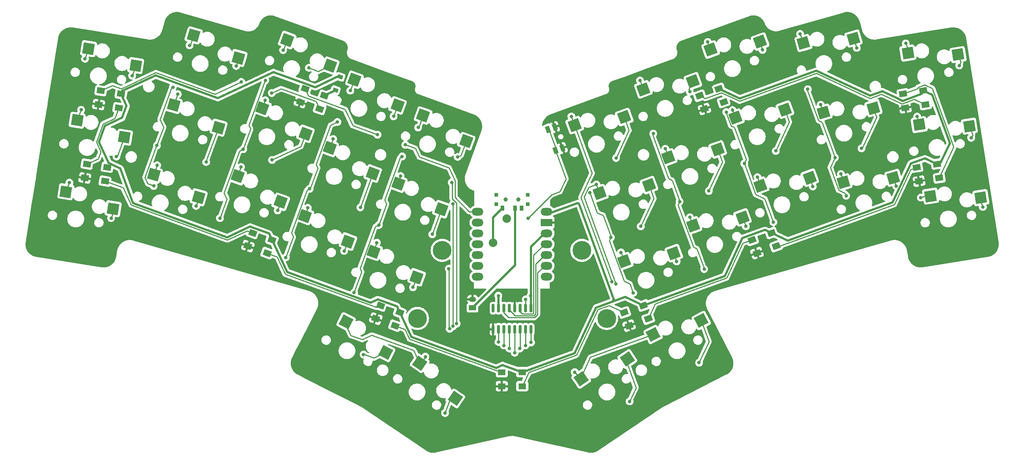
<source format=gbl>
%TF.GenerationSoftware,KiCad,Pcbnew,7.0.5-0*%
%TF.CreationDate,2023-06-28T16:40:39-04:00*%
%TF.ProjectId,regret,72656772-6574-42e6-9b69-6361645f7063,1*%
%TF.SameCoordinates,Original*%
%TF.FileFunction,Copper,L2,Bot*%
%TF.FilePolarity,Positive*%
%FSLAX46Y46*%
G04 Gerber Fmt 4.6, Leading zero omitted, Abs format (unit mm)*
G04 Created by KiCad (PCBNEW 7.0.5-0) date 2023-06-28 16:40:39*
%MOMM*%
%LPD*%
G01*
G04 APERTURE LIST*
G04 Aperture macros list*
%AMRoundRect*
0 Rectangle with rounded corners*
0 $1 Rounding radius*
0 $2 $3 $4 $5 $6 $7 $8 $9 X,Y pos of 4 corners*
0 Add a 4 corners polygon primitive as box body*
4,1,4,$2,$3,$4,$5,$6,$7,$8,$9,$2,$3,0*
0 Add four circle primitives for the rounded corners*
1,1,$1+$1,$2,$3*
1,1,$1+$1,$4,$5*
1,1,$1+$1,$6,$7*
1,1,$1+$1,$8,$9*
0 Add four rect primitives between the rounded corners*
20,1,$1+$1,$2,$3,$4,$5,0*
20,1,$1+$1,$4,$5,$6,$7,0*
20,1,$1+$1,$6,$7,$8,$9,0*
20,1,$1+$1,$8,$9,$2,$3,0*%
%AMRotRect*
0 Rectangle, with rotation*
0 The origin of the aperture is its center*
0 $1 length*
0 $2 width*
0 $3 Rotation angle, in degrees counterclockwise*
0 Add horizontal line*
21,1,$1,$2,0,0,$3*%
G04 Aperture macros list end*
%TA.AperFunction,SMDPad,CuDef*%
%ADD10R,0.900000X0.900000*%
%TD*%
%TA.AperFunction,WasherPad*%
%ADD11C,1.000000*%
%TD*%
%TA.AperFunction,SMDPad,CuDef*%
%ADD12R,0.900000X1.250000*%
%TD*%
%TA.AperFunction,SMDPad,CuDef*%
%ADD13RotRect,2.600000X2.600000X333.000000*%
%TD*%
%TA.AperFunction,SMDPad,CuDef*%
%ADD14RotRect,2.600000X2.600000X340.000000*%
%TD*%
%TA.AperFunction,SMDPad,CuDef*%
%ADD15RotRect,2.600000X2.600000X20.000000*%
%TD*%
%TA.AperFunction,SMDPad,CuDef*%
%ADD16RotRect,2.600000X2.600000X16.000000*%
%TD*%
%TA.AperFunction,SMDPad,CuDef*%
%ADD17RotRect,2.600000X2.600000X9.000000*%
%TD*%
%TA.AperFunction,ComponentPad*%
%ADD18C,4.400000*%
%TD*%
%TA.AperFunction,ComponentPad*%
%ADD19O,2.750000X1.800000*%
%TD*%
%TA.AperFunction,ComponentPad*%
%ADD20R,2.750000X1.800000*%
%TD*%
%TA.AperFunction,ComponentPad*%
%ADD21C,2.000000*%
%TD*%
%TA.AperFunction,SMDPad,CuDef*%
%ADD22RotRect,2.600000X2.600000X344.000000*%
%TD*%
%TA.AperFunction,SMDPad,CuDef*%
%ADD23RotRect,2.600000X2.600000X351.000000*%
%TD*%
%TA.AperFunction,ComponentPad*%
%ADD24R,1.700000X1.200000*%
%TD*%
%TA.AperFunction,ComponentPad*%
%ADD25O,1.700000X1.200000*%
%TD*%
%TA.AperFunction,SMDPad,CuDef*%
%ADD26RotRect,0.900000X1.200000X70.000000*%
%TD*%
%TA.AperFunction,SMDPad,CuDef*%
%ADD27RotRect,2.600000X2.600000X27.000000*%
%TD*%
%TA.AperFunction,SMDPad,CuDef*%
%ADD28RotRect,2.600000X2.600000X34.000000*%
%TD*%
%TA.AperFunction,SMDPad,CuDef*%
%ADD29RotRect,2.600000X2.600000X326.000000*%
%TD*%
%TA.AperFunction,SMDPad,CuDef*%
%ADD30RotRect,1.800000X1.400000X9.000000*%
%TD*%
%TA.AperFunction,SMDPad,CuDef*%
%ADD31RotRect,1.800000X1.400000X351.000000*%
%TD*%
%TA.AperFunction,SMDPad,CuDef*%
%ADD32RotRect,1.800000X1.400000X340.000000*%
%TD*%
%TA.AperFunction,SMDPad,CuDef*%
%ADD33RotRect,1.800000X1.400000X20.000000*%
%TD*%
%TA.AperFunction,SMDPad,CuDef*%
%ADD34RotRect,1.550000X1.000000X110.000000*%
%TD*%
%TA.AperFunction,SMDPad,CuDef*%
%ADD35RoundRect,0.150000X-0.150000X0.825000X-0.150000X-0.825000X0.150000X-0.825000X0.150000X0.825000X0*%
%TD*%
%TA.AperFunction,SMDPad,CuDef*%
%ADD36R,1.800000X1.400000*%
%TD*%
%TA.AperFunction,ViaPad*%
%ADD37C,0.800000*%
%TD*%
%TA.AperFunction,Conductor*%
%ADD38C,0.250000*%
%TD*%
%TA.AperFunction,Conductor*%
%ADD39C,0.500000*%
%TD*%
G04 APERTURE END LIST*
D10*
X214386171Y-115641899D03*
X214386171Y-117841899D03*
D11*
X216586171Y-116741899D03*
X219586171Y-116741899D03*
D10*
X221786171Y-115641899D03*
X221786171Y-117841899D03*
D12*
X215836171Y-118816899D03*
X218836171Y-118816899D03*
X220336171Y-118816899D03*
D13*
X179186461Y-145472699D03*
X188478807Y-152676504D03*
D14*
X191435374Y-113030609D03*
X201536379Y-119048265D03*
D15*
X254684144Y-106882705D03*
X266290038Y-104999696D03*
D14*
X175333207Y-104642476D03*
X185434212Y-110660132D03*
D16*
X286400155Y-80045703D03*
X298109129Y-78976868D03*
D17*
X313540392Y-99178511D03*
X325292348Y-99544608D03*
D14*
X165387392Y-79339879D03*
X175488397Y-85357535D03*
D15*
X276258634Y-113529658D03*
X287864528Y-111646649D03*
D18*
X234448704Y-128694025D03*
D19*
X209991176Y-119621899D03*
X209991176Y-122161899D03*
X209991176Y-124701899D03*
X209991176Y-127241899D03*
X209991176Y-129781899D03*
X209991176Y-132321899D03*
X209991176Y-134861899D03*
X226181176Y-134861899D03*
X226181176Y-132321899D03*
X226181176Y-129781899D03*
X226181176Y-127241899D03*
X226181176Y-124701899D03*
D20*
X226181176Y-122161899D03*
D19*
X226181176Y-119621899D03*
D21*
X216816176Y-121209899D03*
X213641176Y-126924899D03*
D22*
X134104250Y-110923187D03*
X144600421Y-116221574D03*
D23*
X118821967Y-81363161D03*
X129885611Y-85342893D03*
D16*
X291085991Y-96387159D03*
X302794965Y-95318324D03*
D23*
X116162581Y-98153862D03*
X127226225Y-102133594D03*
D17*
X310881010Y-82387806D03*
X322632966Y-82753903D03*
D24*
X208836176Y-142191892D03*
D25*
X208836176Y-140191892D03*
D18*
X195909285Y-144668793D03*
D15*
X264629947Y-81580111D03*
X276235841Y-79697102D03*
D17*
X316199784Y-115969216D03*
X327951740Y-116335313D03*
D14*
X169518867Y-120617252D03*
X179619872Y-126634908D03*
D18*
X240263049Y-144668793D03*
D26*
X176682634Y-91080907D03*
X177811300Y-87979921D03*
D23*
X113503197Y-114944570D03*
X124566841Y-118924302D03*
D27*
X251149792Y-148446336D03*
X262439697Y-145162960D03*
D14*
X197249718Y-97055833D03*
X207350723Y-103073489D03*
X181147548Y-88667698D03*
X191248553Y-94685354D03*
D15*
X260498490Y-122857488D03*
X272104384Y-120974479D03*
D14*
X185621031Y-129005380D03*
X195722036Y-135023036D03*
D16*
X295771823Y-112728604D03*
X307480797Y-111659769D03*
D18*
X201723629Y-128694025D03*
D14*
X159573058Y-95314648D03*
X169674063Y-101332304D03*
D15*
X232767638Y-99296064D03*
X244373532Y-97413055D03*
D14*
X153758715Y-111289425D03*
X163859720Y-117307081D03*
D28*
X234299568Y-158835958D03*
X245105177Y-154201163D03*
D15*
X244396320Y-131245617D03*
X256002214Y-129362608D03*
X238581972Y-115270844D03*
X250187866Y-113387835D03*
D22*
X143475916Y-78240289D03*
X153972087Y-83538676D03*
D15*
X248869804Y-90907928D03*
X260475698Y-89024919D03*
D22*
X138790082Y-94581740D03*
X149286253Y-99880127D03*
D29*
X196442580Y-155173250D03*
X204787739Y-163455810D03*
D15*
X270444292Y-97554887D03*
X282050186Y-95671878D03*
D30*
X317715520Y-108439389D03*
X318231754Y-111698760D03*
X313490850Y-112449645D03*
X312974616Y-109190274D03*
D31*
X126429172Y-91983949D03*
X125912938Y-95243320D03*
X121172034Y-94492435D03*
X121688268Y-91233064D03*
D32*
X174117222Y-92414121D03*
X172988555Y-95515106D03*
X168478030Y-93873409D03*
X169606697Y-90772424D03*
D33*
X266565646Y-90772428D03*
X267694313Y-93873413D03*
X263183788Y-95515110D03*
X262055121Y-92414125D03*
D34*
X228300769Y-105265867D03*
X226505163Y-100332481D03*
X229898247Y-104684433D03*
X228102641Y-99751047D03*
D31*
X123197720Y-109190280D03*
X122681486Y-112449651D03*
X117940582Y-111698766D03*
X118456816Y-108439395D03*
D35*
X222531169Y-147216896D03*
X221261169Y-147216896D03*
X219991169Y-147216896D03*
X218721169Y-147216896D03*
X217451169Y-147216896D03*
X216181169Y-147216896D03*
X214911169Y-147216896D03*
X213641169Y-147216896D03*
X213641169Y-142266896D03*
X214911169Y-142266896D03*
X216181169Y-142266896D03*
X217451169Y-142266896D03*
X218721169Y-142266896D03*
X219991169Y-142266896D03*
X221261169Y-142266896D03*
X222531169Y-142266896D03*
D33*
X248895438Y-141633281D03*
X250024105Y-144734266D03*
X245513580Y-146375963D03*
X244384913Y-143274978D03*
X278878373Y-124601359D03*
X280007040Y-127702344D03*
X275496515Y-129344041D03*
X274367848Y-126243056D03*
D32*
X191787422Y-143274973D03*
X190658755Y-146375958D03*
X186148230Y-144734261D03*
X187276897Y-141633276D03*
D36*
X220486171Y-157287378D03*
X220486171Y-160587378D03*
X215686171Y-160587378D03*
X215686171Y-157287378D03*
D32*
X161804497Y-126243063D03*
X160675830Y-129344048D03*
X156165305Y-127702351D03*
X157293972Y-124601366D03*
D30*
X314484080Y-91233062D03*
X315000314Y-94492433D03*
X310259410Y-95243318D03*
X309743176Y-91983947D03*
D37*
X217454080Y-151741219D03*
X186391654Y-126888147D03*
X134902916Y-108733074D03*
X170212531Y-118711446D03*
X203454367Y-147105235D03*
X203254876Y-133006696D03*
X154546431Y-109125198D03*
X114324514Y-112789476D03*
X124108726Y-121139433D03*
X160240393Y-93481167D03*
X176148849Y-102568225D03*
X204254371Y-117805241D03*
X204254367Y-146505234D03*
X117077912Y-95720751D03*
X216170870Y-151016713D03*
X139756322Y-92036078D03*
X191934149Y-111242184D03*
X125356275Y-106698651D03*
X205104369Y-145905238D03*
X142489367Y-80579947D03*
X214905399Y-150202236D03*
X164428946Y-81701353D03*
X180176229Y-91210728D03*
X117981187Y-83738123D03*
X196073268Y-99870057D03*
X203941382Y-112760032D03*
X129039675Y-87709872D03*
X144037453Y-118283211D03*
X146390188Y-107969303D03*
X153432530Y-85437196D03*
X163132044Y-119326887D03*
X161841389Y-107474063D03*
X170468027Y-85868127D03*
X178721266Y-128831941D03*
X182526374Y-118620984D03*
X190324212Y-97245484D03*
X194874654Y-137371743D03*
X199387835Y-124922989D03*
X205327647Y-106765558D03*
X243615973Y-129174428D03*
X295183855Y-110777712D03*
X259778002Y-120950742D03*
X221220871Y-151018951D03*
X313904461Y-116308435D03*
X275606465Y-111518232D03*
X328437734Y-118521211D03*
X290437378Y-94520688D03*
X222520874Y-150318956D03*
X313053045Y-97303502D03*
X254023417Y-104847794D03*
X269766561Y-95765605D03*
X237865721Y-113229533D03*
X242416260Y-136539135D03*
X325716095Y-102272124D03*
X241455605Y-136094082D03*
X285618176Y-77917667D03*
X232004400Y-97271862D03*
X310369574Y-80135967D03*
X221289843Y-140212360D03*
X263952218Y-79790831D03*
X248080909Y-88813252D03*
X322895979Y-85313952D03*
X308146775Y-113625891D03*
X300011555Y-104761036D03*
X298883042Y-81177401D03*
X288582889Y-113709532D03*
X279908698Y-105373558D03*
X276815125Y-81653803D03*
X272878275Y-123043752D03*
X264221186Y-114754759D03*
X259747946Y-91483953D03*
X256669265Y-131284535D03*
X248265581Y-123067881D03*
X242473153Y-107029803D03*
X197775592Y-153638125D03*
X218720871Y-152741216D03*
X183276360Y-153156848D03*
X202388572Y-166870654D03*
X232777233Y-157295185D03*
X219920869Y-151743455D03*
X261928226Y-155073155D03*
X245646839Y-164138413D03*
X287411877Y-90886293D03*
X296402992Y-115881556D03*
X293781576Y-106924973D03*
X138586599Y-90409451D03*
X134094392Y-113569765D03*
X134850390Y-104098309D03*
X155072776Y-104967171D03*
X279343123Y-122076990D03*
X149617212Y-121125742D03*
X272529839Y-108328111D03*
X160259219Y-88817068D03*
X268292933Y-96248753D03*
X251190178Y-101303041D03*
X177138450Y-98578803D03*
X170636434Y-114250086D03*
X257367620Y-117252076D03*
X263130657Y-133085902D03*
X165039921Y-130357348D03*
X186853914Y-122759991D03*
X236306990Y-115116334D03*
X181073773Y-138640813D03*
X241273999Y-125663709D03*
X246483407Y-138703690D03*
X192336868Y-106662873D03*
X186554138Y-101555430D03*
X193082935Y-103931717D03*
X214875596Y-139338117D03*
X222431667Y-139380162D03*
X221854076Y-121141214D03*
X154627303Y-89157036D03*
X161769194Y-91770438D03*
D38*
X203254876Y-133006696D02*
X203280044Y-133031869D01*
X113503194Y-114944564D02*
X114280031Y-112810216D01*
X154546431Y-109125198D02*
X153758712Y-111289424D01*
X134901074Y-108733929D02*
X134902916Y-108733074D01*
X186391654Y-126888147D02*
X185621035Y-129005388D01*
X134104251Y-110923179D02*
X134901074Y-108733929D01*
X170212531Y-118711446D02*
X169518862Y-120617262D01*
X203280044Y-133031869D02*
X203280045Y-146930909D01*
X114280031Y-112810216D02*
X114324514Y-112789476D01*
X217454080Y-151741219D02*
X217451166Y-151738306D01*
X217451166Y-151738306D02*
X217451163Y-147216897D01*
X203280045Y-146930909D02*
X203454367Y-147105235D01*
X124762355Y-119343578D02*
X124566842Y-118924300D01*
X124108726Y-121139433D02*
X124762355Y-119343578D01*
X160240393Y-93481167D02*
X160240393Y-93481173D01*
X191349924Y-112847351D02*
X191435376Y-113030611D01*
X204248632Y-117810967D02*
X204248632Y-146499500D01*
X139756322Y-92036078D02*
X139708506Y-92058372D01*
X175406288Y-104608400D02*
X175333204Y-104642475D01*
X216181172Y-151006414D02*
X216181172Y-147216894D01*
X191934149Y-111242184D02*
X191349924Y-112847351D01*
X117077912Y-95720751D02*
X117042078Y-95737461D01*
X176148849Y-102568225D02*
X175406288Y-104608400D01*
X117042078Y-95737461D02*
X116162582Y-98153860D01*
X216170870Y-151016713D02*
X216181172Y-151006414D01*
X204254371Y-117805241D02*
X204248632Y-117810967D01*
X160240393Y-93481173D02*
X159573060Y-95314653D01*
X139708506Y-92058372D02*
X138790087Y-94581735D01*
X204248632Y-146499500D02*
X204254367Y-146505234D01*
X125607281Y-106581610D02*
X127226223Y-102133595D01*
X125356275Y-106698651D02*
X125607281Y-106581610D01*
X164548118Y-81645785D02*
X165387394Y-79339882D01*
X196073268Y-99870057D02*
X196256529Y-99784603D01*
X117981187Y-83738123D02*
X118835241Y-81391626D01*
X214911173Y-150196463D02*
X214911172Y-147216898D01*
X180231310Y-91185044D02*
X181147547Y-88667698D01*
X118835241Y-81391626D02*
X118821973Y-81363163D01*
X214905399Y-150202236D02*
X214911173Y-150196463D01*
X196256529Y-99784603D02*
X197249720Y-97055839D01*
X180176229Y-91210728D02*
X180231310Y-91185044D01*
X204054449Y-116555317D02*
X204054449Y-112873101D01*
X205104370Y-117605237D02*
X204054449Y-116555317D01*
X204054449Y-112873101D02*
X203941382Y-112760032D01*
X205104369Y-145905238D02*
X205104370Y-117605237D01*
X142489367Y-80579947D02*
X142651948Y-80504145D01*
X142651948Y-80504145D02*
X143475926Y-78240280D01*
X164428946Y-81701353D02*
X164548118Y-81645785D01*
X129030928Y-87691119D02*
X129885612Y-85342889D01*
X129039675Y-87709872D02*
X129030928Y-87691119D01*
X144705676Y-116447292D02*
X144600419Y-116221565D01*
X144037453Y-118283211D02*
X144705676Y-116447292D01*
X146390188Y-107969303D02*
X146363141Y-107911307D01*
X146363141Y-107911307D02*
X149286256Y-99880125D01*
X153432530Y-85437196D02*
X153772066Y-84504319D01*
X153972089Y-84411053D02*
X153972089Y-83538668D01*
X153772066Y-84504319D02*
X153972089Y-84411053D01*
X163863913Y-117316078D02*
X163859719Y-117307087D01*
X163132044Y-119326887D02*
X163863913Y-117316078D01*
X169661635Y-101338107D02*
X169674063Y-101332308D01*
X168570384Y-104336282D02*
X169661635Y-101338107D01*
X161841389Y-107474063D02*
X168570384Y-104336282D01*
X172672640Y-86670549D02*
X175488404Y-85357535D01*
X170468027Y-85868127D02*
X172672640Y-86670549D01*
X178721266Y-128831941D02*
X179500701Y-126690483D01*
X179500701Y-126690483D02*
X179619868Y-126634908D01*
X182526374Y-118620984D02*
X182538807Y-118615179D01*
X182538807Y-118615179D02*
X185434217Y-110660136D01*
X190324212Y-97245484D02*
X190320017Y-97236496D01*
X190320017Y-97236496D02*
X191248560Y-94685364D01*
X195726233Y-135032039D02*
X195722040Y-135023048D01*
X194874654Y-137371743D02*
X195726233Y-135032039D01*
X199387835Y-124922989D02*
X201523948Y-119054071D01*
X201523948Y-119054071D02*
X201536378Y-119048276D01*
X206138101Y-106405142D02*
X207350728Y-103073491D01*
X205327647Y-106765558D02*
X205348737Y-106773235D01*
X205348737Y-106773235D02*
X206138101Y-106405142D01*
X243647879Y-129189301D02*
X243615973Y-129174428D01*
X244396315Y-131245622D02*
X243647879Y-129189301D01*
X275606465Y-111518232D02*
X276303524Y-113433390D01*
X295183855Y-110777712D02*
X295840402Y-112581548D01*
X221220871Y-151018951D02*
X221261170Y-150978660D01*
X315602139Y-115690523D02*
X316199778Y-115969211D01*
X221261170Y-150978660D02*
X221261172Y-147216891D01*
X260466584Y-122842614D02*
X260498484Y-122857482D01*
X313904461Y-116308435D02*
X315602139Y-115690523D01*
X276303524Y-113433390D02*
X276258629Y-113529656D01*
X259778002Y-120950742D02*
X260466584Y-122842614D01*
X295840402Y-112581548D02*
X295771820Y-112728607D01*
X328437734Y-118521211D02*
X327777857Y-116708194D01*
X327777857Y-116708194D02*
X327951736Y-116335306D01*
X237850710Y-113261726D02*
X237865721Y-113229533D01*
X254023417Y-104847794D02*
X254729032Y-106786436D01*
X291103245Y-96350149D02*
X291085986Y-96387157D01*
X313649972Y-98943535D02*
X313540401Y-99178514D01*
X222531173Y-150308663D02*
X222531171Y-147216895D01*
X254729032Y-106786436D02*
X254684146Y-106882708D01*
X222520874Y-150318956D02*
X222531173Y-150308663D01*
X238581974Y-115270851D02*
X237850710Y-113261726D01*
X270412384Y-97540008D02*
X270444297Y-97554891D01*
X313053045Y-97303502D02*
X313649972Y-98943535D01*
X242416260Y-136539135D02*
X235008289Y-116185902D01*
X235008289Y-116185902D02*
X236084559Y-113877823D01*
X236084559Y-113877823D02*
X237865721Y-113229533D01*
X269766561Y-95765605D02*
X270412384Y-97540008D01*
X290437378Y-94520688D02*
X291103245Y-96350149D01*
X325292354Y-99544596D02*
X326035656Y-101586819D01*
X326035656Y-101586819D02*
X325716095Y-102272124D01*
X232036305Y-97286737D02*
X232004400Y-97271862D01*
X241455605Y-136094082D02*
X241455905Y-136093435D01*
X263952218Y-79790831D02*
X264598047Y-81565233D01*
X232767638Y-99296068D02*
X232036305Y-97286737D01*
X248080909Y-88813252D02*
X248837897Y-90893059D01*
X311054086Y-82016654D02*
X310881014Y-82387807D01*
X286391201Y-80041530D02*
X286400155Y-80045708D01*
X241455905Y-136093435D02*
X234226309Y-116230279D01*
X236868696Y-110563661D02*
X232767630Y-99296066D01*
X221261170Y-140241032D02*
X221289843Y-140212360D01*
X285618176Y-77917667D02*
X286391201Y-80041530D01*
X234226309Y-116230279D02*
X236868696Y-110563661D01*
X248837897Y-90893059D02*
X248869804Y-90907927D01*
X264598047Y-81565233D02*
X264629953Y-81580109D01*
X310369574Y-80135967D02*
X311054086Y-82016654D01*
X221261167Y-142266899D02*
X221261170Y-140241032D01*
X322632970Y-82753904D02*
X323271583Y-84508488D01*
X323271583Y-84508488D02*
X322895979Y-85313952D01*
X307452922Y-111719546D02*
X307480798Y-111659771D01*
X308146775Y-113625891D02*
X307452922Y-111719546D01*
X303564903Y-97433708D02*
X302794965Y-95318324D01*
X300176027Y-104701170D02*
X303564903Y-97433708D01*
X300011555Y-104761036D02*
X300176027Y-104701170D01*
X298883042Y-81177401D02*
X298093952Y-79009401D01*
X298093952Y-79009401D02*
X298109129Y-78976870D01*
X287846296Y-111685757D02*
X287864529Y-111646649D01*
X288582889Y-113709532D02*
X287846296Y-111685757D01*
X283094599Y-98541378D02*
X282050185Y-95671879D01*
X279908698Y-105373558D02*
X283094599Y-98541378D01*
X276815125Y-81653803D02*
X276161198Y-79857169D01*
X276161198Y-79857169D02*
X276235843Y-79697099D01*
X272129359Y-120986123D02*
X272104384Y-120974479D01*
X272878275Y-123043752D02*
X272129359Y-120986123D01*
X267377202Y-107986660D02*
X266290035Y-104999696D01*
X264221186Y-114754759D02*
X267377202Y-107986660D01*
X259564316Y-90979398D02*
X260475699Y-89024916D01*
X259747946Y-91483953D02*
X259564316Y-90979398D01*
X255983978Y-129401722D02*
X256002216Y-129362611D01*
X256669265Y-131284535D02*
X255983978Y-129401722D01*
X248265581Y-123067881D02*
X251323948Y-116509192D01*
X251323948Y-116509192D02*
X250187866Y-113387832D01*
X245506278Y-100525257D02*
X244373531Y-97413052D01*
X242473153Y-107029803D02*
X245506278Y-100525257D01*
X195046896Y-152180195D02*
X196442581Y-155173245D01*
X185215206Y-148601748D02*
X195046896Y-152180195D01*
X182972208Y-149647683D02*
X185215206Y-148601748D01*
X218721173Y-152740920D02*
X218721170Y-147216901D01*
X179186460Y-145472691D02*
X179017831Y-145935993D01*
X197775601Y-153840228D02*
X196442577Y-155173246D01*
X218720871Y-152741216D02*
X218721173Y-152740920D01*
X179017831Y-145935993D02*
X180294082Y-148672920D01*
X180294082Y-148672920D02*
X182972208Y-149647683D01*
X197775592Y-153638125D02*
X197775601Y-153840228D01*
X183276360Y-153156848D02*
X183369620Y-153113369D01*
X185712915Y-153966253D02*
X188478801Y-152676506D01*
X183369620Y-153113369D02*
X185712915Y-153966253D01*
X203395119Y-164105195D02*
X204787733Y-163455809D01*
X202388572Y-166870654D02*
X203395119Y-164105195D01*
X234265737Y-158743014D02*
X234492338Y-158257074D01*
X219991162Y-151673154D02*
X219991171Y-147216894D01*
X236440051Y-153800250D02*
X251149795Y-148446339D01*
X232777233Y-157295185D02*
X234299565Y-158817520D01*
X234492338Y-158257074D02*
X234435106Y-158099847D01*
X234299565Y-158817520D02*
X234299559Y-158835955D01*
X219920869Y-151743455D02*
X219991162Y-151673154D01*
X234435106Y-158099847D02*
X236440051Y-153800250D01*
X234299562Y-158835956D02*
X234265737Y-158743014D01*
X261928226Y-155073155D02*
X264241281Y-150112780D01*
X264241281Y-150112780D02*
X262439699Y-145162952D01*
X245646839Y-164138413D02*
X247141023Y-160934131D01*
X247141023Y-160934131D02*
X244872237Y-154700694D01*
X244872237Y-154700694D02*
X245105173Y-154201162D01*
X287322223Y-91078546D02*
X287411877Y-90886293D01*
X293781576Y-106924973D02*
X290757394Y-98616125D01*
X290757394Y-98616125D02*
X289924285Y-98227631D01*
X292689480Y-109266991D02*
X293781576Y-106924973D01*
X296194138Y-115307730D02*
X294621156Y-114574231D01*
X294621156Y-114574231D02*
X292689480Y-109266991D01*
X289924285Y-98227631D02*
X287322223Y-91078546D01*
X134748603Y-104145771D02*
X134850390Y-104098309D01*
X296402992Y-115881556D02*
X296194138Y-115307730D01*
X135578662Y-98004073D02*
X136415406Y-99798464D01*
X138293053Y-90546332D02*
X135578662Y-98004073D01*
X134094392Y-113569765D02*
X132723508Y-113070801D01*
X138586599Y-90409451D02*
X138293053Y-90546332D01*
X132723508Y-113070801D02*
X132036441Y-111597380D01*
X136415406Y-99798464D02*
X134850390Y-104098309D01*
X132036441Y-111597380D02*
X134748603Y-104145771D01*
X275159387Y-115552739D02*
X272529839Y-108328111D01*
X150585880Y-115255550D02*
X151241807Y-116662197D01*
X160198371Y-88845447D02*
X156398780Y-99284727D01*
X277338298Y-116568785D02*
X275159387Y-115552739D01*
X154178812Y-105384031D02*
X150585880Y-115255550D01*
X151241807Y-116662197D02*
X149617212Y-121125742D01*
X155072776Y-104967171D02*
X154178812Y-105384031D01*
X269408815Y-99460805D02*
X268263048Y-96312831D01*
X156398780Y-99284727D02*
X156815647Y-100178692D01*
X156815647Y-100178692D02*
X155072776Y-104967171D01*
X270210899Y-99834822D02*
X269408815Y-99460805D01*
X279343123Y-122076990D02*
X277338298Y-116568785D01*
X272529839Y-108328111D02*
X272963625Y-107397867D01*
X272963625Y-107397867D02*
X270210899Y-99834822D01*
X160259219Y-88817068D02*
X160198371Y-88845447D01*
X268263048Y-96312831D02*
X268292933Y-96248753D01*
X255601903Y-112254604D02*
X257397503Y-117188000D01*
X172543001Y-109387332D02*
X170801037Y-114173332D01*
X257008953Y-118021251D02*
X260618760Y-127939126D01*
X257397503Y-117188000D02*
X257367620Y-117252076D01*
X261420984Y-128313205D02*
X263146076Y-133052840D01*
X166354573Y-124559885D02*
X166801325Y-125517937D01*
X172168923Y-108585104D02*
X172543001Y-109387332D01*
X251040699Y-101623605D02*
X254768644Y-111866057D01*
X169998814Y-114547414D02*
X166354573Y-124559885D01*
X251190178Y-101303041D02*
X251040699Y-101623605D01*
X260618760Y-127939126D02*
X261420984Y-128313205D01*
X170801037Y-114173332D02*
X170636434Y-114250086D01*
X257367620Y-117252076D02*
X257008953Y-118021251D01*
X166801325Y-125517937D02*
X165039921Y-130357348D01*
X175539540Y-99324395D02*
X172168923Y-108585104D01*
X177138450Y-98578803D02*
X175539540Y-99324395D01*
X170636434Y-114250086D02*
X169998814Y-114547414D01*
X254768644Y-111866057D02*
X255601903Y-112254604D01*
X263146076Y-133052840D02*
X263130657Y-133085902D01*
X192336868Y-106662873D02*
X191841552Y-106893843D01*
X244368273Y-135919747D02*
X240915339Y-126432871D01*
X186024029Y-123146982D02*
X182465293Y-132924521D01*
X246483407Y-138703690D02*
X246484618Y-138701089D01*
X236306990Y-115116334D02*
X238034204Y-119861832D01*
X182852272Y-133754406D02*
X181073773Y-138640813D01*
X182465293Y-132924521D02*
X182852272Y-133754406D01*
X246484618Y-138701089D02*
X245697972Y-136539790D01*
X241303890Y-125599618D02*
X241273999Y-125663709D01*
X245697972Y-136539790D02*
X244368273Y-135919747D01*
X240915339Y-126432871D02*
X241273999Y-125663709D01*
X239456977Y-120525284D02*
X241303890Y-125599618D01*
X191841552Y-106893843D02*
X188205982Y-116882488D01*
X188648075Y-117830562D02*
X186853914Y-122759991D01*
X186853914Y-122759991D02*
X186024029Y-123146982D01*
X188205982Y-116882488D02*
X188648075Y-117830562D01*
X238034204Y-119861832D02*
X239456977Y-120525284D01*
X196350006Y-106796914D02*
X195402430Y-104764834D01*
X186554138Y-101555430D02*
X186547896Y-101542046D01*
X170406930Y-92488544D02*
X169606696Y-90772429D01*
X193096313Y-103925478D02*
X193082935Y-103931717D01*
X203307233Y-109329138D02*
X196350006Y-106796914D01*
X204703761Y-112324000D02*
X203307233Y-109329138D01*
X210466171Y-119621897D02*
X208071033Y-119621899D01*
X178957994Y-95600876D02*
X170406930Y-92488544D01*
X180743226Y-99429318D02*
X178957994Y-95600876D01*
X186547896Y-101542046D02*
X180743226Y-99429318D01*
X208071033Y-119621899D02*
X204703760Y-116254628D01*
X195402430Y-104764834D02*
X193096313Y-103925478D01*
X204703760Y-116254628D02*
X204703761Y-112324000D01*
D39*
X314127233Y-91998306D02*
X309644266Y-93629967D01*
X244611952Y-139635856D02*
X248895438Y-141633274D01*
X165336495Y-133817457D02*
X184953263Y-140957373D01*
X233452741Y-117613478D02*
X233795411Y-117773267D01*
X233795411Y-117773267D02*
X241944461Y-140162596D01*
X316548350Y-92195647D02*
X314484073Y-91233058D01*
X177811299Y-87979917D02*
X177428914Y-87840742D01*
X127735522Y-94785436D02*
X126717458Y-97582557D01*
X220486170Y-157287379D02*
X232780954Y-152812442D01*
X129212131Y-117572536D02*
X151330225Y-125622866D01*
X277404398Y-123914036D02*
X282723019Y-126394150D01*
X241944461Y-140162596D02*
X241695017Y-140697532D01*
X194473009Y-149034234D02*
X214380564Y-156279989D01*
X226683082Y-120077435D02*
X233452741Y-117613478D01*
X134522945Y-87653389D02*
X126673059Y-91313848D01*
X311562251Y-108311464D02*
X314864034Y-107109720D01*
X225706171Y-119621898D02*
X226683082Y-120077435D01*
X241695017Y-140697532D02*
X244611952Y-139635856D01*
X215843773Y-155597685D02*
X220486168Y-157287378D01*
X232780954Y-152812442D02*
X237762857Y-142128719D01*
X314484073Y-91233058D02*
X314127233Y-91998306D01*
X122641366Y-99483267D02*
X121259731Y-103279262D01*
X314864034Y-107109720D02*
X317715518Y-108439392D01*
X168745054Y-89235012D02*
X168726473Y-89243682D01*
X156689336Y-123123868D02*
X161098291Y-124728597D01*
X271481243Y-93064607D02*
X266565645Y-90772428D01*
X289440934Y-86527817D02*
X271481243Y-93064607D01*
X214380564Y-156279989D02*
X215843773Y-155597685D01*
X272081480Y-125851422D02*
X277404398Y-123914036D01*
X248895438Y-141633274D02*
X267957542Y-134695233D01*
X168726473Y-89243682D02*
X162183633Y-86862285D01*
X184953263Y-140957373D02*
X186631781Y-140174670D01*
X320694065Y-103585907D02*
X316548350Y-92195647D01*
X267957542Y-134695233D02*
X272081480Y-125851422D01*
X191100101Y-141801010D02*
X194473009Y-149034234D01*
X282723019Y-126394150D02*
X307301708Y-117448234D01*
X177428914Y-87840742D02*
X171942877Y-90398921D01*
X161098291Y-124728597D02*
X165336495Y-133817457D01*
X151330225Y-125622866D02*
X156689336Y-123123868D01*
X302022986Y-92394919D02*
X289440934Y-86527817D01*
X318577078Y-108125811D02*
X320694065Y-103585907D01*
X162183633Y-86862285D02*
X149105158Y-92960879D01*
X237762857Y-142128719D02*
X241695017Y-140697532D01*
X317715518Y-108439392D02*
X318577078Y-108125811D01*
X126673059Y-91313848D02*
X126429164Y-91983949D01*
X307301708Y-117448234D02*
X311562251Y-108311464D01*
X308582494Y-93084318D02*
X304876667Y-91356268D01*
X171942877Y-90398921D02*
X168745054Y-89235012D01*
X309644266Y-93629967D02*
X308604644Y-93145181D01*
X123556463Y-108204635D02*
X126261616Y-109466061D01*
X149105158Y-92960879D02*
X134522945Y-87653389D01*
X186631781Y-140174670D02*
X191100101Y-141801010D01*
X126261616Y-109466061D02*
X129212131Y-117572536D01*
X126717458Y-97582557D02*
X122641366Y-99483267D01*
X121259731Y-103279262D02*
X123556463Y-108204635D01*
X126429164Y-91983949D02*
X127735522Y-94785436D01*
X308604644Y-93145181D02*
X308582494Y-93084318D01*
X304876667Y-91356268D02*
X302022986Y-92394919D01*
X218721169Y-140304077D02*
X218707403Y-140290312D01*
X218721168Y-142266896D02*
X218721169Y-140304077D01*
X214911171Y-139373702D02*
X214911170Y-142266902D01*
X222531164Y-139030161D02*
X222531167Y-142266900D01*
X222431667Y-139380162D02*
X222531168Y-139280653D01*
X225706172Y-124701897D02*
X222531170Y-127876895D01*
X214875596Y-139338117D02*
X214911171Y-139373702D01*
X222531168Y-139280653D02*
X222531164Y-139030161D01*
X222531170Y-127876895D02*
X222531164Y-139030161D01*
D38*
X223156172Y-129791901D02*
X223156167Y-143396028D01*
X225706174Y-127241896D02*
X223156172Y-129791901D01*
X222985305Y-143566898D02*
X220494384Y-143566901D01*
X220494384Y-143566901D02*
X219991169Y-143063679D01*
X223156167Y-143396028D02*
X222985305Y-143566898D01*
X219991169Y-143063679D02*
X219991171Y-142266891D01*
X218824418Y-144016895D02*
X217451166Y-142643649D01*
X217451166Y-142643649D02*
X217451175Y-142266901D01*
X223171698Y-144016896D02*
X218824418Y-144016895D01*
X225706165Y-129781897D02*
X223606168Y-131881899D01*
X223606172Y-143582423D02*
X223171698Y-144016896D01*
X223606168Y-131881899D02*
X223606172Y-143582423D01*
X224056165Y-133971901D02*
X224056170Y-143768821D01*
X225706171Y-132321907D02*
X224056165Y-133971901D01*
X224056170Y-143768821D02*
X223358088Y-144466897D01*
X217294381Y-144466899D02*
X216181171Y-143353684D01*
X216181171Y-143353684D02*
X216181168Y-142266900D01*
X223358088Y-144466897D02*
X217294381Y-144466899D01*
X228435248Y-104977479D02*
X226861956Y-100654895D01*
X221854076Y-121141214D02*
X227374761Y-115620530D01*
X230725890Y-111928824D02*
X228300772Y-105265867D01*
X228300772Y-105265867D02*
X228435248Y-104977479D01*
X226573569Y-100520417D02*
X226505165Y-100332479D01*
X227374761Y-115620530D02*
X229337547Y-114906135D01*
X229337547Y-114906135D02*
X230725890Y-111928824D01*
X226861956Y-100654895D02*
X226573569Y-100520417D01*
D39*
X213639847Y-121013224D02*
X215836171Y-118816896D01*
X213639846Y-126923567D02*
X213639847Y-121013224D01*
X213641166Y-126924898D02*
X213639846Y-126923567D01*
X174149182Y-92326315D02*
X176654559Y-91158038D01*
X174117216Y-92414129D02*
X174149182Y-92326315D01*
X176654559Y-91158038D02*
X176682631Y-91080904D01*
D38*
X134591928Y-86986775D02*
X126512319Y-90754367D01*
X126512319Y-90754367D02*
X124379543Y-89978099D01*
X124379543Y-89978099D02*
X121688266Y-91233058D01*
X154627303Y-89157036D02*
X154603809Y-89148485D01*
X172175073Y-93770601D02*
X172988552Y-95515114D01*
X154603809Y-89148485D02*
X148434765Y-92025156D01*
X148434765Y-92025156D02*
X134591928Y-86986775D01*
X161769194Y-91770438D02*
X163921806Y-90766656D01*
X163921806Y-90766656D02*
X172175073Y-93770601D01*
X289413785Y-87149598D02*
X271454098Y-93686389D01*
X301995841Y-93016704D02*
X289413785Y-87149598D01*
X309502429Y-94293501D02*
X304673962Y-92041950D01*
X263368876Y-93026737D02*
X262055118Y-92414122D01*
X271454098Y-93686389D02*
X267115274Y-91663159D01*
X304673962Y-92041950D02*
X301995841Y-93016704D01*
X312350596Y-93256853D02*
X309502429Y-94293501D01*
X267115274Y-91663159D02*
X263368876Y-93026737D01*
X315000308Y-94492426D02*
X312350596Y-93256853D01*
X121075846Y-107235135D02*
X118477309Y-108446853D01*
X125013741Y-97713836D02*
X122195095Y-99028191D01*
X125912937Y-95243318D02*
X125013741Y-97713836D01*
X120637943Y-103306409D02*
X121686980Y-105556067D01*
X122195095Y-99028191D02*
X120637943Y-103306409D01*
X121686980Y-105556067D02*
X121075846Y-107235135D01*
X118477309Y-108446853D02*
X118456816Y-108439394D01*
X316601296Y-90659924D02*
X314846086Y-89841454D01*
X313247988Y-90423118D02*
X313087824Y-90766593D01*
X313087824Y-90766593D02*
X309743173Y-91983949D01*
X321616720Y-104439682D02*
X316601296Y-90659924D01*
X318231758Y-111698765D02*
X321616720Y-104439682D01*
X314846086Y-89841454D02*
X313247988Y-90423118D01*
X128791665Y-118031404D02*
X151357373Y-126244645D01*
X155939015Y-124108191D02*
X157293970Y-124601358D01*
X122681486Y-112449653D02*
X126905813Y-113987177D01*
X151357373Y-126244645D02*
X155939015Y-124108191D01*
X126905813Y-113987177D02*
X128791665Y-118031404D01*
X280359016Y-127866480D02*
X307722180Y-117907105D01*
X307722180Y-117907105D02*
X311544112Y-109710935D01*
X311544112Y-109710935D02*
X312974620Y-109190279D01*
X280007039Y-127702346D02*
X280359016Y-127866480D01*
X186335367Y-142072316D02*
X187276897Y-141633288D01*
X163012677Y-130194589D02*
X164916020Y-134276318D01*
X164916020Y-134276318D02*
X186335367Y-142072316D01*
X160675830Y-129344041D02*
X163012677Y-130194589D01*
X272158290Y-127047274D02*
X274367843Y-126243056D01*
X268378006Y-135154103D02*
X272158290Y-127047274D01*
X251652758Y-141241593D02*
X268378006Y-135154103D01*
X250024103Y-144734261D02*
X251652758Y-141241593D01*
X190658760Y-146375961D02*
X192995608Y-147226504D01*
X215590150Y-157332152D02*
X215686171Y-157287375D01*
X192995608Y-147226504D02*
X194052536Y-149493103D01*
X194052536Y-149493103D02*
X215590150Y-157332152D01*
X221623828Y-158246735D02*
X222051525Y-157329536D01*
X233201426Y-153271311D02*
X238183325Y-142587584D01*
X221568182Y-158266989D02*
X221623828Y-158246735D01*
X240838415Y-141621210D02*
X244384917Y-143274973D01*
X222051525Y-157329536D02*
X233201426Y-153271311D01*
X238183325Y-142587584D02*
X240838415Y-141621210D01*
X220486173Y-160587372D02*
X221568182Y-158266989D01*
D39*
X218836174Y-132191886D02*
X208836166Y-142191894D01*
X218836168Y-118816898D02*
X218836174Y-132191886D01*
%TA.AperFunction,Conductor*%
G36*
X296719480Y-72750035D02*
G01*
X296863416Y-72756816D01*
X296866446Y-72757034D01*
X297009174Y-72770829D01*
X297012186Y-72771196D01*
X297096764Y-72783578D01*
X297153457Y-72791879D01*
X297156394Y-72792381D01*
X297296057Y-72819837D01*
X297298989Y-72820487D01*
X297436734Y-72854573D01*
X297439593Y-72855355D01*
X297476277Y-72866336D01*
X297575270Y-72895969D01*
X297578076Y-72896884D01*
X297710205Y-72943458D01*
X297711383Y-72943873D01*
X297714160Y-72944928D01*
X297844874Y-72998171D01*
X297847588Y-72999353D01*
X297975523Y-73058739D01*
X297978144Y-73060032D01*
X298102504Y-73125141D01*
X298103045Y-73125424D01*
X298105630Y-73126857D01*
X298227273Y-73198127D01*
X298229770Y-73199670D01*
X298318376Y-73257432D01*
X298347924Y-73276695D01*
X298350366Y-73278372D01*
X298464794Y-73361015D01*
X298467160Y-73362811D01*
X298577636Y-73450949D01*
X298579919Y-73452862D01*
X298686231Y-73546375D01*
X298688431Y-73548406D01*
X298694741Y-73554521D01*
X298790341Y-73647170D01*
X298792405Y-73649270D01*
X298851127Y-73711975D01*
X298889689Y-73753153D01*
X298891701Y-73755409D01*
X298934164Y-73805430D01*
X298984123Y-73864282D01*
X298986002Y-73866609D01*
X299041462Y-73938833D01*
X299073333Y-73980338D01*
X299075135Y-73982808D01*
X299157146Y-74101272D01*
X299158832Y-74103842D01*
X299235297Y-74226910D01*
X299236862Y-74229575D01*
X299307562Y-74357131D01*
X299308999Y-74359884D01*
X299373708Y-74491811D01*
X299375012Y-74494647D01*
X299433497Y-74630818D01*
X299434659Y-74633723D01*
X299486700Y-74774011D01*
X299487717Y-74776982D01*
X299533328Y-74922073D01*
X299533775Y-74923563D01*
X299713972Y-75551964D01*
X300145533Y-77056957D01*
X300145713Y-77057790D01*
X300146685Y-77060977D01*
X300150455Y-77073657D01*
X300151077Y-77075050D01*
X300187566Y-77191989D01*
X300187939Y-77193534D01*
X300188484Y-77195064D01*
X300189122Y-77196951D01*
X300190978Y-77202743D01*
X300192374Y-77205772D01*
X300201515Y-77230892D01*
X300235498Y-77324277D01*
X300235953Y-77325793D01*
X300236288Y-77326601D01*
X300237177Y-77328873D01*
X300237725Y-77330362D01*
X300238481Y-77331866D01*
X300258872Y-77380723D01*
X300287614Y-77449590D01*
X300288682Y-77452147D01*
X300289253Y-77453820D01*
X300289679Y-77454719D01*
X300290874Y-77457405D01*
X300292519Y-77461352D01*
X300294306Y-77464503D01*
X300347769Y-77577589D01*
X300348402Y-77579152D01*
X300348578Y-77579481D01*
X300350006Y-77582329D01*
X300351862Y-77586278D01*
X300353868Y-77589445D01*
X300409331Y-77694001D01*
X300410717Y-77697148D01*
X300412996Y-77701028D01*
X300414219Y-77703209D01*
X300414907Y-77704496D01*
X300415864Y-77705888D01*
X300480787Y-77815789D01*
X300481584Y-77817379D01*
X300482241Y-77818382D01*
X300483772Y-77820842D01*
X300486352Y-77825214D01*
X300488616Y-77828128D01*
X300552034Y-77925091D01*
X300555223Y-77929966D01*
X300556036Y-77931392D01*
X300556560Y-77932120D01*
X300558088Y-77934345D01*
X300561119Y-77938971D01*
X300563507Y-77941759D01*
X300633992Y-78039539D01*
X300634876Y-78040950D01*
X300635642Y-78041921D01*
X300637168Y-78043938D01*
X300640781Y-78048925D01*
X300643264Y-78051549D01*
X300714270Y-78141208D01*
X300716407Y-78144361D01*
X300718893Y-78147190D01*
X300721147Y-78149907D01*
X300724221Y-78153835D01*
X300727096Y-78156626D01*
X300805566Y-78247039D01*
X300806587Y-78248370D01*
X300807089Y-78248897D01*
X300809063Y-78251070D01*
X300811964Y-78254420D01*
X300814633Y-78256837D01*
X300886042Y-78332030D01*
X300894076Y-78340489D01*
X300896219Y-78343102D01*
X300899475Y-78346251D01*
X300901217Y-78348006D01*
X300905375Y-78352362D01*
X300908147Y-78354606D01*
X300989976Y-78433408D01*
X300992327Y-78436033D01*
X300995620Y-78438931D01*
X300997678Y-78440826D01*
X301002025Y-78445015D01*
X301005043Y-78447230D01*
X301093630Y-78525258D01*
X301094753Y-78526389D01*
X301095978Y-78527385D01*
X301097666Y-78528807D01*
X301102983Y-78533450D01*
X301105928Y-78535401D01*
X301193267Y-78605706D01*
X301195996Y-78608267D01*
X301199375Y-78610724D01*
X301201959Y-78612709D01*
X301205589Y-78615653D01*
X301208786Y-78617628D01*
X301292340Y-78678996D01*
X301300380Y-78684901D01*
X301303102Y-78687238D01*
X301306873Y-78689752D01*
X301309264Y-78691428D01*
X301312775Y-78694015D01*
X301315871Y-78695766D01*
X301411181Y-78759474D01*
X301413988Y-78761662D01*
X301417511Y-78763787D01*
X301420030Y-78765390D01*
X301424446Y-78768352D01*
X301427767Y-78770003D01*
X301524170Y-78828458D01*
X301527207Y-78830647D01*
X301531297Y-78832867D01*
X301533994Y-78834420D01*
X301539294Y-78837652D01*
X301542892Y-78839208D01*
X301641375Y-78893120D01*
X301644435Y-78895102D01*
X301648120Y-78896897D01*
X301650908Y-78898343D01*
X301655050Y-78900627D01*
X301658522Y-78902001D01*
X301764375Y-78953996D01*
X301765176Y-78954389D01*
X301766722Y-78955289D01*
X301767782Y-78955749D01*
X301770556Y-78957035D01*
X301776035Y-78959742D01*
X301779725Y-78960968D01*
X301818761Y-78978039D01*
X301887655Y-79008169D01*
X301889274Y-79009008D01*
X301889856Y-79009228D01*
X301893112Y-79010566D01*
X301897090Y-79012334D01*
X301900814Y-79013439D01*
X302006913Y-79054319D01*
X302010236Y-79055914D01*
X302014895Y-79057467D01*
X302017655Y-79058460D01*
X302023711Y-79060802D01*
X302027494Y-79061683D01*
X302086414Y-79081414D01*
X302134352Y-79097467D01*
X302137877Y-79098950D01*
X302141616Y-79099993D01*
X302144992Y-79101040D01*
X302149122Y-79102450D01*
X302152933Y-79103218D01*
X302263094Y-79134704D01*
X302263406Y-79134793D01*
X302266983Y-79136112D01*
X302270714Y-79136976D01*
X302274179Y-79137885D01*
X302279843Y-79139546D01*
X302284024Y-79140129D01*
X302394252Y-79166330D01*
X302397911Y-79167499D01*
X302401747Y-79168207D01*
X302405339Y-79168980D01*
X302410284Y-79170199D01*
X302414437Y-79170614D01*
X302526931Y-79192044D01*
X302530431Y-79192993D01*
X302534925Y-79193635D01*
X302537796Y-79194114D01*
X302543812Y-79195263D01*
X302547645Y-79195462D01*
X302661234Y-79211795D01*
X302664953Y-79212625D01*
X302669092Y-79213010D01*
X302672413Y-79213409D01*
X302676763Y-79214051D01*
X302680578Y-79214122D01*
X302795615Y-79225336D01*
X302799643Y-79226088D01*
X302804776Y-79226322D01*
X302808342Y-79226587D01*
X302813412Y-79227111D01*
X302817486Y-79226965D01*
X302933431Y-79232927D01*
X302937355Y-79233450D01*
X302941848Y-79233450D01*
X302945324Y-79233548D01*
X302951390Y-79233888D01*
X302955546Y-79233512D01*
X303072523Y-79234133D01*
X303076365Y-79234432D01*
X303079846Y-79234267D01*
X303083495Y-79234200D01*
X303088137Y-79234252D01*
X303092135Y-79233752D01*
X303210107Y-79228925D01*
X303214282Y-79229104D01*
X303218638Y-79228684D01*
X303222555Y-79228431D01*
X303227595Y-79228264D01*
X303231782Y-79227516D01*
X303350289Y-79217140D01*
X303354051Y-79217111D01*
X303358722Y-79216477D01*
X303361779Y-79216138D01*
X303368026Y-79215602D01*
X303371937Y-79214695D01*
X303486965Y-79199207D01*
X303489428Y-79199144D01*
X303499625Y-79197521D01*
X303501142Y-79197299D01*
X303513259Y-79195676D01*
X303515679Y-79194978D01*
X321107493Y-76408818D01*
X321108855Y-76408619D01*
X321254218Y-76389262D01*
X321257173Y-76388943D01*
X321401724Y-76376937D01*
X321404765Y-76376760D01*
X321462649Y-76374820D01*
X321549263Y-76371919D01*
X321552235Y-76371893D01*
X321696350Y-76374154D01*
X321699340Y-76374274D01*
X321842888Y-76383581D01*
X321845802Y-76383842D01*
X321988538Y-76400140D01*
X321991467Y-76400548D01*
X322132999Y-76423755D01*
X322135930Y-76424310D01*
X322276082Y-76454378D01*
X322278998Y-76455078D01*
X322327423Y-76467966D01*
X322417510Y-76491942D01*
X322420412Y-76492791D01*
X322502118Y-76518861D01*
X322557048Y-76536389D01*
X322559864Y-76537365D01*
X322634850Y-76565395D01*
X322694347Y-76587636D01*
X322697150Y-76588762D01*
X322829250Y-76645647D01*
X322831990Y-76646907D01*
X322961463Y-76710356D01*
X322964132Y-76711745D01*
X323028628Y-76747382D01*
X323090692Y-76781676D01*
X323093331Y-76783220D01*
X323166962Y-76828780D01*
X323216686Y-76859548D01*
X323216735Y-76859578D01*
X323219302Y-76861256D01*
X323228525Y-76867614D01*
X323339305Y-76943985D01*
X323341775Y-76945780D01*
X323385458Y-76979197D01*
X323445748Y-77025319D01*
X323457469Y-77034285D01*
X323459848Y-77036201D01*
X323490626Y-77062256D01*
X323570524Y-77129895D01*
X323572809Y-77131928D01*
X323678376Y-77230636D01*
X323680535Y-77232756D01*
X323780816Y-77336207D01*
X323782878Y-77338442D01*
X323877754Y-77446442D01*
X323879700Y-77448770D01*
X323969057Y-77561128D01*
X323970865Y-77563519D01*
X324054508Y-77679937D01*
X324056200Y-77682416D01*
X324085520Y-77727739D01*
X324134037Y-77802737D01*
X324135617Y-77805316D01*
X324207498Y-77929292D01*
X324208951Y-77931946D01*
X324213998Y-77941721D01*
X324269135Y-78048512D01*
X324274727Y-78059341D01*
X324276042Y-78062049D01*
X324301982Y-78118948D01*
X324335582Y-78192652D01*
X324336774Y-78195445D01*
X324389937Y-78329027D01*
X324390992Y-78331880D01*
X324437651Y-78468235D01*
X324438567Y-78471146D01*
X324478578Y-78610041D01*
X324479353Y-78613005D01*
X324512575Y-78754222D01*
X324513205Y-78757229D01*
X324539660Y-78901372D01*
X324539915Y-78902865D01*
X324638978Y-79528313D01*
X332126431Y-126801597D01*
X332126837Y-126804155D01*
X332127055Y-126805659D01*
X332143093Y-126926573D01*
X332147060Y-126956481D01*
X332147394Y-126959604D01*
X332159531Y-127108728D01*
X332159706Y-127111854D01*
X332164258Y-127259986D01*
X332164276Y-127263106D01*
X332163873Y-127283670D01*
X332162041Y-127377169D01*
X332161397Y-127410011D01*
X332161258Y-127413115D01*
X332151101Y-127558593D01*
X332150809Y-127561671D01*
X332133525Y-127705537D01*
X332133083Y-127708579D01*
X332123837Y-127762719D01*
X332116385Y-127806359D01*
X332108833Y-127850578D01*
X332108246Y-127853566D01*
X332098225Y-127898704D01*
X332077162Y-127993565D01*
X332076431Y-127996514D01*
X332038701Y-128134186D01*
X332037832Y-128137079D01*
X331993574Y-128272340D01*
X331992570Y-128275174D01*
X331980941Y-128305633D01*
X331947350Y-128393612D01*
X331941963Y-128407720D01*
X331940829Y-128410488D01*
X331884008Y-128540163D01*
X331882746Y-128542864D01*
X331819862Y-128669447D01*
X331818478Y-128672074D01*
X331749696Y-128795344D01*
X331748190Y-128797897D01*
X331673681Y-128917603D01*
X331672059Y-128920077D01*
X331591939Y-129036072D01*
X331590201Y-129038465D01*
X331504635Y-129150516D01*
X331502785Y-129152823D01*
X331482418Y-129177011D01*
X331411937Y-129260711D01*
X331409991Y-129262913D01*
X331314014Y-129366424D01*
X331311942Y-129368555D01*
X331210992Y-129467468D01*
X331208816Y-129469500D01*
X331103051Y-129563616D01*
X331100768Y-129565551D01*
X330990328Y-129654661D01*
X330987943Y-129656492D01*
X330872994Y-129740376D01*
X330870511Y-129742096D01*
X330751217Y-129820543D01*
X330748637Y-129822150D01*
X330625128Y-129894959D01*
X330622458Y-129896445D01*
X330494863Y-129963421D01*
X330492106Y-129964782D01*
X330360677Y-130025660D01*
X330357840Y-130026889D01*
X330222589Y-130081526D01*
X330219691Y-130082613D01*
X330080863Y-130130764D01*
X330077904Y-130131708D01*
X330076020Y-130132257D01*
X329935616Y-130173168D01*
X329932586Y-130173969D01*
X329786980Y-130208522D01*
X329783911Y-130209168D01*
X329634317Y-130236763D01*
X329632782Y-130237026D01*
X314325289Y-132661410D01*
X314323796Y-132661627D01*
X314231288Y-132673875D01*
X314172982Y-132681594D01*
X314169864Y-132681927D01*
X314020730Y-132694042D01*
X314017605Y-132694216D01*
X313869466Y-132698748D01*
X313866347Y-132698765D01*
X313719441Y-132695867D01*
X313716336Y-132695728D01*
X313570842Y-132685551D01*
X313567767Y-132685259D01*
X313423918Y-132667963D01*
X313420876Y-132667520D01*
X313278864Y-132643254D01*
X313275866Y-132642665D01*
X313135897Y-132611584D01*
X313132948Y-132610853D01*
X312995255Y-132573113D01*
X312992360Y-132572243D01*
X312919803Y-132548499D01*
X312857113Y-132527984D01*
X312854314Y-132526993D01*
X312741172Y-132483791D01*
X312721730Y-132476367D01*
X312718964Y-132475233D01*
X312589299Y-132418418D01*
X312586597Y-132417156D01*
X312586593Y-132417154D01*
X312460028Y-132354278D01*
X312457426Y-132352906D01*
X312400874Y-132321352D01*
X312334142Y-132284116D01*
X312331590Y-132282611D01*
X312211860Y-132208089D01*
X312209386Y-132206466D01*
X312093415Y-132126364D01*
X312091023Y-132124626D01*
X311978987Y-132039076D01*
X311976679Y-132037225D01*
X311889008Y-131963401D01*
X311868811Y-131946394D01*
X311866606Y-131944444D01*
X311763109Y-131848478D01*
X311760980Y-131846407D01*
X311662060Y-131745453D01*
X311660036Y-131743286D01*
X311565913Y-131637507D01*
X311563996Y-131635244D01*
X311474895Y-131524802D01*
X311473075Y-131522430D01*
X311389191Y-131407470D01*
X311387509Y-131405043D01*
X311309048Y-131285710D01*
X311307453Y-131283149D01*
X311234659Y-131159645D01*
X311233181Y-131156992D01*
X311166222Y-131029397D01*
X311164866Y-131026648D01*
X311104002Y-130895211D01*
X311102774Y-130892376D01*
X311082693Y-130842652D01*
X311048146Y-130757108D01*
X311047078Y-130754257D01*
X310998944Y-130615407D01*
X310998011Y-130612481D01*
X310956564Y-130470128D01*
X310955781Y-130467162D01*
X310921237Y-130321508D01*
X310920602Y-130318484D01*
X310893043Y-130168923D01*
X310892781Y-130167396D01*
X310678468Y-128815500D01*
X310678284Y-128812636D01*
X310676853Y-128805095D01*
X310676466Y-128802825D01*
X310675562Y-128796860D01*
X310674786Y-128793997D01*
X310649223Y-128656482D01*
X310648803Y-128652261D01*
X310647704Y-128647758D01*
X310646947Y-128644207D01*
X310646328Y-128640825D01*
X310645099Y-128637002D01*
X310612333Y-128501436D01*
X310611653Y-128496886D01*
X310610353Y-128492678D01*
X310609231Y-128488541D01*
X310608485Y-128485363D01*
X310606968Y-128481415D01*
X310566968Y-128347539D01*
X310566074Y-128343382D01*
X310564845Y-128340014D01*
X310563575Y-128336143D01*
X310562716Y-128333202D01*
X310561048Y-128329431D01*
X310542976Y-128278879D01*
X310513780Y-128197215D01*
X310512717Y-128193393D01*
X310511471Y-128190442D01*
X310510107Y-128186913D01*
X310509928Y-128186406D01*
X310509026Y-128184612D01*
X310453735Y-128052427D01*
X310452357Y-128048164D01*
X310450667Y-128044737D01*
X310448848Y-128040693D01*
X310448812Y-128040606D01*
X310447789Y-128038808D01*
X310385362Y-127909198D01*
X310383846Y-127905314D01*
X310382121Y-127902207D01*
X310380319Y-127898704D01*
X310380154Y-127898357D01*
X310379070Y-127896665D01*
X310331745Y-127810337D01*
X310310137Y-127770919D01*
X310308500Y-127767277D01*
X310306238Y-127763623D01*
X310304556Y-127760736D01*
X310302860Y-127757635D01*
X310300594Y-127754502D01*
X310298658Y-127751373D01*
X310271384Y-127707286D01*
X310224709Y-127631838D01*
X310223780Y-127630083D01*
X310223623Y-127629860D01*
X310221389Y-127626447D01*
X310221217Y-127626164D01*
X310219939Y-127624569D01*
X310135094Y-127502266D01*
X310134080Y-127500570D01*
X310133850Y-127500276D01*
X310131526Y-127497099D01*
X310130266Y-127495661D01*
X310063920Y-127410008D01*
X310041967Y-127381666D01*
X310039789Y-127378358D01*
X310037149Y-127375301D01*
X310035009Y-127372682D01*
X310034519Y-127372048D01*
X310033160Y-127370677D01*
X309996819Y-127328540D01*
X309939223Y-127261756D01*
X309936812Y-127258483D01*
X309934193Y-127255769D01*
X309931734Y-127253066D01*
X309929610Y-127250588D01*
X309926674Y-127247935D01*
X309826526Y-127143482D01*
X309825266Y-127141968D01*
X309824738Y-127141475D01*
X309822174Y-127138939D01*
X309819781Y-127136430D01*
X309816694Y-127133932D01*
X309710849Y-127034620D01*
X309709531Y-127033205D01*
X309709079Y-127032826D01*
X309706455Y-127030491D01*
X309705046Y-127029428D01*
X309628850Y-126965177D01*
X309589046Y-126931612D01*
X309587704Y-126930330D01*
X309587411Y-126930109D01*
X309584674Y-126927923D01*
X309584380Y-126927675D01*
X309582817Y-126926639D01*
X309466671Y-126838827D01*
X309463556Y-126836044D01*
X309459969Y-126833634D01*
X309457036Y-126831537D01*
X309456519Y-126831144D01*
X309454804Y-126830152D01*
X309333419Y-126748185D01*
X309330291Y-126745696D01*
X309326718Y-126743552D01*
X309323906Y-126741760D01*
X309320938Y-126739755D01*
X309317464Y-126737998D01*
X309190845Y-126661988D01*
X309189304Y-126660932D01*
X309189197Y-126660876D01*
X309185930Y-126659030D01*
X309183215Y-126657386D01*
X309179527Y-126655760D01*
X309049796Y-126587035D01*
X309048292Y-126586114D01*
X309047615Y-126585798D01*
X309044994Y-126584496D01*
X309044410Y-126584188D01*
X309042768Y-126583545D01*
X308905538Y-126519952D01*
X308904049Y-126519144D01*
X308902902Y-126518674D01*
X308900807Y-126517771D01*
X308899546Y-126517199D01*
X308897923Y-126516671D01*
X308763290Y-126462751D01*
X308760021Y-126461149D01*
X308755836Y-126459699D01*
X308753348Y-126458776D01*
X308752121Y-126458290D01*
X308750346Y-126457822D01*
X308613635Y-126411291D01*
X308610176Y-126409819D01*
X308606204Y-126408685D01*
X308603414Y-126407816D01*
X308602980Y-126407669D01*
X308601316Y-126407299D01*
X308461955Y-126367930D01*
X308458320Y-126366600D01*
X308454394Y-126365708D01*
X308451302Y-126364921D01*
X308450755Y-126364766D01*
X308448969Y-126364477D01*
X308303223Y-126331467D01*
X308301514Y-126330956D01*
X308300327Y-126330746D01*
X308297695Y-126330221D01*
X308296751Y-126330011D01*
X308295004Y-126329824D01*
X308153770Y-126305554D01*
X308150271Y-126304654D01*
X308144847Y-126303968D01*
X308142549Y-126303633D01*
X308141157Y-126303403D01*
X308139406Y-126303315D01*
X307991412Y-126285818D01*
X307989659Y-126285491D01*
X307988397Y-126285402D01*
X307985938Y-126285179D01*
X307984678Y-126285039D01*
X307982940Y-126285040D01*
X307968823Y-126284120D01*
X307839051Y-126275657D01*
X307835563Y-126275169D01*
X307830835Y-126275073D01*
X307828710Y-126274993D01*
X307827850Y-126274945D01*
X307826328Y-126275008D01*
X307706183Y-126273503D01*
X307680931Y-126273187D01*
X307677535Y-126272899D01*
X307672823Y-126273044D01*
X307670929Y-126273073D01*
X307669202Y-126273073D01*
X307667604Y-126273245D01*
X307517910Y-126279265D01*
X307516124Y-126279222D01*
X307515222Y-126279303D01*
X307512352Y-126279494D01*
X307511411Y-126279534D01*
X307509623Y-126279820D01*
X307364899Y-126293327D01*
X307361224Y-126293403D01*
X307357233Y-126293973D01*
X307354446Y-126294307D01*
X307354119Y-126294338D01*
X307352505Y-126294663D01*
X307202253Y-126316773D01*
X307200635Y-126316910D01*
X307199298Y-126317167D01*
X307197444Y-126317493D01*
X307195839Y-126317749D01*
X307194296Y-126318167D01*
X307046092Y-126348108D01*
X307044216Y-126348351D01*
X307043082Y-126348641D01*
X307040234Y-126349297D01*
X307040136Y-126349317D01*
X307038610Y-126349792D01*
X306966702Y-126368367D01*
X306889743Y-126388246D01*
X306888776Y-126388436D01*
X306886124Y-126389180D01*
X306883229Y-126389955D01*
X306882395Y-126390250D01*
X265809503Y-138167513D01*
X265809320Y-138167552D01*
X265805324Y-138168709D01*
X265804003Y-138169104D01*
X265759409Y-138182410D01*
X265758908Y-138182521D01*
X265755197Y-138183667D01*
X265753205Y-138184278D01*
X265752766Y-138184435D01*
X265713953Y-138196716D01*
X265712399Y-138197085D01*
X265705233Y-138199474D01*
X265702134Y-138200464D01*
X265701447Y-138200744D01*
X265664665Y-138213082D01*
X265662803Y-138213553D01*
X265655684Y-138216095D01*
X265652939Y-138217017D01*
X265652139Y-138217354D01*
X265616274Y-138230098D01*
X265615909Y-138230194D01*
X265606322Y-138233635D01*
X265604701Y-138234216D01*
X265604481Y-138234303D01*
X265510210Y-138268550D01*
X265508513Y-138269012D01*
X265500514Y-138272071D01*
X265498653Y-138272778D01*
X265498101Y-138273021D01*
X265354836Y-138329537D01*
X265353341Y-138330017D01*
X265351687Y-138330745D01*
X265350228Y-138331365D01*
X265348482Y-138332080D01*
X265347051Y-138332855D01*
X265209282Y-138395894D01*
X265207725Y-138396490D01*
X265206496Y-138397120D01*
X265204691Y-138398007D01*
X265203295Y-138398665D01*
X265201898Y-138399517D01*
X265067799Y-138469721D01*
X265066337Y-138470384D01*
X265065515Y-138470863D01*
X265063585Y-138471941D01*
X265062977Y-138472266D01*
X265061722Y-138473101D01*
X264931457Y-138550356D01*
X264929909Y-138551151D01*
X264929323Y-138551540D01*
X264926921Y-138553051D01*
X264926247Y-138553453D01*
X264924836Y-138554526D01*
X264799754Y-138637931D01*
X264798298Y-138638778D01*
X264797490Y-138639374D01*
X264795484Y-138640790D01*
X264795018Y-138641104D01*
X264793812Y-138642107D01*
X264673518Y-138731821D01*
X264672153Y-138732697D01*
X264670615Y-138733943D01*
X264669248Y-138735018D01*
X264668045Y-138735937D01*
X264666879Y-138737034D01*
X264657959Y-138744448D01*
X264551827Y-138832652D01*
X264550509Y-138833610D01*
X264549407Y-138834609D01*
X264547918Y-138835913D01*
X264546798Y-138836862D01*
X264545671Y-138838046D01*
X264435692Y-138939666D01*
X264434384Y-138940739D01*
X264433817Y-138941316D01*
X264431965Y-138943121D01*
X264431466Y-138943586D01*
X264430386Y-138944829D01*
X264325817Y-139052166D01*
X264324500Y-139053354D01*
X264323849Y-139054092D01*
X264322023Y-139056069D01*
X264321413Y-139056700D01*
X264320357Y-139058066D01*
X264221667Y-139170634D01*
X264220448Y-139171858D01*
X264219757Y-139172726D01*
X264218187Y-139174617D01*
X264217277Y-139175668D01*
X264216293Y-139177111D01*
X264123513Y-139294894D01*
X264122378Y-139296179D01*
X264122165Y-139296481D01*
X264120359Y-139298901D01*
X264119985Y-139299377D01*
X264119047Y-139300894D01*
X264032135Y-139424068D01*
X264031101Y-139425372D01*
X264030749Y-139425926D01*
X264029313Y-139428082D01*
X264028608Y-139429092D01*
X264027766Y-139430656D01*
X263947852Y-139557658D01*
X263946800Y-139559105D01*
X263946186Y-139560194D01*
X263944919Y-139562335D01*
X263944700Y-139562687D01*
X263944026Y-139564051D01*
X263869862Y-139697075D01*
X263868985Y-139698453D01*
X263868556Y-139699312D01*
X263867507Y-139701317D01*
X263866877Y-139702468D01*
X263866229Y-139704042D01*
X263799268Y-139840763D01*
X263798435Y-139842250D01*
X263798347Y-139842459D01*
X263797026Y-139845348D01*
X263796580Y-139846260D01*
X263795952Y-139848087D01*
X263736228Y-139988559D01*
X263735473Y-139990094D01*
X263735380Y-139990350D01*
X263734229Y-139993271D01*
X263734107Y-139993558D01*
X263733604Y-139995231D01*
X263681286Y-140139317D01*
X263680614Y-140140879D01*
X263680420Y-140141509D01*
X263679550Y-140144119D01*
X263679271Y-140144896D01*
X263678869Y-140146589D01*
X263634682Y-140292020D01*
X263634065Y-140293679D01*
X263633892Y-140294373D01*
X263633133Y-140297136D01*
X263632838Y-140298117D01*
X263632521Y-140299918D01*
X263596429Y-140446238D01*
X263595875Y-140447985D01*
X263595710Y-140448842D01*
X263595088Y-140451696D01*
X263594988Y-140452105D01*
X263594765Y-140453772D01*
X263566435Y-140601977D01*
X263565979Y-140603731D01*
X263565862Y-140604578D01*
X263565377Y-140607536D01*
X263565294Y-140607973D01*
X263565158Y-140609688D01*
X263544792Y-140758406D01*
X263544408Y-140760247D01*
X263544320Y-140761287D01*
X263543988Y-140764296D01*
X263543877Y-140765112D01*
X263543844Y-140766939D01*
X263531390Y-140915904D01*
X263531129Y-140917631D01*
X263531084Y-140918862D01*
X263530941Y-140921360D01*
X263530826Y-140922834D01*
X263530898Y-140924638D01*
X263526280Y-141074126D01*
X263526143Y-141075687D01*
X263526156Y-141076684D01*
X263526145Y-141078809D01*
X263526035Y-141083728D01*
X263526375Y-141087215D01*
X263529486Y-141230987D01*
X263529400Y-141232873D01*
X263529459Y-141233663D01*
X263529613Y-141236870D01*
X263529623Y-141237345D01*
X263529864Y-141239126D01*
X263540921Y-141388041D01*
X263540930Y-141389777D01*
X263541132Y-141391475D01*
X263541331Y-141393410D01*
X263541459Y-141394884D01*
X263541753Y-141396415D01*
X263560636Y-141544691D01*
X263560746Y-141546495D01*
X263560924Y-141547491D01*
X263561349Y-141550234D01*
X263561516Y-141551499D01*
X263561963Y-141553254D01*
X263588541Y-141699941D01*
X263588744Y-141701762D01*
X263588999Y-141702856D01*
X263589573Y-141705606D01*
X263590291Y-141709486D01*
X263591384Y-141712977D01*
X263612013Y-141800310D01*
X263623207Y-141847706D01*
X263624739Y-141854189D01*
X263625029Y-141855903D01*
X263625349Y-141857023D01*
X263625967Y-141859356D01*
X263626327Y-141860833D01*
X263626942Y-141862492D01*
X263669179Y-142006793D01*
X263669557Y-142008444D01*
X263669858Y-142009317D01*
X263670602Y-142011620D01*
X263671031Y-142013045D01*
X263671723Y-142014648D01*
X263720029Y-142152160D01*
X263721024Y-142155808D01*
X263722439Y-142159257D01*
X263723528Y-142162111D01*
X263724808Y-142165731D01*
X263726498Y-142169110D01*
X263739379Y-142200359D01*
X263782267Y-142304408D01*
X263782876Y-142306235D01*
X263783320Y-142307167D01*
X263784508Y-142309826D01*
X263786104Y-142313634D01*
X263787906Y-142316798D01*
X263848674Y-142444407D01*
X263851130Y-142449563D01*
X263851557Y-142450649D01*
X263852706Y-142452915D01*
X263853335Y-142454193D01*
X263855950Y-142459660D01*
X263857161Y-142461665D01*
X264534210Y-143790791D01*
X269649161Y-153832043D01*
X269649859Y-153833456D01*
X269715392Y-153970617D01*
X269716672Y-153973481D01*
X269774267Y-154111584D01*
X269775399Y-154114504D01*
X269825464Y-154253989D01*
X269826444Y-154256949D01*
X269869067Y-154397565D01*
X269869891Y-154400550D01*
X269903694Y-154536212D01*
X269905143Y-154542028D01*
X269905814Y-154545042D01*
X269933802Y-154687201D01*
X269934321Y-154690233D01*
X269955106Y-154832790D01*
X269955472Y-154835822D01*
X269969147Y-154978535D01*
X269969362Y-154981568D01*
X269975997Y-155124175D01*
X269976064Y-155127194D01*
X269975748Y-155269491D01*
X269975669Y-155272496D01*
X269968477Y-155414187D01*
X269968253Y-155417169D01*
X269954266Y-155558068D01*
X269953901Y-155561026D01*
X269933203Y-155700797D01*
X269932698Y-155703724D01*
X269905360Y-155842198D01*
X269904718Y-155845088D01*
X269890795Y-155901332D01*
X269873970Y-155969303D01*
X269870834Y-155981970D01*
X269870054Y-155984823D01*
X269829696Y-156119882D01*
X269828782Y-156122696D01*
X269782025Y-156255680D01*
X269780978Y-156258445D01*
X269727914Y-156389107D01*
X269726733Y-156391825D01*
X269667452Y-156519878D01*
X269666141Y-156522541D01*
X269600698Y-156647805D01*
X269599255Y-156650413D01*
X269527750Y-156772593D01*
X269526185Y-156775123D01*
X269483433Y-156840699D01*
X269448703Y-156893968D01*
X269447001Y-156896446D01*
X269363600Y-157011737D01*
X269361771Y-157014140D01*
X269272563Y-157125598D01*
X269270606Y-157127924D01*
X269175658Y-157235311D01*
X269173577Y-157237550D01*
X269072966Y-157340626D01*
X269070765Y-157342772D01*
X268964539Y-157441318D01*
X268962222Y-157443363D01*
X268850545Y-157537061D01*
X268848116Y-157538998D01*
X268730963Y-157627684D01*
X268728428Y-157629504D01*
X268605940Y-157712880D01*
X268603307Y-157714577D01*
X268475539Y-157792409D01*
X268472820Y-157793972D01*
X268339178Y-157866385D01*
X268337789Y-157867115D01*
X253645426Y-165353339D01*
X253645329Y-165353387D01*
X253645240Y-165353434D01*
X253615532Y-165368571D01*
X253614811Y-165369243D01*
X253607982Y-165372789D01*
X253607637Y-165372944D01*
X253604864Y-165374409D01*
X253604798Y-165374443D01*
X253604798Y-165374444D01*
X253604709Y-165374491D01*
X253604630Y-165374533D01*
X253604627Y-165374534D01*
X253603627Y-165375066D01*
X253603390Y-165375201D01*
X253573188Y-165391478D01*
X253571966Y-165392016D01*
X253564720Y-165396034D01*
X253528056Y-165416522D01*
X253527736Y-165416674D01*
X253524430Y-165418548D01*
X253523638Y-165419001D01*
X253523470Y-165419102D01*
X253488596Y-165439293D01*
X253488175Y-165439500D01*
X253484845Y-165441464D01*
X253481670Y-165443349D01*
X253481455Y-165443497D01*
X253446513Y-165464450D01*
X253446131Y-165464671D01*
X253445567Y-165465019D01*
X253437180Y-165470066D01*
X253435983Y-165470967D01*
X253406965Y-165488975D01*
X253406966Y-165488976D01*
X253406686Y-165489150D01*
X253406683Y-165489152D01*
X253406635Y-165489182D01*
X253406608Y-165489199D01*
X253404134Y-165490759D01*
X253403762Y-165491026D01*
X253376431Y-165508587D01*
X253375559Y-165509054D01*
X253368097Y-165513940D01*
X253365808Y-165515435D01*
X253365449Y-165515700D01*
X253359502Y-165519653D01*
X253331470Y-165538283D01*
X253331207Y-165538447D01*
X253329822Y-165539380D01*
X253327585Y-165540870D01*
X253327339Y-165541054D01*
X238243342Y-175715088D01*
X238242024Y-175715953D01*
X238209369Y-175736777D01*
X238114025Y-175797579D01*
X238111304Y-175799218D01*
X237980600Y-175873441D01*
X237977808Y-175874934D01*
X237844067Y-175942098D01*
X237841211Y-175943443D01*
X237704615Y-176003540D01*
X237701707Y-176004733D01*
X237562612Y-176057691D01*
X237559650Y-176058734D01*
X237418335Y-176104492D01*
X237415333Y-176105381D01*
X237272025Y-176143910D01*
X237268983Y-176144646D01*
X237123993Y-176175877D01*
X237120917Y-176176459D01*
X236974577Y-176200327D01*
X236971479Y-176200752D01*
X236824011Y-176217224D01*
X236820889Y-176217493D01*
X236672614Y-176226503D01*
X236669477Y-176226614D01*
X236520654Y-176228113D01*
X236517507Y-176228064D01*
X236402932Y-176223399D01*
X236368452Y-176221995D01*
X236365310Y-176221788D01*
X236216245Y-176208100D01*
X236213098Y-176207729D01*
X236064393Y-176186369D01*
X236061262Y-176185837D01*
X235912319Y-176156590D01*
X235910755Y-176156262D01*
X221717209Y-172987270D01*
X218754400Y-172325764D01*
X218753936Y-172325631D01*
X218750764Y-172324952D01*
X218748187Y-172324384D01*
X218747637Y-172324297D01*
X218705934Y-172315568D01*
X218673425Y-172308764D01*
X218672318Y-172308465D01*
X218670630Y-172308158D01*
X218669070Y-172307853D01*
X218666910Y-172307402D01*
X218665685Y-172307263D01*
X218631319Y-172301054D01*
X218592802Y-172294096D01*
X218591997Y-172293894D01*
X218588581Y-172293333D01*
X218585796Y-172292848D01*
X218584793Y-172292757D01*
X218549071Y-172287316D01*
X218515996Y-172282278D01*
X218513686Y-172281754D01*
X218507786Y-172281010D01*
X218506356Y-172280812D01*
X218504396Y-172280518D01*
X218503265Y-172280446D01*
X218429367Y-172271259D01*
X218428181Y-172271034D01*
X218426129Y-172270835D01*
X218424529Y-172270659D01*
X218423097Y-172270482D01*
X218421963Y-172270433D01*
X218354058Y-172263887D01*
X218351577Y-172263432D01*
X218344157Y-172262913D01*
X218342606Y-172262785D01*
X218341487Y-172262678D01*
X218340421Y-172262654D01*
X218317256Y-172261059D01*
X218263855Y-172257385D01*
X218263028Y-172257295D01*
X218261393Y-172257215D01*
X218253915Y-172256729D01*
X218251613Y-172256812D01*
X218183289Y-172253996D01*
X218182320Y-172253892D01*
X218179115Y-172253824D01*
X218175772Y-172253712D01*
X218174789Y-172253765D01*
X218159883Y-172253562D01*
X218101432Y-172252762D01*
X218100273Y-172252663D01*
X218097576Y-172252693D01*
X218096241Y-172252693D01*
X218094178Y-172252670D01*
X218093064Y-172252753D01*
X218024602Y-172253691D01*
X218022624Y-172253562D01*
X218014738Y-172253825D01*
X218012144Y-172253879D01*
X218011203Y-172253970D01*
X217944298Y-172256728D01*
X217941908Y-172256602D01*
X217932441Y-172257217D01*
X217925344Y-172257561D01*
X217923370Y-172257842D01*
X217853767Y-172262628D01*
X217852681Y-172262646D01*
X217851152Y-172262790D01*
X217849722Y-172262908D01*
X217847111Y-172263092D01*
X217845923Y-172263293D01*
X217772318Y-172270388D01*
X217771317Y-172270424D01*
X217768444Y-172270762D01*
X217765407Y-172271072D01*
X217764375Y-172271269D01*
X217690938Y-172280398D01*
X217689835Y-172280461D01*
X217687374Y-172280826D01*
X217686132Y-172280997D01*
X217684166Y-172281247D01*
X217683092Y-172281475D01*
X217638786Y-172288223D01*
X217609263Y-172292720D01*
X217608296Y-172292804D01*
X217605233Y-172293333D01*
X217602896Y-172293722D01*
X217602219Y-172293878D01*
X217528184Y-172307254D01*
X217527067Y-172307380D01*
X217523916Y-172308025D01*
X217521145Y-172308550D01*
X217520255Y-172308793D01*
X217446274Y-172324280D01*
X217445908Y-172324337D01*
X217443011Y-172324964D01*
X217442833Y-172325004D01*
X212124448Y-173512415D01*
X200282734Y-176156259D01*
X200281172Y-176156587D01*
X200132218Y-176185838D01*
X200129086Y-176186370D01*
X199980376Y-176207732D01*
X199977230Y-176208103D01*
X199828168Y-176221791D01*
X199825019Y-176221999D01*
X199675975Y-176228063D01*
X199672830Y-176228112D01*
X199524008Y-176226614D01*
X199520870Y-176226503D01*
X199372598Y-176217491D01*
X199369477Y-176217222D01*
X199222026Y-176200753D01*
X199218924Y-176200327D01*
X199072587Y-176176453D01*
X199069513Y-176175872D01*
X199014260Y-176163970D01*
X198924541Y-176144643D01*
X198921505Y-176143908D01*
X198780300Y-176105939D01*
X198778242Y-176105385D01*
X198775240Y-176104497D01*
X198633928Y-176058733D01*
X198630964Y-176057689D01*
X198491924Y-176004739D01*
X198489019Y-176003548D01*
X198437979Y-175981083D01*
X198352461Y-175943443D01*
X198349607Y-175942099D01*
X198215891Y-175874930D01*
X198213096Y-175873436D01*
X198082459Y-175799222D01*
X198079737Y-175797582D01*
X197951807Y-175715964D01*
X197950517Y-175715117D01*
X193782262Y-172903661D01*
X182860880Y-165537269D01*
X182860526Y-165537066D01*
X182835767Y-165520610D01*
X182834589Y-165519653D01*
X182825762Y-165513962D01*
X182817650Y-165508587D01*
X182816293Y-165507878D01*
X182796299Y-165495031D01*
X182795210Y-165494191D01*
X182787222Y-165489199D01*
X182784561Y-165487516D01*
X182784145Y-165487289D01*
X182765903Y-165475970D01*
X182751233Y-165466867D01*
X182750684Y-165466483D01*
X182748239Y-165465009D01*
X182740756Y-165460384D01*
X182739434Y-165459733D01*
X182723871Y-165450406D01*
X182722639Y-165449413D01*
X182709056Y-165441526D01*
X182708998Y-165441492D01*
X182708896Y-165441431D01*
X182708894Y-165441430D01*
X182701881Y-165437237D01*
X182700489Y-165436570D01*
X182693363Y-165432449D01*
X182672666Y-165420477D01*
X182672002Y-165420037D01*
X182669330Y-165418548D01*
X182662691Y-165414705D01*
X182661200Y-165414012D01*
X182645547Y-165405280D01*
X182645090Y-165404928D01*
X182629242Y-165396184D01*
X182629242Y-165396183D01*
X182621483Y-165391913D01*
X182620466Y-165391466D01*
X182600427Y-165380691D01*
X182598964Y-165379695D01*
X182588843Y-165374462D01*
X182587538Y-165373757D01*
X182586882Y-165373446D01*
X182558025Y-165358503D01*
X182548259Y-165353446D01*
X182548259Y-165353445D01*
X182548188Y-165353408D01*
X182548086Y-165353356D01*
X182548083Y-165353355D01*
X182548072Y-165353349D01*
X182548071Y-165353348D01*
X182547283Y-165352947D01*
X182543940Y-165351243D01*
X182543939Y-165351243D01*
X181776671Y-164960296D01*
X199285030Y-164960296D01*
X199295039Y-165170400D01*
X199344629Y-165374812D01*
X199389267Y-165472555D01*
X199432007Y-165566145D01*
X199432011Y-165566151D01*
X199554013Y-165737480D01*
X199554019Y-165737486D01*
X199582665Y-165764800D01*
X199706250Y-165882638D01*
X199883201Y-165996357D01*
X200078475Y-166074534D01*
X200207271Y-166099357D01*
X200285015Y-166114341D01*
X200285016Y-166114341D01*
X200442648Y-166114341D01*
X200442655Y-166114341D01*
X200599576Y-166099357D01*
X200801398Y-166040097D01*
X200988357Y-165943712D01*
X201153697Y-165813688D01*
X201291442Y-165654722D01*
X201396613Y-165472560D01*
X201465409Y-165273787D01*
X201495344Y-165065586D01*
X201494454Y-165046913D01*
X201492563Y-165007207D01*
X201485335Y-164855482D01*
X201435745Y-164651070D01*
X201348366Y-164459736D01*
X201348362Y-164459730D01*
X201226360Y-164288401D01*
X201226354Y-164288395D01*
X201074126Y-164143246D01*
X201074124Y-164143244D01*
X200897173Y-164029525D01*
X200897161Y-164029520D01*
X200701908Y-163951351D01*
X200701901Y-163951348D01*
X200701899Y-163951348D01*
X200701896Y-163951347D01*
X200701895Y-163951347D01*
X200495359Y-163911541D01*
X200495358Y-163911541D01*
X200337719Y-163911541D01*
X200180850Y-163926520D01*
X200180798Y-163926525D01*
X200180794Y-163926526D01*
X199978978Y-163985784D01*
X199792018Y-164082169D01*
X199626677Y-164212193D01*
X199626676Y-164212194D01*
X199488936Y-164371155D01*
X199488927Y-164371166D01*
X199383761Y-164553320D01*
X199314966Y-164752089D01*
X199314966Y-164752091D01*
X199314965Y-164752095D01*
X199285030Y-164960296D01*
X181776671Y-164960296D01*
X175843933Y-161937381D01*
X193860461Y-161937381D01*
X193880513Y-162217744D01*
X193880514Y-162217751D01*
X193940258Y-162492386D01*
X193940261Y-162492398D01*
X194001248Y-162655912D01*
X194038488Y-162755756D01*
X194038490Y-162755760D01*
X194173191Y-163002447D01*
X194173196Y-163002455D01*
X194341632Y-163227460D01*
X194341648Y-163227478D01*
X194540381Y-163426211D01*
X194540399Y-163426227D01*
X194765404Y-163594663D01*
X194765412Y-163594668D01*
X195012099Y-163729369D01*
X195012103Y-163729371D01*
X195012105Y-163729372D01*
X195275462Y-163827599D01*
X195550117Y-163887347D01*
X195760305Y-163902380D01*
X195900655Y-163902380D01*
X196110843Y-163887347D01*
X196385498Y-163827599D01*
X196648855Y-163729372D01*
X196895553Y-163594665D01*
X197120568Y-163426221D01*
X197319321Y-163227468D01*
X197487765Y-163002453D01*
X197622472Y-162755755D01*
X197720699Y-162492398D01*
X197780447Y-162217743D01*
X197800499Y-161937380D01*
X197800498Y-161937373D01*
X197797630Y-161897273D01*
X197787501Y-161755641D01*
X200322141Y-161755641D01*
X200342435Y-161890277D01*
X200361245Y-162015069D01*
X200361246Y-162015071D01*
X200361247Y-162015077D01*
X200438579Y-162265780D01*
X200552408Y-162502150D01*
X200552409Y-162502151D01*
X200552411Y-162502154D01*
X200552413Y-162502158D01*
X200694555Y-162710642D01*
X200700208Y-162718933D01*
X200878655Y-162911255D01*
X200878659Y-162911258D01*
X200878660Y-162911259D01*
X201083784Y-163074840D01*
X201310998Y-163206022D01*
X201555225Y-163301874D01*
X201811011Y-163360256D01*
X201811017Y-163360256D01*
X201811020Y-163360257D01*
X202007125Y-163374953D01*
X202007144Y-163374953D01*
X202007147Y-163374954D01*
X202007149Y-163374954D01*
X202138133Y-163374954D01*
X202138135Y-163374954D01*
X202138137Y-163374953D01*
X202138156Y-163374953D01*
X202334261Y-163360257D01*
X202334262Y-163360257D01*
X202334264Y-163360256D01*
X202334271Y-163360256D01*
X202426193Y-163339275D01*
X202495929Y-163343548D01*
X202552287Y-163384846D01*
X202577370Y-163450058D01*
X202563216Y-163518479D01*
X202556585Y-163529503D01*
X202534285Y-163562564D01*
X202534283Y-163562569D01*
X202534279Y-163562576D01*
X202534276Y-163562581D01*
X202523002Y-163583904D01*
X202505806Y-163616431D01*
X202471560Y-163758587D01*
X202478748Y-163904632D01*
X202526792Y-164042734D01*
X202526793Y-164042737D01*
X202598605Y-164143245D01*
X202611799Y-164161711D01*
X202613373Y-164163038D01*
X202614257Y-164164374D01*
X202617061Y-164167412D01*
X202616568Y-164167866D01*
X202651939Y-164221299D01*
X202652884Y-164291163D01*
X202649967Y-164300251D01*
X202034001Y-165992596D01*
X201992574Y-166048860D01*
X201967917Y-166063463D01*
X201931822Y-166079534D01*
X201777317Y-166191789D01*
X201649531Y-166333711D01*
X201554045Y-166499097D01*
X201554042Y-166499104D01*
X201495031Y-166680722D01*
X201495030Y-166680726D01*
X201475068Y-166870654D01*
X201495030Y-167060582D01*
X201495031Y-167060585D01*
X201554042Y-167242203D01*
X201554045Y-167242210D01*
X201649532Y-167407598D01*
X201777319Y-167549520D01*
X201931820Y-167661772D01*
X202106284Y-167739448D01*
X202293085Y-167779154D01*
X202484059Y-167779154D01*
X202670860Y-167739448D01*
X202845324Y-167661772D01*
X202999825Y-167549520D01*
X203127612Y-167407598D01*
X203223099Y-167242210D01*
X203282114Y-167060582D01*
X203302076Y-166870654D01*
X203282114Y-166680726D01*
X203224436Y-166503215D01*
X203222442Y-166433376D01*
X203225839Y-166422509D01*
X203708898Y-165095320D01*
X203750324Y-165039059D01*
X203815592Y-165014124D01*
X203883981Y-165028434D01*
X203894759Y-165034933D01*
X204497502Y-165441488D01*
X204894510Y-165709273D01*
X204948360Y-165737742D01*
X205090516Y-165771989D01*
X205236561Y-165764800D01*
X205374665Y-165716756D01*
X205493640Y-165631750D01*
X205532905Y-165585182D01*
X205954399Y-164960291D01*
X234677000Y-164960291D01*
X234687009Y-165170395D01*
X234736599Y-165374807D01*
X234780102Y-165470066D01*
X234823977Y-165566140D01*
X234823981Y-165566146D01*
X234945983Y-165737475D01*
X234945988Y-165737480D01*
X235098220Y-165882633D01*
X235275171Y-165996352D01*
X235470445Y-166074529D01*
X235599267Y-166099357D01*
X235676985Y-166114336D01*
X235676986Y-166114336D01*
X235834618Y-166114336D01*
X235834625Y-166114336D01*
X235991546Y-166099352D01*
X236193368Y-166040092D01*
X236380327Y-165943707D01*
X236545667Y-165813683D01*
X236683412Y-165654717D01*
X236788583Y-165472555D01*
X236857379Y-165273782D01*
X236887314Y-165065581D01*
X236877305Y-164855477D01*
X236827715Y-164651065D01*
X236740336Y-164459731D01*
X236740332Y-164459725D01*
X236618330Y-164288396D01*
X236618324Y-164288390D01*
X236466096Y-164143241D01*
X236466094Y-164143239D01*
X236289143Y-164029520D01*
X236289141Y-164029519D01*
X236093878Y-163951346D01*
X236093871Y-163951343D01*
X236093869Y-163951343D01*
X236093866Y-163951342D01*
X236093865Y-163951342D01*
X235887329Y-163911536D01*
X235887328Y-163911536D01*
X235729689Y-163911536D01*
X235572768Y-163926520D01*
X235572764Y-163926521D01*
X235370948Y-163985779D01*
X235183988Y-164082164D01*
X235018647Y-164212188D01*
X235018646Y-164212189D01*
X234880906Y-164371150D01*
X234880897Y-164371161D01*
X234775731Y-164553315D01*
X234706936Y-164752084D01*
X234706935Y-164752089D01*
X234706935Y-164752090D01*
X234677000Y-164960291D01*
X205954399Y-164960291D01*
X207041202Y-163349039D01*
X207069671Y-163295189D01*
X207103918Y-163153033D01*
X207096729Y-163006988D01*
X207095151Y-163002453D01*
X207072706Y-162937936D01*
X207048685Y-162868884D01*
X206963679Y-162749909D01*
X206963677Y-162749907D01*
X206963676Y-162749906D01*
X206943721Y-162733081D01*
X206917111Y-162710644D01*
X205770694Y-161937376D01*
X238371845Y-161937376D01*
X238391897Y-162217739D01*
X238391898Y-162217746D01*
X238451643Y-162492386D01*
X238451645Y-162492393D01*
X238512632Y-162655907D01*
X238549872Y-162755751D01*
X238549874Y-162755755D01*
X238684575Y-163002442D01*
X238684580Y-163002450D01*
X238853016Y-163227455D01*
X238853032Y-163227473D01*
X239051765Y-163426206D01*
X239051783Y-163426222D01*
X239276788Y-163594658D01*
X239276796Y-163594663D01*
X239523483Y-163729364D01*
X239523487Y-163729366D01*
X239523489Y-163729367D01*
X239786846Y-163827594D01*
X240061501Y-163887342D01*
X240271689Y-163902375D01*
X240412039Y-163902375D01*
X240622227Y-163887342D01*
X240896882Y-163827594D01*
X241160239Y-163729367D01*
X241406937Y-163594660D01*
X241631952Y-163426216D01*
X241830705Y-163227463D01*
X241999149Y-163002448D01*
X242133856Y-162755750D01*
X242232083Y-162492393D01*
X242291831Y-162217738D01*
X242311883Y-161937375D01*
X242291831Y-161657012D01*
X242232083Y-161382357D01*
X242133856Y-161119000D01*
X242118002Y-161089966D01*
X241999152Y-160872307D01*
X241999147Y-160872299D01*
X241830711Y-160647294D01*
X241830695Y-160647276D01*
X241631962Y-160448543D01*
X241631944Y-160448527D01*
X241406939Y-160280091D01*
X241406931Y-160280086D01*
X241160244Y-160145385D01*
X241160240Y-160145383D01*
X241060396Y-160108143D01*
X240896882Y-160047156D01*
X240896878Y-160047155D01*
X240896875Y-160047154D01*
X240622235Y-159987409D01*
X240622228Y-159987408D01*
X240412041Y-159972375D01*
X240412039Y-159972375D01*
X240271689Y-159972375D01*
X240271686Y-159972375D01*
X240061499Y-159987408D01*
X240061492Y-159987409D01*
X239786852Y-160047154D01*
X239786847Y-160047155D01*
X239786846Y-160047156D01*
X239786833Y-160047161D01*
X239523487Y-160145383D01*
X239523483Y-160145385D01*
X239276796Y-160280086D01*
X239276788Y-160280091D01*
X239051783Y-160448527D01*
X239051765Y-160448543D01*
X238853032Y-160647276D01*
X238853016Y-160647294D01*
X238684580Y-160872299D01*
X238684575Y-160872307D01*
X238549874Y-161118994D01*
X238549872Y-161118998D01*
X238451643Y-161382363D01*
X238391898Y-161657003D01*
X238391897Y-161657010D01*
X238371845Y-161937373D01*
X238371845Y-161937376D01*
X205770694Y-161937376D01*
X205355031Y-161657008D01*
X204680974Y-161202351D01*
X204680973Y-161202350D01*
X204680968Y-161202347D01*
X204646653Y-161184206D01*
X204627117Y-161173877D01*
X204507032Y-161144948D01*
X204484962Y-161139631D01*
X204484961Y-161139631D01*
X204338916Y-161146819D01*
X204200814Y-161194863D01*
X204200811Y-161194864D01*
X204081841Y-161279867D01*
X204081835Y-161279872D01*
X204042581Y-161326428D01*
X204042570Y-161326442D01*
X204020642Y-161358951D01*
X203966834Y-161403521D01*
X203897471Y-161411924D01*
X203834577Y-161381493D01*
X203798119Y-161321890D01*
X203795230Y-161308102D01*
X203784037Y-161233839D01*
X203706704Y-160983131D01*
X203672539Y-160912186D01*
X203636514Y-160837378D01*
X214286171Y-160837378D01*
X214286171Y-161335222D01*
X214292572Y-161394750D01*
X214292574Y-161394757D01*
X214342816Y-161529464D01*
X214342820Y-161529471D01*
X214428980Y-161644565D01*
X214428983Y-161644568D01*
X214544077Y-161730728D01*
X214544084Y-161730732D01*
X214678791Y-161780974D01*
X214678798Y-161780976D01*
X214738326Y-161787377D01*
X214738343Y-161787378D01*
X215436171Y-161787378D01*
X215436171Y-160837378D01*
X215936171Y-160837378D01*
X215936171Y-161787378D01*
X216633999Y-161787378D01*
X216634015Y-161787377D01*
X216693543Y-161780976D01*
X216693550Y-161780974D01*
X216828257Y-161730732D01*
X216828264Y-161730728D01*
X216943358Y-161644568D01*
X216943361Y-161644565D01*
X217029521Y-161529471D01*
X217029525Y-161529464D01*
X217079767Y-161394757D01*
X217079769Y-161394750D01*
X217086170Y-161335222D01*
X217086171Y-161335205D01*
X217086171Y-160837378D01*
X215936171Y-160837378D01*
X215436171Y-160837378D01*
X214286171Y-160837378D01*
X203636514Y-160837378D01*
X203592873Y-160746757D01*
X203592872Y-160746756D01*
X203592871Y-160746755D01*
X203592869Y-160746750D01*
X203445074Y-160529975D01*
X203369521Y-160448548D01*
X203266626Y-160337652D01*
X203266282Y-160337378D01*
X214286171Y-160337378D01*
X215436171Y-160337378D01*
X215436171Y-159387378D01*
X215936171Y-159387378D01*
X215936171Y-160337378D01*
X217086171Y-160337378D01*
X217086171Y-159839550D01*
X217086170Y-159839533D01*
X217079769Y-159780005D01*
X217079767Y-159779998D01*
X217029525Y-159645291D01*
X217029521Y-159645284D01*
X216943361Y-159530190D01*
X216943358Y-159530187D01*
X216828264Y-159444027D01*
X216828257Y-159444023D01*
X216693550Y-159393781D01*
X216693543Y-159393779D01*
X216634015Y-159387378D01*
X215936171Y-159387378D01*
X215436171Y-159387378D01*
X214738326Y-159387378D01*
X214678798Y-159393779D01*
X214678791Y-159393781D01*
X214544084Y-159444023D01*
X214544077Y-159444027D01*
X214428983Y-159530187D01*
X214428980Y-159530190D01*
X214342820Y-159645284D01*
X214342816Y-159645291D01*
X214292574Y-159779998D01*
X214292572Y-159780005D01*
X214286171Y-159839533D01*
X214286171Y-160337378D01*
X203266282Y-160337378D01*
X203194453Y-160280096D01*
X203061498Y-160174068D01*
X202834284Y-160042886D01*
X202590057Y-159947034D01*
X202590052Y-159947032D01*
X202590043Y-159947030D01*
X202335664Y-159888970D01*
X202334271Y-159888652D01*
X202334270Y-159888651D01*
X202334266Y-159888651D01*
X202334261Y-159888650D01*
X202138156Y-159873954D01*
X202138135Y-159873954D01*
X202007147Y-159873954D01*
X202007125Y-159873954D01*
X201811020Y-159888650D01*
X201811015Y-159888651D01*
X201555238Y-159947030D01*
X201555219Y-159947036D01*
X201310997Y-160042886D01*
X201083784Y-160174068D01*
X200878655Y-160337652D01*
X200700208Y-160529974D01*
X200552409Y-160746756D01*
X200552408Y-160746757D01*
X200438579Y-160983127D01*
X200361247Y-161233830D01*
X200361246Y-161233835D01*
X200361245Y-161233839D01*
X200354307Y-161279870D01*
X200322141Y-161493266D01*
X200322141Y-161755641D01*
X197787501Y-161755641D01*
X197780447Y-161657017D01*
X197720699Y-161382362D01*
X197622472Y-161119005D01*
X197617626Y-161110131D01*
X197487768Y-160872312D01*
X197487763Y-160872304D01*
X197319327Y-160647299D01*
X197319311Y-160647281D01*
X197120578Y-160448548D01*
X197120560Y-160448532D01*
X196895555Y-160280096D01*
X196895547Y-160280091D01*
X196648860Y-160145390D01*
X196648856Y-160145388D01*
X196549012Y-160108148D01*
X196385498Y-160047161D01*
X196385494Y-160047160D01*
X196385491Y-160047159D01*
X196110851Y-159987414D01*
X196110844Y-159987413D01*
X195900657Y-159972380D01*
X195900655Y-159972380D01*
X195760305Y-159972380D01*
X195760302Y-159972380D01*
X195550115Y-159987413D01*
X195550108Y-159987414D01*
X195275468Y-160047159D01*
X195275463Y-160047160D01*
X195275462Y-160047161D01*
X195211789Y-160070909D01*
X195012103Y-160145388D01*
X195012099Y-160145390D01*
X194765412Y-160280091D01*
X194765404Y-160280096D01*
X194540399Y-160448532D01*
X194540381Y-160448548D01*
X194341648Y-160647281D01*
X194341632Y-160647299D01*
X194173196Y-160872304D01*
X194173191Y-160872312D01*
X194038490Y-161118999D01*
X194038488Y-161119003D01*
X193940259Y-161382368D01*
X193880514Y-161657008D01*
X193880513Y-161657015D01*
X193860461Y-161937378D01*
X193860461Y-161937381D01*
X175843933Y-161937381D01*
X169704551Y-158809174D01*
X190165616Y-158809174D01*
X190175625Y-159019278D01*
X190225215Y-159223690D01*
X190253114Y-159284780D01*
X190312593Y-159415023D01*
X190312597Y-159415029D01*
X190434599Y-159586358D01*
X190434604Y-159586363D01*
X190586836Y-159731516D01*
X190763787Y-159845235D01*
X190959061Y-159923412D01*
X191087857Y-159948235D01*
X191165601Y-159963219D01*
X191165602Y-159963219D01*
X191323234Y-159963219D01*
X191323241Y-159963219D01*
X191480162Y-159948235D01*
X191681984Y-159888975D01*
X191868943Y-159792590D01*
X192034283Y-159662566D01*
X192172028Y-159503600D01*
X192277199Y-159321438D01*
X192345995Y-159122665D01*
X192375930Y-158914464D01*
X192365921Y-158704360D01*
X192316331Y-158499948D01*
X192228952Y-158308614D01*
X192216699Y-158291407D01*
X192106946Y-158137279D01*
X192106940Y-158137273D01*
X191954712Y-157992124D01*
X191954710Y-157992122D01*
X191777759Y-157878403D01*
X191777757Y-157878402D01*
X191582494Y-157800229D01*
X191582487Y-157800226D01*
X191582485Y-157800226D01*
X191582482Y-157800225D01*
X191582481Y-157800225D01*
X191375945Y-157760419D01*
X191375944Y-157760419D01*
X191218305Y-157760419D01*
X191061436Y-157775398D01*
X191061384Y-157775403D01*
X191061380Y-157775404D01*
X190859564Y-157834662D01*
X190672604Y-157931047D01*
X190507263Y-158061071D01*
X190507262Y-158061072D01*
X190369522Y-158220033D01*
X190369513Y-158220044D01*
X190264347Y-158402198D01*
X190195552Y-158600967D01*
X190195552Y-158600969D01*
X190195551Y-158600973D01*
X190165616Y-158809174D01*
X169704551Y-158809174D01*
X167856409Y-157867488D01*
X167855015Y-157866755D01*
X167721328Y-157794303D01*
X167718609Y-157792739D01*
X167590800Y-157714866D01*
X167588171Y-157713171D01*
X167465650Y-157629769D01*
X167465644Y-157629765D01*
X167465640Y-157629762D01*
X167463149Y-157627973D01*
X167353330Y-157544830D01*
X167345969Y-157539257D01*
X167343542Y-157537322D01*
X167231779Y-157443549D01*
X167229462Y-157441504D01*
X167123263Y-157342978D01*
X167121063Y-157340833D01*
X167101673Y-157320968D01*
X167020435Y-157237738D01*
X167018354Y-157235498D01*
X166930201Y-157135793D01*
X166923371Y-157128069D01*
X166921436Y-157125769D01*
X166832178Y-157014255D01*
X166830387Y-157011902D01*
X166746958Y-156896577D01*
X166745258Y-156894102D01*
X166710439Y-156840697D01*
X186413470Y-156840697D01*
X186434065Y-157076100D01*
X186434067Y-157076110D01*
X186495223Y-157304352D01*
X186495224Y-157304354D01*
X186495226Y-157304360D01*
X186537597Y-157395224D01*
X186595093Y-157518525D01*
X186595094Y-157518527D01*
X186730634Y-157712099D01*
X186897726Y-157879191D01*
X187091298Y-158014731D01*
X187091300Y-158014732D01*
X187305466Y-158114600D01*
X187305472Y-158114601D01*
X187305473Y-158114602D01*
X187360414Y-158129323D01*
X187533721Y-158175760D01*
X187710161Y-158191196D01*
X187710162Y-158191197D01*
X187710163Y-158191197D01*
X187828096Y-158191197D01*
X187828096Y-158191196D01*
X188004537Y-158175760D01*
X188232792Y-158114600D01*
X188446958Y-158014732D01*
X188640530Y-157879192D01*
X188807624Y-157712098D01*
X188943164Y-157518527D01*
X189043032Y-157304360D01*
X189104192Y-157076105D01*
X189124788Y-156840697D01*
X189104192Y-156605289D01*
X189046781Y-156391025D01*
X189043034Y-156377041D01*
X189043033Y-156377040D01*
X189043032Y-156377034D01*
X188943164Y-156162868D01*
X188943163Y-156162866D01*
X188807623Y-155969294D01*
X188640531Y-155802202D01*
X188446959Y-155666662D01*
X188446957Y-155666661D01*
X188325655Y-155610097D01*
X188232792Y-155566794D01*
X188232788Y-155566793D01*
X188232784Y-155566791D01*
X188004542Y-155505635D01*
X188004532Y-155505633D01*
X187828096Y-155490197D01*
X187828095Y-155490197D01*
X187710163Y-155490197D01*
X187710162Y-155490197D01*
X187533725Y-155505633D01*
X187533715Y-155505635D01*
X187305473Y-155566791D01*
X187305464Y-155566795D01*
X187091300Y-155666661D01*
X187091298Y-155666662D01*
X186897726Y-155802202D01*
X186730635Y-155969294D01*
X186730630Y-155969301D01*
X186595096Y-156162862D01*
X186595094Y-156162866D01*
X186495227Y-156377032D01*
X186495223Y-156377041D01*
X186434067Y-156605283D01*
X186434065Y-156605293D01*
X186413470Y-156840696D01*
X186413470Y-156840697D01*
X166710439Y-156840697D01*
X166667749Y-156775218D01*
X166666184Y-156772688D01*
X166608337Y-156673846D01*
X166594676Y-156650503D01*
X166593234Y-156647898D01*
X166527783Y-156522631D01*
X166526471Y-156519965D01*
X166467177Y-156391879D01*
X166465997Y-156389161D01*
X166465975Y-156389107D01*
X166412925Y-156258478D01*
X166411884Y-156255726D01*
X166409221Y-156248151D01*
X166365116Y-156122696D01*
X166364218Y-156119930D01*
X166349140Y-156069468D01*
X166323850Y-155984823D01*
X166323088Y-155982034D01*
X166289190Y-155845088D01*
X166288554Y-155842225D01*
X166284078Y-155819547D01*
X166261220Y-155703734D01*
X166260722Y-155700845D01*
X166258928Y-155688726D01*
X166240882Y-155566794D01*
X166240027Y-155561019D01*
X166239662Y-155558063D01*
X166239280Y-155554215D01*
X166225681Y-155417156D01*
X166225461Y-155414201D01*
X166225460Y-155414187D01*
X166218281Y-155272495D01*
X166218202Y-155269544D01*
X166217900Y-155127192D01*
X166217966Y-155124220D01*
X166224621Y-154981509D01*
X166224830Y-154978583D01*
X166238520Y-154835818D01*
X166238887Y-154832788D01*
X166244297Y-154795726D01*
X166259701Y-154690191D01*
X166260209Y-154687234D01*
X166288228Y-154545017D01*
X166288889Y-154542056D01*
X166324177Y-154400532D01*
X166324986Y-154397600D01*
X166367649Y-154256938D01*
X166368625Y-154253989D01*
X166410343Y-154137837D01*
X166418724Y-154114503D01*
X166419847Y-154111605D01*
X166477478Y-153973480D01*
X166478744Y-153970648D01*
X166544348Y-153833402D01*
X166545034Y-153832016D01*
X167345517Y-152261008D01*
X177433245Y-152261008D01*
X177453297Y-152541371D01*
X177453298Y-152541378D01*
X177513043Y-152816017D01*
X177513045Y-152816025D01*
X177566469Y-152959260D01*
X177611272Y-153079383D01*
X177611274Y-153079387D01*
X177745975Y-153326074D01*
X177745980Y-153326082D01*
X177914416Y-153551087D01*
X177914432Y-153551105D01*
X178113165Y-153749838D01*
X178113183Y-153749854D01*
X178338188Y-153918290D01*
X178338196Y-153918295D01*
X178584883Y-154052996D01*
X178584885Y-154052997D01*
X178584889Y-154052999D01*
X178848246Y-154151226D01*
X179122901Y-154210974D01*
X179333089Y-154226007D01*
X179473439Y-154226007D01*
X179683627Y-154210974D01*
X179958282Y-154151226D01*
X180221639Y-154052999D01*
X180468337Y-153918292D01*
X180693352Y-153749848D01*
X180892105Y-153551095D01*
X181060549Y-153326080D01*
X181195256Y-153079382D01*
X181293483Y-152816025D01*
X181353231Y-152541370D01*
X181373283Y-152261007D01*
X181353231Y-151980644D01*
X181293483Y-151705989D01*
X181195256Y-151442632D01*
X181195255Y-151442630D01*
X181195253Y-151442626D01*
X181060552Y-151195939D01*
X181060547Y-151195931D01*
X180892111Y-150970926D01*
X180892095Y-150970908D01*
X180693362Y-150772175D01*
X180693344Y-150772159D01*
X180468339Y-150603723D01*
X180468331Y-150603718D01*
X180221644Y-150469017D01*
X180221640Y-150469015D01*
X180075449Y-150414489D01*
X179958282Y-150370788D01*
X179958278Y-150370787D01*
X179958275Y-150370786D01*
X179683635Y-150311041D01*
X179683628Y-150311040D01*
X179473441Y-150296007D01*
X179473439Y-150296007D01*
X179333089Y-150296007D01*
X179333086Y-150296007D01*
X179122899Y-150311040D01*
X179122892Y-150311041D01*
X178848252Y-150370786D01*
X178848247Y-150370787D01*
X178848246Y-150370788D01*
X178830733Y-150377320D01*
X178584887Y-150469015D01*
X178584883Y-150469017D01*
X178338196Y-150603718D01*
X178338188Y-150603723D01*
X178113183Y-150772159D01*
X178113165Y-150772175D01*
X177914432Y-150970908D01*
X177914416Y-150970926D01*
X177745980Y-151195931D01*
X177745975Y-151195939D01*
X177611274Y-151442626D01*
X177611272Y-151442630D01*
X177538048Y-151638954D01*
X177513046Y-151705988D01*
X177513043Y-151705995D01*
X177453298Y-151980635D01*
X177453297Y-151980642D01*
X177433245Y-152261005D01*
X177433245Y-152261008D01*
X167345517Y-152261008D01*
X168644623Y-149711414D01*
X173397571Y-149711414D01*
X173407580Y-149921518D01*
X173457170Y-150125930D01*
X173504806Y-150230239D01*
X173544548Y-150317263D01*
X173544552Y-150317269D01*
X173666554Y-150488598D01*
X173666558Y-150488602D01*
X173666559Y-150488603D01*
X173818791Y-150633756D01*
X173995742Y-150747475D01*
X174191016Y-150825652D01*
X174319812Y-150850475D01*
X174397556Y-150865459D01*
X174397557Y-150865459D01*
X174555189Y-150865459D01*
X174555196Y-150865459D01*
X174712117Y-150850475D01*
X174913939Y-150791215D01*
X175100898Y-150694830D01*
X175266238Y-150564806D01*
X175403983Y-150405840D01*
X175509154Y-150223678D01*
X175577950Y-150024905D01*
X175607885Y-149816704D01*
X175597876Y-149606600D01*
X175548286Y-149402188D01*
X175460907Y-149210854D01*
X175460902Y-149210847D01*
X175338901Y-149039519D01*
X175338895Y-149039513D01*
X175186667Y-148894364D01*
X175186665Y-148894362D01*
X175009714Y-148780643D01*
X175009712Y-148780642D01*
X174814449Y-148702469D01*
X174814442Y-148702466D01*
X174814440Y-148702466D01*
X174814437Y-148702465D01*
X174814436Y-148702465D01*
X174607900Y-148662659D01*
X174607899Y-148662659D01*
X174450260Y-148662659D01*
X174293349Y-148677642D01*
X174293339Y-148677643D01*
X174293335Y-148677644D01*
X174091519Y-148736902D01*
X173904559Y-148833287D01*
X173739218Y-148963311D01*
X173739217Y-148963312D01*
X173601477Y-149122273D01*
X173601468Y-149122284D01*
X173496302Y-149304438D01*
X173427507Y-149503207D01*
X173427506Y-149503212D01*
X173427506Y-149503213D01*
X173397571Y-149711414D01*
X168644623Y-149711414D01*
X170507443Y-146055489D01*
X176924445Y-146055489D01*
X176949379Y-146199569D01*
X177013895Y-146330791D01*
X177052307Y-146372643D01*
X177112768Y-146438519D01*
X177163774Y-146471815D01*
X178959168Y-147386614D01*
X178968487Y-147391362D01*
X179019283Y-147439337D01*
X179024574Y-147449442D01*
X179684593Y-148864857D01*
X179689672Y-148879859D01*
X179689928Y-148879769D01*
X179692545Y-148887118D01*
X179723708Y-148948811D01*
X179724558Y-148950561D01*
X179736777Y-148976765D01*
X179736779Y-148976769D01*
X179736780Y-148976770D01*
X179740540Y-148982741D01*
X179743410Y-148987814D01*
X179764712Y-149029984D01*
X179773059Y-149039519D01*
X179778161Y-149045346D01*
X179789792Y-149060951D01*
X179800661Y-149078212D01*
X179800666Y-149078218D01*
X179834969Y-149110657D01*
X179839022Y-149114868D01*
X179870139Y-149150414D01*
X179886988Y-149161950D01*
X179902131Y-149174168D01*
X179916960Y-149188192D01*
X179958275Y-149211093D01*
X179963225Y-149214151D01*
X180002208Y-149240843D01*
X180002209Y-149240843D01*
X180002209Y-149240844D01*
X180021393Y-149247826D01*
X180039099Y-149255894D01*
X180056951Y-149265790D01*
X180102647Y-149277693D01*
X180108227Y-149279431D01*
X181767048Y-149883195D01*
X182662751Y-150209206D01*
X182676945Y-150214372D01*
X182691148Y-150221392D01*
X182691265Y-150221147D01*
X182698312Y-150224493D01*
X182698316Y-150224494D01*
X182698319Y-150224496D01*
X182764050Y-150246106D01*
X182765766Y-150246701D01*
X182792990Y-150256610D01*
X182799885Y-150258176D01*
X182805502Y-150259735D01*
X182850368Y-150274486D01*
X182850369Y-150274486D01*
X182850372Y-150274487D01*
X182870744Y-150275839D01*
X182889995Y-150278648D01*
X182909897Y-150283170D01*
X182942531Y-150282257D01*
X182957108Y-150281851D01*
X182962944Y-150281962D01*
X183010079Y-150285094D01*
X183030143Y-150281338D01*
X183049488Y-150279270D01*
X183069895Y-150278701D01*
X183115304Y-150265679D01*
X183120962Y-150264342D01*
X183167407Y-150255651D01*
X183185916Y-150247019D01*
X183204130Y-150240209D01*
X183223753Y-150234583D01*
X183264480Y-150210687D01*
X183269642Y-150207976D01*
X184130196Y-149806690D01*
X184199270Y-149796199D01*
X184263054Y-149824719D01*
X184301294Y-149883195D01*
X184301849Y-149953062D01*
X184273497Y-150003413D01*
X184188331Y-150095201D01*
X184070102Y-150268612D01*
X184056349Y-150288784D01*
X184040529Y-150311987D01*
X184040528Y-150311988D01*
X183926699Y-150548358D01*
X183849367Y-150799061D01*
X183849366Y-150799066D01*
X183849365Y-150799070D01*
X183834614Y-150896932D01*
X183810261Y-151058497D01*
X183810261Y-151320872D01*
X183828613Y-151442625D01*
X183849365Y-151580300D01*
X183849366Y-151580302D01*
X183849367Y-151580308D01*
X183926699Y-151831011D01*
X184040528Y-152067381D01*
X184040529Y-152067382D01*
X184040531Y-152067385D01*
X184040533Y-152067389D01*
X184184235Y-152278161D01*
X184188328Y-152284164D01*
X184366775Y-152476486D01*
X184366779Y-152476489D01*
X184366780Y-152476490D01*
X184436807Y-152532335D01*
X184525054Y-152602709D01*
X184565194Y-152659897D01*
X184568044Y-152729709D01*
X184532698Y-152789979D01*
X184470380Y-152821572D01*
X184405331Y-152816178D01*
X184097539Y-152704152D01*
X184041275Y-152662726D01*
X184032562Y-152649630D01*
X184019353Y-152626751D01*
X184015400Y-152619904D01*
X184015398Y-152619901D01*
X184015397Y-152619900D01*
X183887614Y-152477983D01*
X183811003Y-152422321D01*
X183733112Y-152365730D01*
X183558648Y-152288054D01*
X183558646Y-152288053D01*
X183371847Y-152248348D01*
X183180873Y-152248348D01*
X182994074Y-152288053D01*
X182819606Y-152365731D01*
X182665105Y-152477983D01*
X182537319Y-152619905D01*
X182441833Y-152785291D01*
X182441830Y-152785298D01*
X182387751Y-152951737D01*
X182382818Y-152966920D01*
X182362856Y-153156848D01*
X182382818Y-153346776D01*
X182382819Y-153346779D01*
X182441830Y-153528397D01*
X182441833Y-153528404D01*
X182537320Y-153693792D01*
X182610023Y-153774537D01*
X182662100Y-153832375D01*
X182665107Y-153835714D01*
X182819608Y-153947966D01*
X182994072Y-154025642D01*
X183180873Y-154065348D01*
X183217115Y-154065348D01*
X183284154Y-154085033D01*
X183329909Y-154137837D01*
X183339853Y-154206995D01*
X183324502Y-154251348D01*
X183297374Y-154298334D01*
X183228579Y-154497103D01*
X183228578Y-154497108D01*
X183228578Y-154497109D01*
X183198643Y-154705310D01*
X183208652Y-154915414D01*
X183258242Y-155119826D01*
X183302882Y-155217574D01*
X183345620Y-155311159D01*
X183345624Y-155311165D01*
X183467626Y-155482494D01*
X183467632Y-155482500D01*
X183491893Y-155505633D01*
X183619863Y-155627652D01*
X183796814Y-155741371D01*
X183992088Y-155819548D01*
X184146993Y-155849403D01*
X184198628Y-155859355D01*
X184198629Y-155859355D01*
X184356261Y-155859355D01*
X184356268Y-155859355D01*
X184513189Y-155844371D01*
X184715011Y-155785111D01*
X184901970Y-155688726D01*
X185067310Y-155558702D01*
X185205055Y-155399736D01*
X185310226Y-155217574D01*
X185379022Y-155018801D01*
X185408957Y-154810600D01*
X185408248Y-154795726D01*
X185406080Y-154750199D01*
X185404104Y-154708735D01*
X185420575Y-154640837D01*
X185471141Y-154592620D01*
X185539748Y-154579396D01*
X185566690Y-154585038D01*
X185591076Y-154593056D01*
X185611446Y-154594408D01*
X185630705Y-154597219D01*
X185630934Y-154597271D01*
X185650607Y-154601741D01*
X185683508Y-154600821D01*
X185697825Y-154600422D01*
X185703661Y-154600533D01*
X185750783Y-154603664D01*
X185767710Y-154600496D01*
X185770847Y-154599909D01*
X185790193Y-154597840D01*
X185810604Y-154597271D01*
X185856004Y-154584251D01*
X185861686Y-154582909D01*
X185908106Y-154574223D01*
X185908106Y-154574222D01*
X185908111Y-154574222D01*
X185926620Y-154565590D01*
X185944829Y-154558782D01*
X185964462Y-154553153D01*
X186005214Y-154529243D01*
X186010340Y-154526551D01*
X187060297Y-154036950D01*
X187129373Y-154026459D01*
X187168993Y-154038847D01*
X188859410Y-154900158D01*
X188916327Y-154921851D01*
X188916328Y-154921852D01*
X189061597Y-154938519D01*
X189061597Y-154938518D01*
X189061598Y-154938519D01*
X189205679Y-154913585D01*
X189336899Y-154849069D01*
X189444627Y-154750197D01*
X189477923Y-154699191D01*
X190702461Y-152295901D01*
X190724155Y-152238983D01*
X190740822Y-152093713D01*
X190715888Y-151949632D01*
X190660497Y-151836971D01*
X190651372Y-151818411D01*
X190552502Y-151710686D01*
X190552501Y-151710685D01*
X190552500Y-151710684D01*
X190503875Y-151678942D01*
X190501501Y-151677392D01*
X190501489Y-151677385D01*
X189801782Y-151320867D01*
X189027842Y-150926524D01*
X188977048Y-150878551D01*
X188960253Y-150810730D01*
X188982790Y-150744596D01*
X189037505Y-150701144D01*
X189107026Y-150694172D01*
X189126548Y-150699518D01*
X192535334Y-151940217D01*
X194535382Y-152668176D01*
X194591646Y-152709602D01*
X194605353Y-152732293D01*
X195107988Y-153810195D01*
X195118480Y-153879273D01*
X195098407Y-153931940D01*
X194189121Y-155280014D01*
X194189118Y-155280018D01*
X194189117Y-155280021D01*
X194183956Y-155289784D01*
X194160647Y-155333871D01*
X194126401Y-155476027D01*
X194133589Y-155622072D01*
X194181633Y-155760174D01*
X194181634Y-155760177D01*
X194241789Y-155844370D01*
X194266640Y-155879151D01*
X194313208Y-155918416D01*
X196549351Y-157426713D01*
X196603201Y-157455182D01*
X196745357Y-157489429D01*
X196891402Y-157482240D01*
X197029506Y-157434196D01*
X197148481Y-157349190D01*
X197187746Y-157302622D01*
X197209674Y-157270111D01*
X197263480Y-157225541D01*
X197332842Y-157217135D01*
X197395738Y-157247563D01*
X197432198Y-157307165D01*
X197435089Y-157320967D01*
X197446281Y-157395216D01*
X197446283Y-157395225D01*
X197446284Y-157395229D01*
X197490711Y-157539257D01*
X197523613Y-157645924D01*
X197523616Y-157645932D01*
X197637445Y-157882302D01*
X197637446Y-157882303D01*
X197637448Y-157882306D01*
X197637450Y-157882310D01*
X197759328Y-158061072D01*
X197785245Y-158099085D01*
X197963692Y-158291407D01*
X197963696Y-158291410D01*
X197963697Y-158291411D01*
X198168821Y-158454992D01*
X198396035Y-158586174D01*
X198640262Y-158682026D01*
X198896048Y-158740408D01*
X198896054Y-158740408D01*
X198896057Y-158740409D01*
X199092162Y-158755105D01*
X199092181Y-158755105D01*
X199092184Y-158755106D01*
X199092186Y-158755106D01*
X199223170Y-158755106D01*
X199223172Y-158755106D01*
X199223174Y-158755105D01*
X199223193Y-158755105D01*
X199419298Y-158740409D01*
X199419300Y-158740408D01*
X199419308Y-158740408D01*
X199675094Y-158682026D01*
X199919321Y-158586174D01*
X200146535Y-158454992D01*
X200351659Y-158291411D01*
X200351668Y-158291402D01*
X200417888Y-158220033D01*
X200530111Y-158099085D01*
X200677906Y-157882310D01*
X200684808Y-157867979D01*
X200717434Y-157800229D01*
X200791741Y-157645929D01*
X200869074Y-157395221D01*
X200908178Y-157135788D01*
X200908178Y-156873424D01*
X200869074Y-156613991D01*
X200791741Y-156363283D01*
X200754295Y-156285525D01*
X200677910Y-156126909D01*
X200677909Y-156126908D01*
X200677908Y-156126907D01*
X200677906Y-156126902D01*
X200530111Y-155910127D01*
X200520119Y-155899359D01*
X200351663Y-155717804D01*
X200256488Y-155641905D01*
X200146535Y-155554220D01*
X199919321Y-155423038D01*
X199675094Y-155327186D01*
X199675089Y-155327184D01*
X199675080Y-155327182D01*
X199457496Y-155277520D01*
X199419308Y-155268804D01*
X199419307Y-155268803D01*
X199419303Y-155268803D01*
X199419298Y-155268802D01*
X199223193Y-155254106D01*
X199223172Y-155254106D01*
X199092184Y-155254106D01*
X199092162Y-155254106D01*
X198896057Y-155268802D01*
X198896049Y-155268803D01*
X198804124Y-155289784D01*
X198734385Y-155285510D01*
X198678028Y-155244211D01*
X198652945Y-155178999D01*
X198667101Y-155110578D01*
X198673715Y-155099581D01*
X198696043Y-155066479D01*
X198724512Y-155012629D01*
X198758759Y-154870473D01*
X198751570Y-154724428D01*
X198746111Y-154708737D01*
X198703526Y-154586325D01*
X198703525Y-154586322D01*
X198618522Y-154467352D01*
X198618517Y-154467346D01*
X198598562Y-154450521D01*
X198571952Y-154428084D01*
X198571944Y-154428079D01*
X198571937Y-154428073D01*
X198512813Y-154388193D01*
X198468242Y-154334386D01*
X198459837Y-154265024D01*
X198490004Y-154202420D01*
X198514632Y-154175069D01*
X198610119Y-154009681D01*
X198669134Y-153828053D01*
X198689096Y-153638125D01*
X198669134Y-153448197D01*
X198610119Y-153266569D01*
X198514632Y-153101181D01*
X198386845Y-152959259D01*
X198232344Y-152847007D01*
X198057880Y-152769331D01*
X198057878Y-152769330D01*
X197871079Y-152729625D01*
X197680105Y-152729625D01*
X197493306Y-152769330D01*
X197318838Y-152847008D01*
X197164337Y-152959260D01*
X197036552Y-153101180D01*
X196982009Y-153195651D01*
X196931441Y-153243866D01*
X196862834Y-153257088D01*
X196805283Y-153236451D01*
X196335809Y-152919787D01*
X196301494Y-152901646D01*
X196281958Y-152891317D01*
X196139802Y-152857070D01*
X196130973Y-152856242D01*
X196131270Y-152853072D01*
X196078551Y-152840345D01*
X196030279Y-152789832D01*
X196028049Y-152785294D01*
X195981999Y-152686539D01*
X195656386Y-151988263D01*
X195651309Y-151973259D01*
X195651051Y-151973351D01*
X195648433Y-151966001D01*
X195648433Y-151965997D01*
X195639190Y-151947700D01*
X195617276Y-151904317D01*
X195616424Y-151902564D01*
X195613193Y-151895635D01*
X195604198Y-151876344D01*
X195600429Y-151870361D01*
X195597565Y-151865299D01*
X195585413Y-151841242D01*
X195576268Y-151823135D01*
X195576267Y-151823133D01*
X195576265Y-151823131D01*
X195576265Y-151823130D01*
X195562814Y-151807765D01*
X195551188Y-151792167D01*
X195540313Y-151774897D01*
X195540311Y-151774895D01*
X195506002Y-151742450D01*
X195501950Y-151738240D01*
X195470836Y-151702699D01*
X195453982Y-151691159D01*
X195438851Y-151678950D01*
X195424017Y-151664922D01*
X195424014Y-151664920D01*
X195424013Y-151664919D01*
X195399605Y-151651390D01*
X195382701Y-151642020D01*
X195377744Y-151638959D01*
X195338769Y-151612272D01*
X195338767Y-151612271D01*
X195319585Y-151605289D01*
X195301884Y-151597222D01*
X195284023Y-151587322D01*
X195284024Y-151587322D01*
X195238318Y-151575417D01*
X195232738Y-151573679D01*
X185510459Y-148035053D01*
X185496261Y-148028037D01*
X185496145Y-148028282D01*
X185489095Y-148024935D01*
X185423434Y-148003346D01*
X185421595Y-148002710D01*
X185394423Y-147992820D01*
X185387533Y-147991255D01*
X185381917Y-147989697D01*
X185365229Y-147984210D01*
X185337042Y-147974943D01*
X185316668Y-147973590D01*
X185297424Y-147970783D01*
X185277521Y-147966262D01*
X185277519Y-147966261D01*
X185277516Y-147966261D01*
X185277514Y-147966261D01*
X185230301Y-147967579D01*
X185224467Y-147967467D01*
X185193306Y-147965397D01*
X185177338Y-147964337D01*
X185177326Y-147964337D01*
X185157260Y-147968092D01*
X185137926Y-147970158D01*
X185117526Y-147970728D01*
X185117516Y-147970730D01*
X185072127Y-147983744D01*
X185066443Y-147985088D01*
X185020015Y-147993777D01*
X185020005Y-147993781D01*
X185001496Y-148002411D01*
X184983281Y-148009221D01*
X184963663Y-148014847D01*
X184963656Y-148014850D01*
X184922928Y-148038744D01*
X184917755Y-148041460D01*
X182988848Y-148940931D01*
X182919771Y-148951423D01*
X182894033Y-148945071D01*
X182653639Y-148857575D01*
X182597375Y-148816149D01*
X182572439Y-148750880D01*
X182586749Y-148682491D01*
X182635761Y-148632696D01*
X182650741Y-148625627D01*
X182866150Y-148541086D01*
X183093364Y-148409904D01*
X183298488Y-148246323D01*
X183476940Y-148053997D01*
X183624735Y-147837222D01*
X183738570Y-147600841D01*
X183815903Y-147350133D01*
X183855007Y-147090700D01*
X183855007Y-146828336D01*
X183815903Y-146568903D01*
X183738570Y-146318195D01*
X183694433Y-146226543D01*
X183624739Y-146081821D01*
X183624738Y-146081820D01*
X183624737Y-146081819D01*
X183624735Y-146081814D01*
X183533090Y-145947396D01*
X185972729Y-145947396D01*
X186628472Y-146186067D01*
X186686622Y-146200419D01*
X186830388Y-146199279D01*
X186830395Y-146199278D01*
X186968019Y-146157678D01*
X186968020Y-146157678D01*
X187088352Y-146078990D01*
X187088356Y-146078987D01*
X187181644Y-145969584D01*
X187208027Y-145915817D01*
X187208027Y-145915816D01*
X187378294Y-145448012D01*
X186297648Y-145054689D01*
X185972729Y-145947396D01*
X183533090Y-145947396D01*
X183476940Y-145865039D01*
X183407882Y-145790612D01*
X183298492Y-145672716D01*
X183259040Y-145641254D01*
X183093364Y-145509132D01*
X182866150Y-145377950D01*
X182621923Y-145282098D01*
X182621918Y-145282096D01*
X182621909Y-145282094D01*
X182404325Y-145232432D01*
X182366137Y-145223716D01*
X182366136Y-145223715D01*
X182366132Y-145223715D01*
X182366127Y-145223714D01*
X182170022Y-145209018D01*
X182170001Y-145209018D01*
X182039013Y-145209018D01*
X182038991Y-145209018D01*
X181842886Y-145223714D01*
X181842881Y-145223715D01*
X181587104Y-145282094D01*
X181587097Y-145282096D01*
X181587093Y-145282097D01*
X181587091Y-145282098D01*
X181548960Y-145297063D01*
X181479366Y-145303231D01*
X181417483Y-145270793D01*
X181382960Y-145210047D01*
X181386760Y-145140281D01*
X181393172Y-145125348D01*
X181410115Y-145092096D01*
X181431809Y-145035178D01*
X181433974Y-145016312D01*
X184562536Y-145016312D01*
X184563677Y-145160075D01*
X184563678Y-145160083D01*
X184605278Y-145297708D01*
X184605278Y-145297709D01*
X184683966Y-145418041D01*
X184683969Y-145418044D01*
X184793372Y-145511333D01*
X184847132Y-145537712D01*
X184847143Y-145537717D01*
X185502881Y-145776386D01*
X185827800Y-144883679D01*
X185006752Y-144584841D01*
X186468658Y-144584841D01*
X187549304Y-144978165D01*
X187719570Y-144510364D01*
X187719571Y-144510363D01*
X187733923Y-144452209D01*
X187732782Y-144308446D01*
X187732781Y-144308438D01*
X187691181Y-144170813D01*
X187691181Y-144170812D01*
X187612493Y-144050480D01*
X187612490Y-144050477D01*
X187503087Y-143957188D01*
X187449327Y-143930809D01*
X187449316Y-143930804D01*
X186793577Y-143692134D01*
X186468658Y-144584841D01*
X185006752Y-144584841D01*
X184747155Y-144490355D01*
X184747154Y-144490355D01*
X184576891Y-144958151D01*
X184576888Y-144958158D01*
X184562536Y-145016312D01*
X181433974Y-145016312D01*
X181448476Y-144889908D01*
X181423542Y-144745827D01*
X181385667Y-144668793D01*
X181359026Y-144614606D01*
X181260156Y-144506881D01*
X181260155Y-144506880D01*
X181260154Y-144506879D01*
X181234841Y-144490355D01*
X181209155Y-144473587D01*
X181209143Y-144473580D01*
X180347566Y-144034585D01*
X180319940Y-144020509D01*
X184918165Y-144020509D01*
X185998810Y-144413832D01*
X185998810Y-144413831D01*
X186323729Y-143521125D01*
X185667987Y-143282454D01*
X185609837Y-143268102D01*
X185466071Y-143269242D01*
X185466064Y-143269243D01*
X185328440Y-143310843D01*
X185328439Y-143310843D01*
X185208107Y-143389531D01*
X185208103Y-143389534D01*
X185114815Y-143498937D01*
X185088433Y-143552702D01*
X184918165Y-144020509D01*
X180319940Y-144020509D01*
X178805858Y-143249045D01*
X178770630Y-143235618D01*
X178748939Y-143227350D01*
X178603670Y-143210683D01*
X178459590Y-143235617D01*
X178328368Y-143300133D01*
X178220643Y-143399003D01*
X178220642Y-143399004D01*
X178187349Y-143450004D01*
X178187342Y-143450016D01*
X177423497Y-144949147D01*
X176962807Y-145853302D01*
X176962806Y-145853305D01*
X176941112Y-145910220D01*
X176924445Y-146055489D01*
X170507443Y-146055489D01*
X172336562Y-142465703D01*
X172338215Y-142463090D01*
X172341302Y-142456497D01*
X172342475Y-142454124D01*
X172346250Y-142446880D01*
X172347364Y-142443753D01*
X172406023Y-142320656D01*
X172408006Y-142317293D01*
X172410199Y-142312058D01*
X172411396Y-142309380D01*
X172413591Y-142304763D01*
X172414823Y-142300871D01*
X172467519Y-142173187D01*
X172469449Y-142169446D01*
X172470985Y-142165050D01*
X172472267Y-142161693D01*
X172473494Y-142158739D01*
X172474525Y-142154978D01*
X172520791Y-142023489D01*
X172522613Y-142019428D01*
X172523662Y-142015734D01*
X172525002Y-142011574D01*
X172525991Y-142008838D01*
X172526874Y-142004725D01*
X172565919Y-141871681D01*
X172567522Y-141867513D01*
X172568300Y-141864076D01*
X172569471Y-141859660D01*
X172570384Y-141856664D01*
X172571060Y-141852335D01*
X172602705Y-141718832D01*
X172603997Y-141714916D01*
X172604896Y-141709972D01*
X172605575Y-141706731D01*
X172606799Y-141701577D01*
X172607181Y-141697417D01*
X172631415Y-141564380D01*
X172632536Y-141560310D01*
X172633187Y-141555179D01*
X172633715Y-141551773D01*
X172634485Y-141547577D01*
X172634681Y-141543516D01*
X172640457Y-141498541D01*
X172652027Y-141408450D01*
X172652997Y-141404025D01*
X172653290Y-141399629D01*
X172653715Y-141395417D01*
X172653752Y-141395139D01*
X172653764Y-141393118D01*
X172664548Y-141250305D01*
X172665146Y-141246381D01*
X172665227Y-141242560D01*
X172665401Y-141239050D01*
X172665668Y-141235621D01*
X172665474Y-141231704D01*
X172668622Y-141094867D01*
X172669096Y-141090643D01*
X172668934Y-141085512D01*
X172668924Y-141081936D01*
X172669025Y-141078031D01*
X172668592Y-141073989D01*
X172667449Y-141035092D01*
X172664550Y-140936485D01*
X172664767Y-140932113D01*
X172664461Y-140928789D01*
X172664212Y-140924396D01*
X172664136Y-140920816D01*
X172663433Y-140916515D01*
X172652177Y-140779219D01*
X172652155Y-140775167D01*
X172651648Y-140771499D01*
X172651250Y-140767819D01*
X172650959Y-140764088D01*
X172650098Y-140760075D01*
X172631677Y-140623776D01*
X172631451Y-140619335D01*
X172630708Y-140615581D01*
X172630061Y-140611548D01*
X172629536Y-140609481D01*
X172629168Y-140607536D01*
X172602610Y-140467159D01*
X172602164Y-140463218D01*
X172601300Y-140459715D01*
X172600547Y-140456238D01*
X172599823Y-140452364D01*
X172598553Y-140448496D01*
X172579123Y-140369030D01*
X172565694Y-140314106D01*
X172565037Y-140309923D01*
X172563725Y-140305618D01*
X172562756Y-140302061D01*
X172561957Y-140298749D01*
X172560514Y-140294987D01*
X172560120Y-140293679D01*
X172520051Y-140160783D01*
X172519196Y-140156846D01*
X172517774Y-140152911D01*
X172516693Y-140149640D01*
X172515726Y-140146416D01*
X172514149Y-140142861D01*
X172465935Y-140009134D01*
X172464837Y-140005228D01*
X172463654Y-140002468D01*
X172462224Y-139998815D01*
X172461223Y-139996001D01*
X172459392Y-139992402D01*
X172459188Y-139991920D01*
X172404766Y-139863049D01*
X172403475Y-139859062D01*
X172401292Y-139854584D01*
X172399879Y-139851471D01*
X172399572Y-139850742D01*
X172398601Y-139849055D01*
X172381043Y-139812964D01*
X172335255Y-139718847D01*
X172333808Y-139715134D01*
X172331589Y-139711119D01*
X172330109Y-139708270D01*
X172329722Y-139707476D01*
X172328685Y-139705873D01*
X172325659Y-139700410D01*
X172291861Y-139639383D01*
X172258379Y-139578928D01*
X172256653Y-139575187D01*
X172254989Y-139572562D01*
X172252927Y-139569059D01*
X172252813Y-139568851D01*
X172251642Y-139567230D01*
X172175567Y-139445506D01*
X172173818Y-139442114D01*
X172170851Y-139437835D01*
X172169331Y-139435536D01*
X172166960Y-139431771D01*
X172164565Y-139428854D01*
X172085273Y-139315703D01*
X172083394Y-139312506D01*
X172080313Y-139308519D01*
X172078776Y-139306442D01*
X172078037Y-139305399D01*
X172076843Y-139304069D01*
X171988188Y-139190720D01*
X171986139Y-139187662D01*
X171983415Y-139184508D01*
X171981639Y-139182355D01*
X171980900Y-139181417D01*
X171979607Y-139180125D01*
X171885362Y-139071843D01*
X171883008Y-139068698D01*
X171880459Y-139066068D01*
X171878117Y-139063515D01*
X171875940Y-139061003D01*
X171873054Y-139058414D01*
X171776425Y-138958466D01*
X171773831Y-138955357D01*
X171771454Y-138953167D01*
X171768726Y-138950493D01*
X171768505Y-138950262D01*
X171767018Y-138949046D01*
X171658290Y-138847768D01*
X171657038Y-138846428D01*
X171656093Y-138845630D01*
X171654038Y-138843816D01*
X171650793Y-138840821D01*
X171647794Y-138838669D01*
X171541754Y-138749798D01*
X171539201Y-138747309D01*
X171535455Y-138744448D01*
X171533630Y-138742999D01*
X171529937Y-138739951D01*
X171526945Y-138738034D01*
X171416457Y-138654890D01*
X171413573Y-138652349D01*
X171409974Y-138649916D01*
X171407500Y-138648153D01*
X171406809Y-138647634D01*
X171405219Y-138646710D01*
X171321385Y-138590268D01*
X171285556Y-138566145D01*
X171282463Y-138563713D01*
X171279343Y-138561849D01*
X171276396Y-138559974D01*
X171275992Y-138559701D01*
X171274304Y-138558832D01*
X171150555Y-138484672D01*
X171147622Y-138482588D01*
X171143193Y-138480199D01*
X171141166Y-138479056D01*
X171137104Y-138476663D01*
X171133835Y-138475234D01*
X171087851Y-138450881D01*
X171005488Y-138407262D01*
X171004064Y-138406387D01*
X171002950Y-138405860D01*
X171000904Y-138404845D01*
X170999875Y-138404310D01*
X170998322Y-138403704D01*
X170860958Y-138340044D01*
X170859357Y-138339175D01*
X170858712Y-138338916D01*
X170855873Y-138337691D01*
X170855347Y-138337448D01*
X170853643Y-138336885D01*
X170719613Y-138283242D01*
X170717358Y-138282080D01*
X170709259Y-138279077D01*
X170707916Y-138278561D01*
X170701294Y-138275928D01*
X170698929Y-138275271D01*
X170646886Y-138256104D01*
X170634643Y-138251537D01*
X170595724Y-138237020D01*
X170595293Y-138236847D01*
X170594261Y-138236474D01*
X170585748Y-138233321D01*
X170584483Y-138232985D01*
X170554177Y-138222167D01*
X170552946Y-138221571D01*
X170541280Y-138217564D01*
X170533278Y-138214764D01*
X170532113Y-138214470D01*
X170492185Y-138200987D01*
X170491655Y-138200770D01*
X170488265Y-138199664D01*
X170480561Y-138197126D01*
X170479458Y-138196863D01*
X170445454Y-138186040D01*
X170443937Y-138185406D01*
X170434912Y-138182685D01*
X170431286Y-138181557D01*
X170430696Y-138181424D01*
X170395696Y-138170959D01*
X170394532Y-138170451D01*
X170381195Y-138166622D01*
X170377646Y-138165562D01*
X170377061Y-138165436D01*
X138118128Y-128915486D01*
X155989804Y-128915486D01*
X156645547Y-129154157D01*
X156703697Y-129168509D01*
X156847463Y-129167369D01*
X156847470Y-129167368D01*
X156985094Y-129125768D01*
X156985095Y-129125768D01*
X157105427Y-129047080D01*
X157105431Y-129047077D01*
X157198719Y-128937674D01*
X157225102Y-128883907D01*
X157225102Y-128883906D01*
X157395369Y-128416102D01*
X156314723Y-128022779D01*
X155989804Y-128915486D01*
X138118128Y-128915486D01*
X134871000Y-127984402D01*
X154579611Y-127984402D01*
X154580752Y-128128165D01*
X154580753Y-128128173D01*
X154622353Y-128265798D01*
X154622353Y-128265799D01*
X154701041Y-128386131D01*
X154701044Y-128386134D01*
X154810447Y-128479423D01*
X154864207Y-128505802D01*
X154864218Y-128505807D01*
X155519956Y-128744476D01*
X155844875Y-127851769D01*
X155023827Y-127552931D01*
X156485733Y-127552931D01*
X157566379Y-127946255D01*
X157736645Y-127478454D01*
X157736646Y-127478453D01*
X157750998Y-127420299D01*
X157749857Y-127276536D01*
X157749856Y-127276528D01*
X157708256Y-127138903D01*
X157708256Y-127138902D01*
X157629568Y-127018570D01*
X157629565Y-127018567D01*
X157520162Y-126925278D01*
X157466402Y-126898899D01*
X157466391Y-126898894D01*
X156810652Y-126660224D01*
X156485733Y-127552931D01*
X155023827Y-127552931D01*
X154764230Y-127458445D01*
X154764229Y-127458445D01*
X154593966Y-127926241D01*
X154593963Y-127926248D01*
X154579611Y-127984402D01*
X134871000Y-127984402D01*
X131398166Y-126988599D01*
X154935240Y-126988599D01*
X156015885Y-127381922D01*
X156015885Y-127381921D01*
X156340804Y-126489215D01*
X155685062Y-126250544D01*
X155626912Y-126236192D01*
X155483146Y-126237332D01*
X155483139Y-126237333D01*
X155345515Y-126278933D01*
X155345514Y-126278933D01*
X155225182Y-126357621D01*
X155225178Y-126357624D01*
X155131890Y-126467027D01*
X155105508Y-126520792D01*
X154935240Y-126988599D01*
X131398166Y-126988599D01*
X129318033Y-126392140D01*
X129316036Y-126391377D01*
X129307715Y-126389181D01*
X129305156Y-126388457D01*
X129304120Y-126388252D01*
X129155735Y-126349936D01*
X129154048Y-126349393D01*
X129153698Y-126349322D01*
X129150525Y-126348591D01*
X129149751Y-126348391D01*
X129147846Y-126348139D01*
X128998780Y-126318031D01*
X128997215Y-126317625D01*
X128996705Y-126317548D01*
X128994031Y-126317080D01*
X128992763Y-126316828D01*
X128990906Y-126316688D01*
X128841601Y-126294721D01*
X128839873Y-126294361D01*
X128839311Y-126294308D01*
X128836353Y-126293952D01*
X128835425Y-126293817D01*
X128833570Y-126293770D01*
X128688927Y-126280274D01*
X128685231Y-126279657D01*
X128681364Y-126279493D01*
X128678392Y-126279295D01*
X128677852Y-126279245D01*
X128676117Y-126279278D01*
X128531205Y-126273453D01*
X128527935Y-126273075D01*
X128522761Y-126273075D01*
X128520843Y-126273045D01*
X128519216Y-126272994D01*
X128517519Y-126273129D01*
X128367691Y-126275001D01*
X128366127Y-126274928D01*
X128364942Y-126274992D01*
X128362883Y-126275069D01*
X128361275Y-126275102D01*
X128359553Y-126275332D01*
X128210261Y-126285071D01*
X128208660Y-126285082D01*
X128207511Y-126285207D01*
X128205520Y-126285391D01*
X128204326Y-126285481D01*
X128202775Y-126285758D01*
X128175364Y-126288999D01*
X128058917Y-126302765D01*
X128055483Y-126302925D01*
X128051035Y-126303650D01*
X128048948Y-126303954D01*
X128044415Y-126304535D01*
X128041136Y-126305344D01*
X127903548Y-126328992D01*
X127899869Y-126329357D01*
X127896140Y-126330191D01*
X127893237Y-126330768D01*
X127892856Y-126330834D01*
X127891233Y-126331297D01*
X127744895Y-126364448D01*
X127743121Y-126364732D01*
X127742362Y-126364945D01*
X127739450Y-126365685D01*
X127739039Y-126365778D01*
X127737409Y-126366340D01*
X127592506Y-126407282D01*
X127590895Y-126407639D01*
X127590137Y-126407892D01*
X127587754Y-126408633D01*
X127586700Y-126408937D01*
X127585101Y-126409598D01*
X127443498Y-126457801D01*
X127441792Y-126458249D01*
X127440182Y-126458879D01*
X127438176Y-126459624D01*
X127436947Y-126460055D01*
X127435465Y-126460760D01*
X127295808Y-126516696D01*
X127294191Y-126517224D01*
X127292991Y-126517769D01*
X127290898Y-126518672D01*
X127290294Y-126518919D01*
X127288919Y-126519645D01*
X127150970Y-126583578D01*
X127149438Y-126584180D01*
X127148533Y-126584651D01*
X127146502Y-126585659D01*
X127145980Y-126585906D01*
X127144673Y-126586685D01*
X127009720Y-126658186D01*
X127008156Y-126658897D01*
X127007364Y-126659367D01*
X127005196Y-126660594D01*
X127004808Y-126660803D01*
X127003531Y-126661659D01*
X126872414Y-126740368D01*
X126870791Y-126741192D01*
X126869609Y-126741981D01*
X126867453Y-126743355D01*
X126866528Y-126743917D01*
X126865158Y-126744976D01*
X126738621Y-126830425D01*
X126737104Y-126831318D01*
X126736485Y-126831783D01*
X126734173Y-126833436D01*
X126733559Y-126833853D01*
X126732224Y-126834998D01*
X126611091Y-126926573D01*
X126609726Y-126927473D01*
X126608610Y-126928394D01*
X126606981Y-126929692D01*
X126605727Y-126930656D01*
X126604471Y-126931872D01*
X126489361Y-127028939D01*
X126487805Y-127030083D01*
X126487232Y-127030623D01*
X126484901Y-127032709D01*
X126484602Y-127032963D01*
X126483443Y-127034182D01*
X126373596Y-127137252D01*
X126372186Y-127138404D01*
X126371294Y-127139325D01*
X126369463Y-127141137D01*
X126369040Y-127141538D01*
X126367978Y-127142774D01*
X126263838Y-127251393D01*
X126262522Y-127252595D01*
X126261738Y-127253495D01*
X126260011Y-127255396D01*
X126259421Y-127256018D01*
X126258406Y-127257348D01*
X126160373Y-127371019D01*
X126159210Y-127372209D01*
X126158467Y-127373153D01*
X126157047Y-127374889D01*
X126156284Y-127375787D01*
X126155345Y-127377169D01*
X126063306Y-127495989D01*
X126062390Y-127497049D01*
X126061686Y-127498032D01*
X126060740Y-127499317D01*
X126059954Y-127500354D01*
X126059161Y-127501647D01*
X125973568Y-127625025D01*
X125972492Y-127626391D01*
X125972135Y-127626966D01*
X125970574Y-127629348D01*
X125970406Y-127629591D01*
X125969623Y-127631016D01*
X125890826Y-127758394D01*
X125889843Y-127759758D01*
X125888837Y-127761545D01*
X125888059Y-127762888D01*
X125885426Y-127767299D01*
X125884153Y-127770074D01*
X125814503Y-127897124D01*
X125813641Y-127898494D01*
X125813183Y-127899425D01*
X125812107Y-127901510D01*
X125811438Y-127902747D01*
X125810780Y-127904389D01*
X125745739Y-128039418D01*
X125744880Y-128040965D01*
X125744754Y-128041268D01*
X125743430Y-128044218D01*
X125743086Y-128044933D01*
X125742481Y-128046704D01*
X125684655Y-128184954D01*
X125683902Y-128186474D01*
X125683436Y-128187747D01*
X125682678Y-128189707D01*
X125682372Y-128190460D01*
X125681942Y-128191898D01*
X125631032Y-128334302D01*
X125630334Y-128335925D01*
X125630060Y-128336828D01*
X125629229Y-128339369D01*
X125628948Y-128340167D01*
X125628562Y-128341820D01*
X125585319Y-128486544D01*
X125584680Y-128488258D01*
X125584436Y-128489258D01*
X125583697Y-128492000D01*
X125583360Y-128493142D01*
X125583056Y-128494945D01*
X125547416Y-128642401D01*
X125546903Y-128644087D01*
X125546824Y-128644514D01*
X125546184Y-128647512D01*
X125546108Y-128647825D01*
X125545891Y-128649519D01*
X125517708Y-128801142D01*
X125517517Y-128801960D01*
X125517189Y-128803933D01*
X125516629Y-128807021D01*
X125516533Y-128808070D01*
X125301053Y-130167408D01*
X125300793Y-130168920D01*
X125277367Y-130296068D01*
X125273241Y-130318463D01*
X125272594Y-130321536D01*
X125238066Y-130467138D01*
X125237266Y-130470165D01*
X125195832Y-130612462D01*
X125194884Y-130615436D01*
X125146772Y-130754227D01*
X125145681Y-130757136D01*
X125091073Y-130892363D01*
X125089844Y-130895201D01*
X125028976Y-131026642D01*
X125027616Y-131029398D01*
X124960671Y-131156973D01*
X124959183Y-131159647D01*
X124886383Y-131283158D01*
X124884776Y-131285738D01*
X124806353Y-131405014D01*
X124804631Y-131407499D01*
X124720765Y-131522429D01*
X124718934Y-131524813D01*
X124629839Y-131635244D01*
X124627904Y-131637527D01*
X124533815Y-131743269D01*
X124531781Y-131745447D01*
X124432892Y-131846373D01*
X124430761Y-131848446D01*
X124327243Y-131944431D01*
X124325023Y-131946394D01*
X124217151Y-132037228D01*
X124214844Y-132039079D01*
X124102821Y-132124623D01*
X124100428Y-132126362D01*
X123984440Y-132206474D01*
X123981967Y-132208096D01*
X123862247Y-132282612D01*
X123859695Y-132284117D01*
X123781357Y-132327830D01*
X123736447Y-132352888D01*
X123733832Y-132354267D01*
X123607237Y-132417154D01*
X123604537Y-132418415D01*
X123474886Y-132475225D01*
X123472120Y-132476358D01*
X123339535Y-132526987D01*
X123336704Y-132527990D01*
X123335346Y-132528435D01*
X123201470Y-132572244D01*
X123198576Y-132573114D01*
X123060882Y-132610854D01*
X123057933Y-132611585D01*
X122917954Y-132642668D01*
X122914958Y-132643256D01*
X122772964Y-132667521D01*
X122769919Y-132667964D01*
X122626063Y-132685256D01*
X122622990Y-132685548D01*
X122477504Y-132695725D01*
X122474400Y-132695864D01*
X122327492Y-132698765D01*
X122324373Y-132698748D01*
X122176239Y-132694218D01*
X122173112Y-132694044D01*
X122023979Y-132681928D01*
X122020861Y-132681595D01*
X121962554Y-132673875D01*
X121870064Y-132661628D01*
X121868539Y-132661407D01*
X106561002Y-130237016D01*
X106559509Y-130236760D01*
X106409926Y-130209170D01*
X106406855Y-130208523D01*
X106261266Y-130173972D01*
X106258237Y-130173172D01*
X106145842Y-130140421D01*
X106115925Y-130131703D01*
X106112964Y-130130758D01*
X105974137Y-130082613D01*
X105971228Y-130081522D01*
X105835998Y-130026892D01*
X105833161Y-130025662D01*
X105788003Y-130004744D01*
X105701692Y-129964762D01*
X105698975Y-129963420D01*
X105571362Y-129896437D01*
X105568699Y-129894954D01*
X105445193Y-129822146D01*
X105442620Y-129820543D01*
X105323304Y-129742087D01*
X105320836Y-129740376D01*
X105205882Y-129656486D01*
X105203497Y-129654656D01*
X105093047Y-129565536D01*
X105090824Y-129563653D01*
X104985005Y-129469492D01*
X104982850Y-129467479D01*
X104881889Y-129368555D01*
X104879829Y-129366438D01*
X104783835Y-129262906D01*
X104781885Y-129260700D01*
X104725566Y-129193822D01*
X104691043Y-129152825D01*
X104689191Y-129150516D01*
X104627957Y-129070326D01*
X104603626Y-129038463D01*
X104601920Y-129036114D01*
X104521773Y-128920077D01*
X104520170Y-128917636D01*
X104445634Y-128797885D01*
X104444135Y-128795343D01*
X104375340Y-128672065D01*
X104373953Y-128669434D01*
X104369395Y-128660257D01*
X104311078Y-128542854D01*
X104309843Y-128540212D01*
X104252986Y-128410460D01*
X104251883Y-128407770D01*
X104201238Y-128275124D01*
X104200262Y-128272369D01*
X104155994Y-128137079D01*
X104155135Y-128134225D01*
X104117386Y-127996481D01*
X104116663Y-127993560D01*
X104096003Y-127900499D01*
X104085584Y-127853570D01*
X104084999Y-127850586D01*
X104069901Y-127762203D01*
X104060735Y-127708544D01*
X104060301Y-127705559D01*
X104045001Y-127578181D01*
X104043019Y-127561679D01*
X104042727Y-127558604D01*
X104038586Y-127499306D01*
X104032565Y-127413080D01*
X104032430Y-127410063D01*
X104029550Y-127263090D01*
X104029568Y-127259989D01*
X104029740Y-127254388D01*
X104034124Y-127111822D01*
X104034296Y-127108757D01*
X104046438Y-126959589D01*
X104046770Y-126956495D01*
X104066774Y-126805667D01*
X104066994Y-126804155D01*
X105078015Y-120420603D01*
X109269648Y-120420603D01*
X109279657Y-120630707D01*
X109329247Y-120835119D01*
X109375193Y-120935726D01*
X109416625Y-121026452D01*
X109416629Y-121026458D01*
X109538631Y-121197787D01*
X109538636Y-121197792D01*
X109690868Y-121342945D01*
X109867819Y-121456664D01*
X110063093Y-121534841D01*
X110191889Y-121559664D01*
X110269633Y-121574648D01*
X110269634Y-121574648D01*
X110427266Y-121574648D01*
X110427273Y-121574648D01*
X110584194Y-121559664D01*
X110786016Y-121500404D01*
X110972975Y-121404019D01*
X111062471Y-121333639D01*
X113837072Y-121333639D01*
X113857124Y-121614002D01*
X113857125Y-121614009D01*
X113916870Y-121888649D01*
X113916871Y-121888652D01*
X113916872Y-121888656D01*
X113952760Y-121984876D01*
X114015099Y-122152014D01*
X114015101Y-122152018D01*
X114149802Y-122398705D01*
X114149807Y-122398713D01*
X114318243Y-122623718D01*
X114318259Y-122623736D01*
X114516992Y-122822469D01*
X114517010Y-122822485D01*
X114742015Y-122990921D01*
X114742023Y-122990926D01*
X114988710Y-123125627D01*
X114988712Y-123125628D01*
X114988716Y-123125630D01*
X115252073Y-123223857D01*
X115526728Y-123283605D01*
X115736916Y-123298638D01*
X115877266Y-123298638D01*
X116087454Y-123283605D01*
X116362109Y-123223857D01*
X116625466Y-123125630D01*
X116872164Y-122990923D01*
X117097179Y-122822479D01*
X117295932Y-122623726D01*
X117464376Y-122398711D01*
X117599083Y-122152013D01*
X117603048Y-122141383D01*
X120134220Y-122141383D01*
X120144229Y-122351487D01*
X120193819Y-122555899D01*
X120245491Y-122669046D01*
X120281197Y-122747232D01*
X120281201Y-122747238D01*
X120403203Y-122918567D01*
X120403208Y-122918572D01*
X120555440Y-123063725D01*
X120732391Y-123177444D01*
X120927665Y-123255621D01*
X121072862Y-123283605D01*
X121134205Y-123295428D01*
X121134206Y-123295428D01*
X121291838Y-123295428D01*
X121291845Y-123295428D01*
X121448766Y-123280444D01*
X121650588Y-123221184D01*
X121837547Y-123124799D01*
X122002887Y-122994775D01*
X122140632Y-122835809D01*
X122245803Y-122653647D01*
X122314599Y-122454874D01*
X122344534Y-122246673D01*
X122334525Y-122036569D01*
X122284935Y-121832157D01*
X122197556Y-121640823D01*
X122197552Y-121640817D01*
X122075550Y-121469488D01*
X122075544Y-121469482D01*
X121946834Y-121346757D01*
X121923314Y-121324331D01*
X121746363Y-121210612D01*
X121746361Y-121210611D01*
X121551098Y-121132438D01*
X121551091Y-121132435D01*
X121551089Y-121132435D01*
X121551086Y-121132434D01*
X121551085Y-121132434D01*
X121344549Y-121092628D01*
X121344548Y-121092628D01*
X121186909Y-121092628D01*
X121029988Y-121107611D01*
X121029988Y-121107612D01*
X121029984Y-121107613D01*
X120828168Y-121166871D01*
X120641208Y-121263256D01*
X120475867Y-121393280D01*
X120475866Y-121393281D01*
X120338126Y-121552242D01*
X120338117Y-121552253D01*
X120232951Y-121734407D01*
X120164156Y-121933176D01*
X120164155Y-121933181D01*
X120164155Y-121933182D01*
X120134220Y-122141383D01*
X117603048Y-122141383D01*
X117697310Y-121888656D01*
X117757058Y-121614001D01*
X117776444Y-121342944D01*
X117777110Y-121333639D01*
X117777110Y-121333636D01*
X117772076Y-121263256D01*
X117757058Y-121053275D01*
X117697310Y-120778620D01*
X117599083Y-120515263D01*
X117590511Y-120499565D01*
X117464379Y-120268570D01*
X117464374Y-120268562D01*
X117295938Y-120043557D01*
X117295922Y-120043539D01*
X117097189Y-119844806D01*
X117097171Y-119844790D01*
X116872166Y-119676354D01*
X116872158Y-119676349D01*
X116625471Y-119541648D01*
X116625467Y-119541646D01*
X116488437Y-119490537D01*
X116362109Y-119443419D01*
X116362105Y-119443418D01*
X116362102Y-119443417D01*
X116087462Y-119383672D01*
X116087455Y-119383671D01*
X115877268Y-119368638D01*
X115877266Y-119368638D01*
X115736916Y-119368638D01*
X115736913Y-119368638D01*
X115526726Y-119383671D01*
X115526719Y-119383672D01*
X115252079Y-119443417D01*
X115252074Y-119443418D01*
X115252073Y-119443419D01*
X115196655Y-119464089D01*
X114988714Y-119541646D01*
X114988710Y-119541648D01*
X114742023Y-119676349D01*
X114742015Y-119676354D01*
X114517010Y-119844790D01*
X114516992Y-119844806D01*
X114318259Y-120043539D01*
X114318243Y-120043557D01*
X114149807Y-120268562D01*
X114149802Y-120268570D01*
X114015101Y-120515257D01*
X114015099Y-120515261D01*
X113949090Y-120692239D01*
X113918962Y-120773018D01*
X113916870Y-120778626D01*
X113857125Y-121053266D01*
X113857124Y-121053273D01*
X113837072Y-121333636D01*
X113837072Y-121333639D01*
X111062471Y-121333639D01*
X111138315Y-121273995D01*
X111276060Y-121115029D01*
X111381231Y-120932867D01*
X111450027Y-120734094D01*
X111479962Y-120525893D01*
X111469953Y-120315789D01*
X111420363Y-120111377D01*
X111332984Y-119920043D01*
X111332980Y-119920037D01*
X111210978Y-119748708D01*
X111210972Y-119748702D01*
X111077013Y-119620972D01*
X111058742Y-119603551D01*
X110881791Y-119489832D01*
X110881789Y-119489831D01*
X110686526Y-119411658D01*
X110686519Y-119411655D01*
X110686517Y-119411655D01*
X110686514Y-119411654D01*
X110686513Y-119411654D01*
X110479977Y-119371848D01*
X110479976Y-119371848D01*
X110322337Y-119371848D01*
X110165415Y-119386832D01*
X110165416Y-119386832D01*
X110165412Y-119386833D01*
X109963596Y-119446091D01*
X109776636Y-119542476D01*
X109611295Y-119672500D01*
X109611294Y-119672501D01*
X109473554Y-119831462D01*
X109473545Y-119831473D01*
X109368379Y-120013627D01*
X109299584Y-120212396D01*
X109299583Y-120212401D01*
X109299583Y-120212402D01*
X109269648Y-120420603D01*
X105078015Y-120420603D01*
X105375362Y-118543166D01*
X119581662Y-118543166D01*
X119600440Y-118667744D01*
X119620766Y-118802594D01*
X119620767Y-118802596D01*
X119620768Y-118802602D01*
X119698100Y-119053305D01*
X119811929Y-119289675D01*
X119811930Y-119289676D01*
X119811932Y-119289679D01*
X119811934Y-119289683D01*
X119933355Y-119467775D01*
X119959729Y-119506458D01*
X120138176Y-119698780D01*
X120138180Y-119698783D01*
X120138181Y-119698784D01*
X120343305Y-119862365D01*
X120570519Y-119993547D01*
X120814746Y-120089399D01*
X121070532Y-120147781D01*
X121070538Y-120147781D01*
X121070541Y-120147782D01*
X121266646Y-120162478D01*
X121266665Y-120162478D01*
X121266668Y-120162479D01*
X121266670Y-120162479D01*
X121397654Y-120162479D01*
X121397656Y-120162479D01*
X121397658Y-120162478D01*
X121397677Y-120162478D01*
X121593782Y-120147782D01*
X121593784Y-120147781D01*
X121593792Y-120147781D01*
X121849578Y-120089399D01*
X122093805Y-119993547D01*
X122321019Y-119862365D01*
X122375948Y-119818559D01*
X122440632Y-119792152D01*
X122509328Y-119804907D01*
X122560222Y-119852777D01*
X122577157Y-119920563D01*
X122575733Y-119934904D01*
X122569634Y-119973409D01*
X122569633Y-119973423D01*
X122566589Y-120034257D01*
X122566590Y-120034263D01*
X122595628Y-120177568D01*
X122595628Y-120177569D01*
X122595629Y-120177570D01*
X122602909Y-120191367D01*
X122659829Y-120299244D01*
X122663866Y-120306894D01*
X122765774Y-120411755D01*
X122855574Y-120462468D01*
X122883884Y-120478456D01*
X122893096Y-120483658D01*
X122951895Y-120499563D01*
X123210928Y-120540589D01*
X123274063Y-120570518D01*
X123310995Y-120629829D01*
X123309997Y-120699692D01*
X123298919Y-120725060D01*
X123277076Y-120762895D01*
X123274198Y-120767879D01*
X123274196Y-120767883D01*
X123217163Y-120943413D01*
X123215184Y-120949505D01*
X123195222Y-121139433D01*
X123215184Y-121329361D01*
X123215185Y-121329364D01*
X123274196Y-121510982D01*
X123274199Y-121510989D01*
X123369686Y-121676377D01*
X123434146Y-121747967D01*
X123485145Y-121804608D01*
X123497473Y-121818299D01*
X123651974Y-121930551D01*
X123826438Y-122008227D01*
X124013239Y-122047933D01*
X124204213Y-122047933D01*
X124391014Y-122008227D01*
X124565478Y-121930551D01*
X124719979Y-121818299D01*
X124847766Y-121676377D01*
X124943253Y-121510989D01*
X125002268Y-121329361D01*
X125022230Y-121139433D01*
X125005777Y-120982900D01*
X125018346Y-120914175D01*
X125066078Y-120863151D01*
X125133818Y-120846033D01*
X125148496Y-120847470D01*
X125615948Y-120921508D01*
X125615955Y-120921508D01*
X125615963Y-120921510D01*
X125646380Y-120923031D01*
X125676796Y-120924553D01*
X125676796Y-120924552D01*
X125676799Y-120924553D01*
X125820109Y-120895514D01*
X125949433Y-120827277D01*
X126054294Y-120725369D01*
X126110549Y-120625755D01*
X126126198Y-120598046D01*
X126126198Y-120598043D01*
X126127834Y-120591997D01*
X126142102Y-120539248D01*
X126564049Y-117875180D01*
X126567092Y-117814344D01*
X126538053Y-117671034D01*
X126469816Y-117541710D01*
X126367908Y-117436849D01*
X126304728Y-117401169D01*
X126240586Y-117364945D01*
X126240582Y-117364944D01*
X126181791Y-117349041D01*
X126181779Y-117349039D01*
X123517730Y-116927095D01*
X123517719Y-116927094D01*
X123456885Y-116924050D01*
X123456879Y-116924051D01*
X123313574Y-116953089D01*
X123184251Y-117021325D01*
X123184249Y-117021327D01*
X123079388Y-117123235D01*
X123007484Y-117250556D01*
X123007483Y-117250560D01*
X122991580Y-117309351D01*
X122991579Y-117309358D01*
X122985318Y-117348887D01*
X122955388Y-117412021D01*
X122896075Y-117448951D01*
X122826213Y-117447953D01*
X122767981Y-117409342D01*
X122760400Y-117399352D01*
X122704595Y-117317500D01*
X122671140Y-117281444D01*
X122526147Y-117125177D01*
X122468856Y-117079489D01*
X122321019Y-116961593D01*
X122093805Y-116830411D01*
X121849578Y-116734559D01*
X121849573Y-116734557D01*
X121849564Y-116734555D01*
X121610471Y-116679984D01*
X121593792Y-116676177D01*
X121593791Y-116676176D01*
X121593787Y-116676176D01*
X121593782Y-116676175D01*
X121397677Y-116661479D01*
X121397656Y-116661479D01*
X121266668Y-116661479D01*
X121266646Y-116661479D01*
X121070541Y-116676175D01*
X121070536Y-116676176D01*
X120814759Y-116734555D01*
X120814740Y-116734561D01*
X120570518Y-116830411D01*
X120343305Y-116961593D01*
X120138176Y-117125177D01*
X119959729Y-117317499D01*
X119864845Y-117456669D01*
X119815186Y-117529506D01*
X119811930Y-117534281D01*
X119811929Y-117534282D01*
X119698100Y-117770652D01*
X119620768Y-118021355D01*
X119620767Y-118021360D01*
X119620766Y-118021364D01*
X119608849Y-118100424D01*
X119581662Y-118280791D01*
X119581662Y-118543166D01*
X105375362Y-118543166D01*
X105769511Y-116054525D01*
X111502945Y-116054525D01*
X111502946Y-116054531D01*
X111531984Y-116197836D01*
X111598943Y-116324739D01*
X111600222Y-116327162D01*
X111702130Y-116432023D01*
X111764069Y-116467002D01*
X111829451Y-116503926D01*
X111829455Y-116503927D01*
X111888246Y-116519830D01*
X111888249Y-116519830D01*
X111888251Y-116519831D01*
X114552319Y-116941778D01*
X114604853Y-116944405D01*
X114613152Y-116944821D01*
X114613152Y-116944820D01*
X114613155Y-116944821D01*
X114756465Y-116915782D01*
X114885789Y-116847545D01*
X114990650Y-116745637D01*
X115062553Y-116618315D01*
X115078458Y-116559516D01*
X115084719Y-116519984D01*
X115114647Y-116456852D01*
X115173958Y-116419920D01*
X115243821Y-116420916D01*
X115302054Y-116459525D01*
X115309639Y-116469522D01*
X115359591Y-116542788D01*
X115365443Y-116551371D01*
X115543890Y-116743693D01*
X115543894Y-116743696D01*
X115543895Y-116743697D01*
X115749019Y-116907278D01*
X115976233Y-117038460D01*
X116220460Y-117134312D01*
X116220472Y-117134314D01*
X116220473Y-117134315D01*
X116228916Y-117136242D01*
X116476246Y-117192694D01*
X116476252Y-117192694D01*
X116476255Y-117192695D01*
X116672360Y-117207391D01*
X116672379Y-117207391D01*
X116672382Y-117207392D01*
X116672384Y-117207392D01*
X116803368Y-117207392D01*
X116803370Y-117207392D01*
X116803372Y-117207391D01*
X116803391Y-117207391D01*
X116999496Y-117192695D01*
X116999498Y-117192694D01*
X116999506Y-117192694D01*
X117255292Y-117134312D01*
X117499519Y-117038460D01*
X117726733Y-116907278D01*
X117931857Y-116743697D01*
X117933526Y-116741899D01*
X117996177Y-116674376D01*
X118110309Y-116551371D01*
X118258104Y-116334596D01*
X118261686Y-116327159D01*
X118291655Y-116264926D01*
X118371939Y-116098215D01*
X118449272Y-115847507D01*
X118488376Y-115588074D01*
X118488376Y-115325710D01*
X118449272Y-115066277D01*
X118371939Y-114815569D01*
X118352430Y-114775059D01*
X118258108Y-114579195D01*
X118258107Y-114579194D01*
X118258104Y-114579189D01*
X118258104Y-114579188D01*
X118110309Y-114362413D01*
X118097244Y-114348332D01*
X117931861Y-114170090D01*
X117865709Y-114117336D01*
X117726733Y-114006506D01*
X117499519Y-113875324D01*
X117255292Y-113779472D01*
X117255287Y-113779470D01*
X117255278Y-113779468D01*
X116999510Y-113721091D01*
X116999506Y-113721090D01*
X116999505Y-113721089D01*
X116999501Y-113721089D01*
X116999496Y-113721088D01*
X116803391Y-113706392D01*
X116803370Y-113706392D01*
X116672382Y-113706392D01*
X116672360Y-113706392D01*
X116476255Y-113721088D01*
X116476250Y-113721089D01*
X116220473Y-113779468D01*
X116220454Y-113779474D01*
X115976232Y-113875324D01*
X115749019Y-114006505D01*
X115694089Y-114050311D01*
X115629402Y-114076719D01*
X115560707Y-114063962D01*
X115509814Y-114016091D01*
X115492880Y-113948304D01*
X115494302Y-113933977D01*
X115500405Y-113895448D01*
X115503448Y-113834612D01*
X115474409Y-113691302D01*
X115406172Y-113561978D01*
X115304264Y-113457117D01*
X115217446Y-113408088D01*
X115174839Y-113384026D01*
X115126145Y-113333920D01*
X115112270Y-113265442D01*
X115128426Y-113214057D01*
X115159041Y-113161032D01*
X115218056Y-112979404D01*
X115223974Y-112923099D01*
X117999782Y-112923099D01*
X118689007Y-113032263D01*
X118689018Y-113032264D01*
X118748832Y-113035257D01*
X118748840Y-113035256D01*
X118889746Y-113006705D01*
X118889752Y-113006703D01*
X119016911Y-112939607D01*
X119120015Y-112839409D01*
X119120022Y-112839399D01*
X119190720Y-112714209D01*
X119190722Y-112714204D01*
X119206360Y-112656394D01*
X119206361Y-112656388D01*
X119284237Y-112164695D01*
X119284235Y-112164693D01*
X118148395Y-111984795D01*
X118148394Y-111984797D01*
X117999782Y-112923099D01*
X115223974Y-112923099D01*
X115238018Y-112789476D01*
X115218056Y-112599548D01*
X115159041Y-112417920D01*
X115078369Y-112278192D01*
X116437839Y-112278192D01*
X116437840Y-112278199D01*
X116466392Y-112419106D01*
X116533489Y-112546270D01*
X116633691Y-112649377D01*
X116633697Y-112649381D01*
X116758885Y-112720079D01*
X116758890Y-112720081D01*
X116816712Y-112735721D01*
X117505938Y-112844883D01*
X117505939Y-112844881D01*
X117654551Y-111906580D01*
X116518709Y-111726680D01*
X116518708Y-111726681D01*
X116440833Y-112218367D01*
X116440832Y-112218378D01*
X116437839Y-112278192D01*
X115078369Y-112278192D01*
X115063554Y-112252532D01*
X114935767Y-112110610D01*
X114781266Y-111998358D01*
X114606802Y-111920682D01*
X114606800Y-111920681D01*
X114420001Y-111880976D01*
X114229027Y-111880976D01*
X114042228Y-111920681D01*
X114019999Y-111930578D01*
X113879067Y-111993325D01*
X113867760Y-111998359D01*
X113713259Y-112110611D01*
X113585473Y-112252533D01*
X113489987Y-112417919D01*
X113489984Y-112417926D01*
X113430973Y-112599544D01*
X113430972Y-112599548D01*
X113415324Y-112748430D01*
X113411010Y-112789476D01*
X113427193Y-112943449D01*
X113414623Y-113012179D01*
X113366891Y-113063202D01*
X113299151Y-113080320D01*
X113284474Y-113078883D01*
X112454086Y-112947363D01*
X112454075Y-112947362D01*
X112393241Y-112944318D01*
X112393235Y-112944319D01*
X112249930Y-112973357D01*
X112120607Y-113041593D01*
X112120605Y-113041595D01*
X112015744Y-113143503D01*
X111943840Y-113270824D01*
X111943839Y-113270828D01*
X111927936Y-113329619D01*
X111927934Y-113329631D01*
X111505990Y-115993680D01*
X111505989Y-115993691D01*
X111502945Y-116054525D01*
X105769511Y-116054525D01*
X106492286Y-111490950D01*
X118226611Y-111490950D01*
X119362453Y-111670851D01*
X119440330Y-111179167D01*
X119440332Y-111179149D01*
X119443324Y-111119335D01*
X119443323Y-111119332D01*
X119414771Y-110978425D01*
X119347674Y-110851261D01*
X119247472Y-110748154D01*
X119247466Y-110748150D01*
X119122278Y-110677452D01*
X119122273Y-110677450D01*
X119064451Y-110661810D01*
X118375224Y-110552647D01*
X118375223Y-110552649D01*
X118226611Y-111490950D01*
X106492286Y-111490950D01*
X106533166Y-111232835D01*
X116596925Y-111232835D01*
X116596927Y-111232837D01*
X117732767Y-111412735D01*
X117732768Y-111412733D01*
X117881380Y-110474431D01*
X117881378Y-110474429D01*
X117192156Y-110365268D01*
X117192145Y-110365267D01*
X117132331Y-110362274D01*
X117132323Y-110362275D01*
X116991417Y-110390826D01*
X116991411Y-110390828D01*
X116864252Y-110457924D01*
X116761148Y-110558122D01*
X116761141Y-110558132D01*
X116690443Y-110683322D01*
X116690441Y-110683327D01*
X116674803Y-110741137D01*
X116674802Y-110741144D01*
X116596925Y-111232835D01*
X106533166Y-111232835D01*
X107737313Y-103629895D01*
X111929032Y-103629895D01*
X111939041Y-103839999D01*
X111988631Y-104044411D01*
X112034833Y-104145579D01*
X112076009Y-104235744D01*
X112076013Y-104235750D01*
X112198015Y-104407079D01*
X112198020Y-104407084D01*
X112350252Y-104552237D01*
X112527203Y-104665956D01*
X112722477Y-104744133D01*
X112860830Y-104770798D01*
X112929017Y-104783940D01*
X112929018Y-104783940D01*
X113086650Y-104783940D01*
X113086657Y-104783940D01*
X113243578Y-104768956D01*
X113445400Y-104709696D01*
X113632359Y-104613311D01*
X113797699Y-104483287D01*
X113935444Y-104324321D01*
X114040615Y-104142159D01*
X114109411Y-103943386D01*
X114139346Y-103735185D01*
X114129337Y-103525081D01*
X114079747Y-103320669D01*
X113992368Y-103129335D01*
X113991044Y-103127476D01*
X113870362Y-102958000D01*
X113870356Y-102957994D01*
X113768880Y-102861237D01*
X113718126Y-102812843D01*
X113541175Y-102699124D01*
X113525394Y-102692806D01*
X113345910Y-102620950D01*
X113345903Y-102620947D01*
X113345901Y-102620947D01*
X113345898Y-102620946D01*
X113345897Y-102620946D01*
X113139361Y-102581140D01*
X113139360Y-102581140D01*
X112981721Y-102581140D01*
X112824799Y-102596124D01*
X112824800Y-102596124D01*
X112824796Y-102596125D01*
X112622980Y-102655383D01*
X112436020Y-102751768D01*
X112270679Y-102881792D01*
X112270678Y-102881793D01*
X112132938Y-103040754D01*
X112132929Y-103040765D01*
X112027763Y-103222919D01*
X111958968Y-103421688D01*
X111958967Y-103421693D01*
X111958967Y-103421694D01*
X111929032Y-103629895D01*
X107737313Y-103629895D01*
X108428808Y-99263817D01*
X114162329Y-99263817D01*
X114162330Y-99263823D01*
X114191368Y-99407128D01*
X114253695Y-99525253D01*
X114259606Y-99536454D01*
X114361514Y-99641315D01*
X114440542Y-99685945D01*
X114488835Y-99713218D01*
X114488839Y-99713219D01*
X114547630Y-99729122D01*
X114547633Y-99729122D01*
X114547635Y-99729123D01*
X117211703Y-100151070D01*
X117264237Y-100153697D01*
X117272536Y-100154113D01*
X117272536Y-100154112D01*
X117272539Y-100154113D01*
X117415849Y-100125074D01*
X117545173Y-100056837D01*
X117650034Y-99954929D01*
X117721937Y-99827607D01*
X117737842Y-99768808D01*
X117744103Y-99729276D01*
X117774031Y-99666144D01*
X117833342Y-99629212D01*
X117903205Y-99630208D01*
X117961438Y-99668817D01*
X117969023Y-99678814D01*
X118010005Y-99738923D01*
X118024827Y-99760663D01*
X118203274Y-99952985D01*
X118203278Y-99952988D01*
X118203279Y-99952989D01*
X118408403Y-100116570D01*
X118635617Y-100247752D01*
X118879844Y-100343604D01*
X118879856Y-100343606D01*
X118879857Y-100343607D01*
X118879875Y-100343611D01*
X119135630Y-100401986D01*
X119135636Y-100401986D01*
X119135639Y-100401987D01*
X119331744Y-100416683D01*
X119331763Y-100416683D01*
X119331766Y-100416684D01*
X119331768Y-100416684D01*
X119462752Y-100416684D01*
X119462754Y-100416684D01*
X119462756Y-100416683D01*
X119462775Y-100416683D01*
X119658880Y-100401987D01*
X119658882Y-100401986D01*
X119658890Y-100401986D01*
X119914676Y-100343604D01*
X120158903Y-100247752D01*
X120386117Y-100116570D01*
X120591241Y-99952989D01*
X120615224Y-99927142D01*
X120652894Y-99886543D01*
X120769693Y-99760663D01*
X120917488Y-99543888D01*
X120921070Y-99536451D01*
X120956560Y-99462754D01*
X121031323Y-99307507D01*
X121108656Y-99056799D01*
X121147760Y-98797366D01*
X121147760Y-98535002D01*
X121108656Y-98275569D01*
X121031323Y-98024861D01*
X120983350Y-97925243D01*
X120917492Y-97788487D01*
X120917491Y-97788486D01*
X120917490Y-97788484D01*
X120917488Y-97788480D01*
X120769693Y-97571705D01*
X120756713Y-97557716D01*
X120591245Y-97379382D01*
X120540918Y-97339248D01*
X120386117Y-97215798D01*
X120158903Y-97084616D01*
X119914676Y-96988764D01*
X119914671Y-96988762D01*
X119914662Y-96988760D01*
X119678391Y-96934833D01*
X119658890Y-96930382D01*
X119658889Y-96930381D01*
X119658885Y-96930381D01*
X119658880Y-96930380D01*
X119462775Y-96915684D01*
X119462754Y-96915684D01*
X119331766Y-96915684D01*
X119331744Y-96915684D01*
X119135639Y-96930380D01*
X119135634Y-96930381D01*
X118879857Y-96988760D01*
X118879838Y-96988766D01*
X118635616Y-97084616D01*
X118408403Y-97215797D01*
X118353473Y-97259603D01*
X118288786Y-97286011D01*
X118220091Y-97273254D01*
X118169198Y-97225383D01*
X118152264Y-97157596D01*
X118153686Y-97143269D01*
X118159789Y-97104740D01*
X118162832Y-97043904D01*
X118133793Y-96900594D01*
X118065556Y-96771270D01*
X117963648Y-96666409D01*
X117911184Y-96636781D01*
X117836326Y-96594505D01*
X117836322Y-96594504D01*
X117774323Y-96577734D01*
X117774565Y-96576837D01*
X117716575Y-96545434D01*
X117682877Y-96484227D01*
X117687619Y-96414519D01*
X117711797Y-96374481D01*
X117816952Y-96257695D01*
X117912439Y-96092307D01*
X117971454Y-95910679D01*
X117991416Y-95720751D01*
X117990997Y-95716768D01*
X121231234Y-95716768D01*
X121920459Y-95825932D01*
X121920470Y-95825933D01*
X121980284Y-95828926D01*
X121980292Y-95828925D01*
X122121198Y-95800374D01*
X122121204Y-95800372D01*
X122248363Y-95733276D01*
X122351467Y-95633078D01*
X122351474Y-95633068D01*
X122422172Y-95507878D01*
X122422174Y-95507873D01*
X122437812Y-95450063D01*
X122437813Y-95450057D01*
X122515689Y-94958364D01*
X122515687Y-94958362D01*
X121379847Y-94778464D01*
X121379846Y-94778466D01*
X121231234Y-95716768D01*
X117990997Y-95716768D01*
X117971454Y-95530823D01*
X117913761Y-95353264D01*
X117912441Y-95349201D01*
X117912440Y-95349200D01*
X117912439Y-95349195D01*
X117816952Y-95183807D01*
X117716155Y-95071861D01*
X119669291Y-95071861D01*
X119669292Y-95071868D01*
X119697844Y-95212775D01*
X119764941Y-95339939D01*
X119865143Y-95443046D01*
X119865149Y-95443050D01*
X119990337Y-95513748D01*
X119990342Y-95513750D01*
X120048164Y-95529390D01*
X120737390Y-95638552D01*
X120737391Y-95638550D01*
X120886003Y-94700249D01*
X119750161Y-94520349D01*
X119750160Y-94520350D01*
X119672285Y-95012036D01*
X119672284Y-95012047D01*
X119669291Y-95071861D01*
X117716155Y-95071861D01*
X117689165Y-95041885D01*
X117534664Y-94929633D01*
X117360200Y-94851957D01*
X117360198Y-94851956D01*
X117173399Y-94812251D01*
X116982425Y-94812251D01*
X116795626Y-94851956D01*
X116795623Y-94851957D01*
X116795624Y-94851957D01*
X116630338Y-94925547D01*
X116621158Y-94929634D01*
X116466657Y-95041886D01*
X116338871Y-95183808D01*
X116243385Y-95349194D01*
X116243382Y-95349201D01*
X116184371Y-95530819D01*
X116184370Y-95530823D01*
X116164408Y-95720751D01*
X116184370Y-95910679D01*
X116184371Y-95910682D01*
X116228013Y-96044998D01*
X116230008Y-96114839D01*
X116226610Y-96125709D01*
X116226585Y-96125778D01*
X116190249Y-96225610D01*
X116148822Y-96281874D01*
X116083553Y-96306809D01*
X116054329Y-96305672D01*
X115113470Y-96156655D01*
X115113459Y-96156654D01*
X115052625Y-96153610D01*
X115052619Y-96153611D01*
X114909314Y-96182649D01*
X114779991Y-96250885D01*
X114779989Y-96250887D01*
X114675128Y-96352795D01*
X114603224Y-96480116D01*
X114603223Y-96480120D01*
X114587320Y-96538911D01*
X114587318Y-96538923D01*
X114165374Y-99202972D01*
X114165373Y-99202983D01*
X114162329Y-99263817D01*
X108428808Y-99263817D01*
X109217409Y-94284619D01*
X121458063Y-94284619D01*
X122593905Y-94464520D01*
X122671782Y-93972836D01*
X122671784Y-93972818D01*
X122674776Y-93913008D01*
X122674775Y-93913001D01*
X122646223Y-93772094D01*
X122579126Y-93644930D01*
X122478924Y-93541823D01*
X122478918Y-93541819D01*
X122353730Y-93471121D01*
X122353725Y-93471119D01*
X122295903Y-93455479D01*
X121606676Y-93346316D01*
X121606675Y-93346318D01*
X121458063Y-94284619D01*
X109217409Y-94284619D01*
X109258289Y-94026504D01*
X119828377Y-94026504D01*
X119828379Y-94026506D01*
X120964219Y-94206404D01*
X120964220Y-94206402D01*
X121112832Y-93268100D01*
X121112830Y-93268098D01*
X120423608Y-93158937D01*
X120423597Y-93158936D01*
X120363783Y-93155943D01*
X120363775Y-93155944D01*
X120222869Y-93184495D01*
X120222863Y-93184497D01*
X120095704Y-93251593D01*
X119992600Y-93351791D01*
X119992593Y-93351801D01*
X119921895Y-93476991D01*
X119921893Y-93476996D01*
X119906255Y-93534806D01*
X119906254Y-93534813D01*
X119828377Y-94026504D01*
X109258289Y-94026504D01*
X110396609Y-86839194D01*
X114588418Y-86839194D01*
X114598427Y-87049298D01*
X114648017Y-87253710D01*
X114688860Y-87343143D01*
X114735395Y-87445043D01*
X114735399Y-87445049D01*
X114857401Y-87616378D01*
X114857406Y-87616383D01*
X115009638Y-87761536D01*
X115186589Y-87875255D01*
X115381863Y-87953432D01*
X115510659Y-87978255D01*
X115588403Y-87993239D01*
X115588404Y-87993239D01*
X115746036Y-87993239D01*
X115746043Y-87993239D01*
X115902964Y-87978255D01*
X116104786Y-87918995D01*
X116291745Y-87822610D01*
X116457085Y-87692586D01*
X116594830Y-87533620D01*
X116700001Y-87351458D01*
X116768797Y-87152685D01*
X116798732Y-86944484D01*
X116788723Y-86734380D01*
X116739133Y-86529968D01*
X116651754Y-86338634D01*
X116651750Y-86338628D01*
X116529748Y-86167299D01*
X116529742Y-86167293D01*
X116415176Y-86058055D01*
X116377512Y-86022142D01*
X116200561Y-85908423D01*
X116200559Y-85908422D01*
X116005296Y-85830249D01*
X116005289Y-85830246D01*
X116005287Y-85830246D01*
X116005284Y-85830245D01*
X116005283Y-85830245D01*
X115798747Y-85790439D01*
X115798746Y-85790439D01*
X115641107Y-85790439D01*
X115484186Y-85805422D01*
X115484186Y-85805423D01*
X115484182Y-85805424D01*
X115282366Y-85864682D01*
X115095406Y-85961067D01*
X114930065Y-86091091D01*
X114930064Y-86091092D01*
X114792324Y-86250053D01*
X114792315Y-86250064D01*
X114687149Y-86432218D01*
X114618354Y-86630987D01*
X114618353Y-86630992D01*
X114618353Y-86630993D01*
X114588418Y-86839194D01*
X110396609Y-86839194D01*
X111088104Y-82473116D01*
X116821715Y-82473116D01*
X116821716Y-82473122D01*
X116850754Y-82616427D01*
X116918489Y-82744801D01*
X116918992Y-82745753D01*
X117020900Y-82850614D01*
X117148222Y-82922517D01*
X117207021Y-82938422D01*
X117207029Y-82938423D01*
X117207032Y-82938424D01*
X117213604Y-82939464D01*
X117219246Y-82940358D01*
X117282383Y-82970284D01*
X117319317Y-83029593D01*
X117318323Y-83099456D01*
X117292006Y-83145803D01*
X117242146Y-83201179D01*
X117146660Y-83366566D01*
X117146657Y-83366573D01*
X117089084Y-83543765D01*
X117087645Y-83548195D01*
X117067683Y-83738123D01*
X117087645Y-83928051D01*
X117087646Y-83928054D01*
X117146657Y-84109672D01*
X117146660Y-84109679D01*
X117242147Y-84275067D01*
X117369934Y-84416989D01*
X117524435Y-84529241D01*
X117698899Y-84606917D01*
X117885700Y-84646623D01*
X118076674Y-84646623D01*
X118263475Y-84606917D01*
X118437939Y-84529241D01*
X118592440Y-84416989D01*
X118720227Y-84275067D01*
X118815714Y-84109679D01*
X118874729Y-83928051D01*
X118894691Y-83738123D01*
X118874729Y-83548195D01*
X118818860Y-83376252D01*
X118816866Y-83306412D01*
X118852946Y-83246579D01*
X118915647Y-83215751D01*
X118956185Y-83215462D01*
X119542156Y-83308271D01*
X119871074Y-83360367D01*
X119871081Y-83360367D01*
X119871089Y-83360369D01*
X119901507Y-83361890D01*
X119931922Y-83363412D01*
X119931922Y-83363411D01*
X119931925Y-83363412D01*
X120075235Y-83334373D01*
X120204559Y-83266136D01*
X120309420Y-83164228D01*
X120381323Y-83036906D01*
X120397228Y-82978107D01*
X120403489Y-82938575D01*
X120433417Y-82875443D01*
X120492728Y-82838511D01*
X120562591Y-82839507D01*
X120620824Y-82878116D01*
X120628409Y-82888113D01*
X120671022Y-82950614D01*
X120684213Y-82969962D01*
X120862660Y-83162284D01*
X120862664Y-83162287D01*
X120862665Y-83162288D01*
X121067789Y-83325869D01*
X121295003Y-83457051D01*
X121539230Y-83552903D01*
X121795016Y-83611285D01*
X121795022Y-83611285D01*
X121795025Y-83611286D01*
X121991130Y-83625982D01*
X121991149Y-83625982D01*
X121991152Y-83625983D01*
X121991154Y-83625983D01*
X122122138Y-83625983D01*
X122122140Y-83625983D01*
X122122142Y-83625982D01*
X122122161Y-83625982D01*
X122318266Y-83611286D01*
X122318268Y-83611285D01*
X122318276Y-83611285D01*
X122574062Y-83552903D01*
X122818289Y-83457051D01*
X123045503Y-83325869D01*
X123250627Y-83162288D01*
X123429079Y-82969962D01*
X123576874Y-82753187D01*
X123580456Y-82745750D01*
X123617560Y-82668701D01*
X123690709Y-82516806D01*
X123768042Y-82266098D01*
X123807146Y-82006665D01*
X123807146Y-81744301D01*
X123768042Y-81484868D01*
X123690709Y-81234160D01*
X123662749Y-81176101D01*
X123576878Y-80997786D01*
X123576877Y-80997785D01*
X123576876Y-80997784D01*
X123576874Y-80997779D01*
X123429079Y-80781004D01*
X123403699Y-80753651D01*
X123250631Y-80588681D01*
X123203652Y-80551217D01*
X123045503Y-80425097D01*
X122818289Y-80293915D01*
X122574062Y-80198063D01*
X122574057Y-80198061D01*
X122574048Y-80198059D01*
X122347604Y-80146375D01*
X122318276Y-80139681D01*
X122318275Y-80139680D01*
X122318271Y-80139680D01*
X122318266Y-80139679D01*
X122122161Y-80124983D01*
X122122140Y-80124983D01*
X121991152Y-80124983D01*
X121991130Y-80124983D01*
X121795025Y-80139679D01*
X121795020Y-80139680D01*
X121539243Y-80198059D01*
X121539224Y-80198065D01*
X121295002Y-80293915D01*
X121067789Y-80425096D01*
X121012859Y-80468902D01*
X120948172Y-80495310D01*
X120879477Y-80482553D01*
X120828584Y-80434682D01*
X120811650Y-80366895D01*
X120813072Y-80352568D01*
X120819175Y-80314039D01*
X120822218Y-80253203D01*
X120793179Y-80109893D01*
X120724942Y-79980569D01*
X120623034Y-79875708D01*
X120577081Y-79849756D01*
X120495712Y-79803804D01*
X120495708Y-79803803D01*
X120436917Y-79787900D01*
X120436905Y-79787898D01*
X117772856Y-79365954D01*
X117772845Y-79365953D01*
X117712011Y-79362909D01*
X117712005Y-79362910D01*
X117568700Y-79391948D01*
X117439377Y-79460184D01*
X117439375Y-79460186D01*
X117334514Y-79562094D01*
X117262610Y-79689415D01*
X117262609Y-79689419D01*
X117246706Y-79748210D01*
X117246704Y-79748222D01*
X116824760Y-82412271D01*
X116824759Y-82412282D01*
X116821715Y-82473116D01*
X111088104Y-82473116D01*
X111653570Y-78902786D01*
X111653813Y-78901372D01*
X111653924Y-78900772D01*
X111680334Y-78757272D01*
X111680964Y-78754270D01*
X111681411Y-78752376D01*
X111714237Y-78613118D01*
X111715012Y-78610163D01*
X111755077Y-78471264D01*
X111755993Y-78468357D01*
X111763228Y-78447233D01*
X111802700Y-78331986D01*
X111803716Y-78329240D01*
X111856950Y-78195569D01*
X111858111Y-78192850D01*
X111917711Y-78062179D01*
X111919010Y-78059505D01*
X111984831Y-77932053D01*
X111986246Y-77929468D01*
X112058164Y-77805447D01*
X112059720Y-77802907D01*
X112137594Y-77682536D01*
X112139274Y-77680073D01*
X112222957Y-77563595D01*
X112224765Y-77561205D01*
X112224827Y-77561128D01*
X112314120Y-77448836D01*
X112316035Y-77446544D01*
X112410950Y-77338490D01*
X112412960Y-77336312D01*
X112513305Y-77232770D01*
X112515458Y-77230656D01*
X112621029Y-77131940D01*
X112623281Y-77129938D01*
X112623332Y-77129895D01*
X112734009Y-77036180D01*
X112736349Y-77034296D01*
X112852069Y-76945775D01*
X112854535Y-76943985D01*
X112914330Y-76902760D01*
X112974540Y-76861248D01*
X112977077Y-76859589D01*
X113100502Y-76783212D01*
X113103116Y-76781682D01*
X113229689Y-76711738D01*
X113232326Y-76710364D01*
X113361814Y-76646899D01*
X113364503Y-76645661D01*
X113496620Y-76588758D01*
X113499412Y-76587637D01*
X113513921Y-76582212D01*
X113633926Y-76537348D01*
X113636715Y-76536383D01*
X113773309Y-76492787D01*
X113776168Y-76491951D01*
X113914719Y-76455073D01*
X113917581Y-76454385D01*
X114057752Y-76424311D01*
X114060677Y-76423757D01*
X114202253Y-76400539D01*
X114205118Y-76400141D01*
X114347876Y-76383841D01*
X114350793Y-76383580D01*
X114494358Y-76374275D01*
X114497331Y-76374156D01*
X114641481Y-76371890D01*
X114644477Y-76371917D01*
X114788973Y-76376764D01*
X114792005Y-76376941D01*
X114829048Y-76380016D01*
X114936605Y-76388945D01*
X114939629Y-76389272D01*
X115084982Y-76408621D01*
X115086392Y-76408827D01*
X132680782Y-79195757D01*
X132683026Y-79196352D01*
X132692742Y-79197668D01*
X132694060Y-79197861D01*
X132706360Y-79199795D01*
X132708729Y-79199821D01*
X132736657Y-79203580D01*
X132823546Y-79215277D01*
X132827368Y-79216109D01*
X132831930Y-79216490D01*
X132835213Y-79216852D01*
X132840206Y-79217537D01*
X132844114Y-79217548D01*
X132963132Y-79227964D01*
X132967139Y-79228644D01*
X132971310Y-79228783D01*
X132975134Y-79229029D01*
X132980467Y-79229537D01*
X132984735Y-79229319D01*
X133102679Y-79234144D01*
X133106543Y-79234595D01*
X133110362Y-79234552D01*
X133113960Y-79234615D01*
X133118356Y-79234819D01*
X133122302Y-79234477D01*
X133245827Y-79233813D01*
X133247701Y-79233932D01*
X133248464Y-79233889D01*
X133251983Y-79233789D01*
X133257456Y-79233789D01*
X133261533Y-79233207D01*
X133377166Y-79227257D01*
X133381125Y-79227371D01*
X133385494Y-79226920D01*
X133389032Y-79226656D01*
X133395328Y-79226366D01*
X133399484Y-79225544D01*
X133514001Y-79214368D01*
X133517831Y-79214273D01*
X133521222Y-79213761D01*
X133524887Y-79213317D01*
X133529804Y-79212870D01*
X133533785Y-79211941D01*
X133646904Y-79195669D01*
X133650750Y-79195447D01*
X133655927Y-79194447D01*
X133659029Y-79193929D01*
X133664542Y-79193151D01*
X133668298Y-79192085D01*
X133780146Y-79170771D01*
X133784330Y-79170326D01*
X133788336Y-79169325D01*
X133792231Y-79168484D01*
X133796836Y-79167642D01*
X133800738Y-79166352D01*
X133910442Y-79140263D01*
X133914703Y-79139645D01*
X133919461Y-79138231D01*
X133923276Y-79137228D01*
X133927852Y-79136178D01*
X133931712Y-79134706D01*
X134041497Y-79103318D01*
X134045483Y-79102493D01*
X134048440Y-79101462D01*
X134052619Y-79100167D01*
X134056591Y-79099088D01*
X134058628Y-79098208D01*
X141355304Y-79098208D01*
X141366660Y-79243979D01*
X141366661Y-79243984D01*
X141418629Y-79380659D01*
X141418630Y-79380661D01*
X141506998Y-79497159D01*
X141507001Y-79497163D01*
X141624607Y-79584043D01*
X141624609Y-79584044D01*
X141681024Y-79606993D01*
X141681026Y-79606993D01*
X141681032Y-79606996D01*
X141868186Y-79660661D01*
X141927198Y-79698060D01*
X141956626Y-79761430D01*
X141947122Y-79830650D01*
X141906891Y-79880172D01*
X141878115Y-79901079D01*
X141878113Y-79901081D01*
X141750326Y-80043004D01*
X141654840Y-80208390D01*
X141654837Y-80208397D01*
X141595826Y-80390015D01*
X141595825Y-80390019D01*
X141575863Y-80579947D01*
X141595825Y-80769875D01*
X141595826Y-80769878D01*
X141654837Y-80951496D01*
X141654840Y-80951503D01*
X141750327Y-81116891D01*
X141832213Y-81207835D01*
X141876996Y-81257572D01*
X141878114Y-81258813D01*
X142032615Y-81371065D01*
X142207079Y-81448741D01*
X142393880Y-81488447D01*
X142584854Y-81488447D01*
X142771655Y-81448741D01*
X142946119Y-81371065D01*
X143100620Y-81258813D01*
X143228407Y-81116891D01*
X143323894Y-80951503D01*
X143382909Y-80769875D01*
X143402871Y-80579947D01*
X143382909Y-80390019D01*
X143382907Y-80390015D01*
X143382480Y-80385944D01*
X143389279Y-80330572D01*
X143426767Y-80227572D01*
X143468192Y-80171311D01*
X143533460Y-80146375D01*
X143577464Y-80150788D01*
X143866742Y-80233738D01*
X144273808Y-80350463D01*
X144273811Y-80350463D01*
X144273820Y-80350466D01*
X144333831Y-80360900D01*
X144333833Y-80360899D01*
X144333835Y-80360900D01*
X144479606Y-80349544D01*
X144479610Y-80349543D01*
X144479612Y-80349543D01*
X144616288Y-80297575D01*
X144732787Y-80209206D01*
X144732788Y-80209204D01*
X144732790Y-80209203D01*
X144819670Y-80091597D01*
X144819671Y-80091595D01*
X144821349Y-80087469D01*
X144842623Y-80035173D01*
X144852997Y-79998992D01*
X144890395Y-79939977D01*
X144953764Y-79910548D01*
X145022985Y-79920051D01*
X145076079Y-79965468D01*
X145083913Y-79979368D01*
X145084492Y-79980571D01*
X145103820Y-80020705D01*
X145231787Y-80208397D01*
X145251615Y-80237480D01*
X145430062Y-80429802D01*
X145430066Y-80429805D01*
X145430067Y-80429806D01*
X145635191Y-80593387D01*
X145862405Y-80724569D01*
X146106632Y-80820421D01*
X146362418Y-80878803D01*
X146362424Y-80878803D01*
X146362427Y-80878804D01*
X146558532Y-80893500D01*
X146558551Y-80893500D01*
X146558554Y-80893501D01*
X146558556Y-80893501D01*
X146689540Y-80893501D01*
X146689542Y-80893501D01*
X146689544Y-80893500D01*
X146689563Y-80893500D01*
X146885668Y-80878804D01*
X146885670Y-80878803D01*
X146885678Y-80878803D01*
X147141464Y-80820421D01*
X147385691Y-80724569D01*
X147612905Y-80593387D01*
X147818029Y-80429806D01*
X147818039Y-80429796D01*
X147889709Y-80352553D01*
X147996481Y-80237480D01*
X148125815Y-80047782D01*
X163212100Y-80047782D01*
X163213261Y-80193994D01*
X163255568Y-80333961D01*
X163255568Y-80333963D01*
X163335594Y-80456341D01*
X163335597Y-80456345D01*
X163339084Y-80459318D01*
X163446860Y-80551220D01*
X163501543Y-80578052D01*
X163900576Y-80723287D01*
X163956839Y-80764713D01*
X163981775Y-80829982D01*
X163967465Y-80898370D01*
X163931051Y-80940127D01*
X163817691Y-81022488D01*
X163689905Y-81164410D01*
X163594419Y-81329796D01*
X163594416Y-81329803D01*
X163535931Y-81509802D01*
X163535404Y-81511425D01*
X163515442Y-81701353D01*
X163535404Y-81891281D01*
X163535405Y-81891284D01*
X163594416Y-82072902D01*
X163594419Y-82072909D01*
X163689906Y-82238297D01*
X163817693Y-82380219D01*
X163972194Y-82492471D01*
X164146658Y-82570147D01*
X164333459Y-82609853D01*
X164524433Y-82609853D01*
X164711234Y-82570147D01*
X164885698Y-82492471D01*
X165040199Y-82380219D01*
X165167986Y-82238297D01*
X165263473Y-82072909D01*
X165322488Y-81891281D01*
X165342450Y-81701353D01*
X165322488Y-81511425D01*
X165311479Y-81477546D01*
X165309485Y-81407707D01*
X165312889Y-81396819D01*
X165315568Y-81389458D01*
X165321738Y-81372504D01*
X165363164Y-81316242D01*
X165428432Y-81291306D01*
X165480668Y-81298393D01*
X166036154Y-81500574D01*
X166095291Y-81515170D01*
X166095294Y-81515169D01*
X166095295Y-81515170D01*
X166192769Y-81514396D01*
X166241509Y-81514009D01*
X166381477Y-81471702D01*
X166503857Y-81391675D01*
X166598733Y-81280411D01*
X166625565Y-81225728D01*
X166639099Y-81188542D01*
X166680524Y-81132278D01*
X166745793Y-81107342D01*
X166814181Y-81121651D01*
X166863978Y-81170662D01*
X166867341Y-81177151D01*
X166944652Y-81337691D01*
X166944653Y-81337692D01*
X166944655Y-81337695D01*
X166944657Y-81337699D01*
X167065655Y-81515170D01*
X167092452Y-81554474D01*
X167270899Y-81746796D01*
X167270903Y-81746799D01*
X167270904Y-81746800D01*
X167476028Y-81910381D01*
X167703242Y-82041563D01*
X167947469Y-82137415D01*
X168203255Y-82195797D01*
X168203261Y-82195797D01*
X168203264Y-82195798D01*
X168399369Y-82210494D01*
X168399388Y-82210494D01*
X168399391Y-82210495D01*
X168399393Y-82210495D01*
X168530377Y-82210495D01*
X168530379Y-82210495D01*
X168530381Y-82210494D01*
X168530400Y-82210494D01*
X168726505Y-82195798D01*
X168726507Y-82195797D01*
X168726515Y-82195797D01*
X168982301Y-82137415D01*
X169226528Y-82041563D01*
X169453742Y-81910381D01*
X169658866Y-81746800D01*
X169661191Y-81744295D01*
X169724244Y-81676339D01*
X169837318Y-81554474D01*
X169985113Y-81337699D01*
X169988838Y-81329965D01*
X170022217Y-81260651D01*
X170098948Y-81101318D01*
X170176281Y-80850610D01*
X170215385Y-80591177D01*
X170215385Y-80328813D01*
X170176281Y-80069380D01*
X170098948Y-79818672D01*
X170086086Y-79791963D01*
X169985117Y-79582298D01*
X169985116Y-79582297D01*
X169985115Y-79582295D01*
X169985113Y-79582291D01*
X169837318Y-79365516D01*
X169818142Y-79344849D01*
X169658870Y-79173193D01*
X169614324Y-79137669D01*
X169453742Y-79009609D01*
X169226528Y-78878427D01*
X168982301Y-78782575D01*
X168982296Y-78782573D01*
X168982287Y-78782571D01*
X168761447Y-78732166D01*
X168726515Y-78724193D01*
X168726514Y-78724192D01*
X168726510Y-78724192D01*
X168726505Y-78724191D01*
X168530400Y-78709495D01*
X168530379Y-78709495D01*
X168399391Y-78709495D01*
X168399369Y-78709495D01*
X168203264Y-78724191D01*
X168203259Y-78724192D01*
X167947482Y-78782571D01*
X167947463Y-78782577D01*
X167698923Y-78880122D01*
X167698141Y-78878129D01*
X167637809Y-78887943D01*
X167573728Y-78860096D01*
X167534876Y-78802024D01*
X167533588Y-78732166D01*
X167536659Y-78722513D01*
X167548087Y-78691117D01*
X167562683Y-78631980D01*
X167562530Y-78612771D01*
X167561522Y-78485763D01*
X167561522Y-78485762D01*
X167519215Y-78345794D01*
X167439188Y-78223414D01*
X167327924Y-78128538D01*
X167285243Y-78107595D01*
X167273250Y-78101710D01*
X167273245Y-78101708D01*
X167273241Y-78101706D01*
X166785143Y-77924053D01*
X164738635Y-77179185D01*
X164692616Y-77167827D01*
X164679493Y-77164588D01*
X164679492Y-77164588D01*
X164679488Y-77164587D01*
X164533276Y-77165748D01*
X164393309Y-77208055D01*
X164393307Y-77208055D01*
X164270929Y-77288081D01*
X164270925Y-77288084D01*
X164176051Y-77399347D01*
X164176049Y-77399350D01*
X164149223Y-77454020D01*
X164149217Y-77454035D01*
X163226698Y-79988635D01*
X163212100Y-80047782D01*
X148125815Y-80047782D01*
X148144276Y-80020705D01*
X148258111Y-79784324D01*
X148335444Y-79533616D01*
X148374548Y-79274183D01*
X148374548Y-79011819D01*
X148335444Y-78752386D01*
X148258111Y-78501678D01*
X148242579Y-78469425D01*
X148144280Y-78265304D01*
X148144279Y-78265303D01*
X148144278Y-78265302D01*
X148144276Y-78265297D01*
X147996481Y-78048522D01*
X147932993Y-77980098D01*
X147818033Y-77856199D01*
X147774335Y-77821351D01*
X147612905Y-77692615D01*
X147385691Y-77561433D01*
X147141464Y-77465581D01*
X147141459Y-77465579D01*
X147141450Y-77465577D01*
X146923866Y-77415915D01*
X146885678Y-77407199D01*
X146885677Y-77407198D01*
X146885673Y-77407198D01*
X146885668Y-77407197D01*
X146689563Y-77392501D01*
X146689542Y-77392501D01*
X146558554Y-77392501D01*
X146558532Y-77392501D01*
X146362427Y-77407197D01*
X146362422Y-77407198D01*
X146106645Y-77465577D01*
X146106626Y-77465583D01*
X145862404Y-77561433D01*
X145756156Y-77622775D01*
X145688255Y-77639248D01*
X145622228Y-77616395D01*
X145579038Y-77561474D01*
X145572397Y-77491920D01*
X145574954Y-77481230D01*
X145586093Y-77442385D01*
X145596527Y-77382374D01*
X145596527Y-77382369D01*
X145585171Y-77236598D01*
X145585170Y-77236593D01*
X145576987Y-77215071D01*
X145533202Y-77099917D01*
X145444833Y-76983418D01*
X145444830Y-76983414D01*
X145327224Y-76896534D01*
X145327222Y-76896533D01*
X145270800Y-76873582D01*
X145270796Y-76873580D01*
X142678023Y-76130114D01*
X142678017Y-76130113D01*
X142678013Y-76130112D01*
X142678012Y-76130112D01*
X142618001Y-76119678D01*
X142617996Y-76119677D01*
X142472225Y-76131033D01*
X142472220Y-76131034D01*
X142335545Y-76183002D01*
X142335543Y-76183003D01*
X142219045Y-76271371D01*
X142219041Y-76271374D01*
X142132161Y-76388980D01*
X142132160Y-76388982D01*
X142109209Y-76445404D01*
X142109207Y-76445408D01*
X141365741Y-79038181D01*
X141365740Y-79038187D01*
X141355305Y-79098203D01*
X141355304Y-79098208D01*
X134058628Y-79098208D01*
X134060556Y-79097375D01*
X134166363Y-79061930D01*
X134170199Y-79061035D01*
X134176129Y-79058734D01*
X134178966Y-79057711D01*
X134183577Y-79056174D01*
X134186894Y-79054581D01*
X134293095Y-79013646D01*
X134296936Y-79012503D01*
X134300498Y-79010907D01*
X134304188Y-79009393D01*
X134309524Y-79007400D01*
X134313368Y-79005258D01*
X134414243Y-78961133D01*
X134418140Y-78959833D01*
X134423034Y-78957386D01*
X134426204Y-78955911D01*
X134430640Y-78953996D01*
X134433977Y-78951997D01*
X134535250Y-78902238D01*
X134538961Y-78900772D01*
X134542635Y-78898720D01*
X134545996Y-78896976D01*
X134550639Y-78894742D01*
X134554095Y-78892427D01*
X134651062Y-78839330D01*
X134655146Y-78837559D01*
X134659237Y-78835003D01*
X134663163Y-78832744D01*
X134667611Y-78830395D01*
X134671295Y-78827654D01*
X134765876Y-78770294D01*
X134769471Y-78768515D01*
X134773487Y-78765790D01*
X134776651Y-78763779D01*
X134781359Y-78760983D01*
X134784664Y-78758302D01*
X134788620Y-78755657D01*
X134876035Y-78697206D01*
X134879720Y-78695211D01*
X134884270Y-78691815D01*
X134887302Y-78689689D01*
X134891411Y-78686987D01*
X134894466Y-78684308D01*
X134984465Y-78618196D01*
X134987688Y-78616230D01*
X134991969Y-78612771D01*
X134994343Y-78610945D01*
X134999669Y-78607050D01*
X135002483Y-78604301D01*
X135089032Y-78534621D01*
X135092645Y-78532168D01*
X135095295Y-78529756D01*
X135098772Y-78526814D01*
X135101798Y-78524439D01*
X135104725Y-78521399D01*
X135188846Y-78447294D01*
X135191981Y-78444989D01*
X135196013Y-78441081D01*
X135198340Y-78438938D01*
X135203047Y-78434818D01*
X135205644Y-78431797D01*
X135285335Y-78355034D01*
X135288787Y-78352262D01*
X135291945Y-78348846D01*
X135295100Y-78345671D01*
X135298318Y-78342657D01*
X135301069Y-78339194D01*
X135378368Y-78257789D01*
X135381410Y-78255089D01*
X135384553Y-78251412D01*
X135386954Y-78248761D01*
X135390878Y-78244671D01*
X135393257Y-78241360D01*
X135466643Y-78156801D01*
X135469363Y-78154166D01*
X135472862Y-78149739D01*
X135474747Y-78147467D01*
X135478154Y-78143552D01*
X135480226Y-78140434D01*
X135551143Y-78050870D01*
X135553845Y-78047971D01*
X135556311Y-78044502D01*
X135558602Y-78041478D01*
X135562057Y-78037196D01*
X135564245Y-78033474D01*
X135630384Y-77941721D01*
X135632863Y-77938822D01*
X135635616Y-77934590D01*
X135637418Y-77931969D01*
X135640644Y-77927525D01*
X135642503Y-77924053D01*
X135704823Y-77828759D01*
X135707452Y-77825416D01*
X135709800Y-77821351D01*
X135711908Y-77817958D01*
X135714218Y-77814493D01*
X135716010Y-77810798D01*
X135775049Y-77710843D01*
X135777375Y-77707544D01*
X135779326Y-77703797D01*
X135781160Y-77700520D01*
X135783843Y-77696048D01*
X135785460Y-77692201D01*
X135839348Y-77590605D01*
X135841738Y-77586918D01*
X135843560Y-77582940D01*
X135845566Y-77578945D01*
X135847012Y-77576304D01*
X135848503Y-77572424D01*
X135898717Y-77466209D01*
X135900630Y-77462953D01*
X135902971Y-77457361D01*
X135904120Y-77454782D01*
X135906575Y-77449590D01*
X135907732Y-77445957D01*
X135923909Y-77407198D01*
X135953015Y-77337462D01*
X135954919Y-77333800D01*
X135956441Y-77329516D01*
X135957812Y-77326002D01*
X135959198Y-77322742D01*
X135960254Y-77318997D01*
X136000866Y-77207378D01*
X136002665Y-77203613D01*
X136004519Y-77197588D01*
X136005591Y-77194413D01*
X136007233Y-77189948D01*
X136008088Y-77186128D01*
X136024427Y-77133767D01*
X136042950Y-77074406D01*
X136044293Y-77071355D01*
X136046788Y-77062256D01*
X136047515Y-77059803D01*
X136049848Y-77052487D01*
X136050368Y-77049718D01*
X136660072Y-74923483D01*
X136660490Y-74922094D01*
X136664221Y-74910209D01*
X136704373Y-74782288D01*
X136705355Y-74779415D01*
X136741703Y-74680939D01*
X136755601Y-74643284D01*
X136756709Y-74640496D01*
X136813404Y-74507464D01*
X136814647Y-74504733D01*
X136877632Y-74375002D01*
X136878990Y-74372372D01*
X136948079Y-74246199D01*
X136949582Y-74243609D01*
X136958184Y-74229575D01*
X137024623Y-74121176D01*
X137026214Y-74118716D01*
X137107068Y-74000197D01*
X137108801Y-73997784D01*
X137195285Y-73883427D01*
X137197143Y-73881093D01*
X137289103Y-73771077D01*
X137291000Y-73768917D01*
X137388293Y-73663436D01*
X137390339Y-73661325D01*
X137492757Y-73560637D01*
X137494918Y-73558615D01*
X137602317Y-73462904D01*
X137604586Y-73460979D01*
X137716837Y-73370412D01*
X137719169Y-73368625D01*
X137836050Y-73283473D01*
X137838526Y-73281762D01*
X137959919Y-73202184D01*
X137962473Y-73200601D01*
X138088185Y-73126818D01*
X138090780Y-73125380D01*
X138219963Y-73057910D01*
X138222685Y-73056574D01*
X138223165Y-73056353D01*
X138354454Y-72995851D01*
X138357186Y-72994673D01*
X138491332Y-72940701D01*
X138494088Y-72939670D01*
X138630323Y-72892492D01*
X138633174Y-72891583D01*
X138771200Y-72851244D01*
X138774103Y-72850473D01*
X138776763Y-72849835D01*
X138789158Y-72846861D01*
X138913671Y-72816991D01*
X138916622Y-72816359D01*
X139057532Y-72789755D01*
X139060437Y-72789280D01*
X139202405Y-72769585D01*
X139205359Y-72769247D01*
X139348161Y-72756488D01*
X139351077Y-72756300D01*
X139494393Y-72750514D01*
X139497399Y-72750467D01*
X139565827Y-72751046D01*
X139640940Y-72751683D01*
X139643929Y-72751782D01*
X139787489Y-72760021D01*
X139790484Y-72760266D01*
X139933841Y-72775570D01*
X139936800Y-72775959D01*
X140079634Y-72798347D01*
X140082617Y-72798891D01*
X140158320Y-72814611D01*
X140224685Y-72828392D01*
X140227625Y-72829079D01*
X140369448Y-72865933D01*
X140370886Y-72866326D01*
X153457757Y-76618875D01*
X155511202Y-77207683D01*
X155515112Y-77208804D01*
X155517695Y-77209808D01*
X155525137Y-77211710D01*
X155527178Y-77212268D01*
X155535263Y-77214630D01*
X155538038Y-77215071D01*
X155590417Y-77228736D01*
X155645304Y-77243055D01*
X155649276Y-77244434D01*
X155652876Y-77245155D01*
X155656918Y-77246104D01*
X155660450Y-77247060D01*
X155664586Y-77247593D01*
X155690843Y-77253105D01*
X155779530Y-77271725D01*
X155781391Y-77272253D01*
X155782063Y-77272357D01*
X155785681Y-77273023D01*
X155790138Y-77273982D01*
X155794199Y-77274289D01*
X155908503Y-77292591D01*
X155910414Y-77293036D01*
X155910960Y-77293093D01*
X155914861Y-77293625D01*
X155919402Y-77294391D01*
X155923693Y-77294495D01*
X156032428Y-77306584D01*
X156036282Y-77307308D01*
X156039981Y-77307521D01*
X156043596Y-77307834D01*
X156048855Y-77308446D01*
X156053034Y-77308334D01*
X156160515Y-77315110D01*
X156164356Y-77315656D01*
X156168650Y-77315708D01*
X156171997Y-77315838D01*
X156177559Y-77316205D01*
X156181616Y-77315902D01*
X156294013Y-77317631D01*
X156295960Y-77317794D01*
X156296267Y-77317782D01*
X156300438Y-77317752D01*
X156304387Y-77317856D01*
X156308629Y-77317370D01*
X156414318Y-77313994D01*
X156418416Y-77314234D01*
X156423976Y-77313771D01*
X156427313Y-77313583D01*
X156432260Y-77313437D01*
X156436125Y-77312802D01*
X156542043Y-77304415D01*
X156545931Y-77304418D01*
X156550388Y-77303837D01*
X156553663Y-77303498D01*
X156559162Y-77303075D01*
X156563041Y-77302231D01*
X156667625Y-77289000D01*
X156671810Y-77288801D01*
X156675243Y-77288162D01*
X156679513Y-77287520D01*
X156682927Y-77287127D01*
X156686962Y-77286097D01*
X156790137Y-77268128D01*
X156794322Y-77267787D01*
X156799642Y-77266570D01*
X156803176Y-77265868D01*
X156807963Y-77265061D01*
X156811833Y-77263847D01*
X156912826Y-77241384D01*
X156916916Y-77240860D01*
X156922355Y-77239354D01*
X156925639Y-77238540D01*
X156930321Y-77237515D01*
X156933974Y-77236192D01*
X157035339Y-77208686D01*
X157039021Y-77207994D01*
X157043462Y-77206558D01*
X157046392Y-77205689D01*
X157051229Y-77204383D01*
X157054722Y-77202935D01*
X157153713Y-77171113D01*
X157157556Y-77170234D01*
X157162503Y-77168371D01*
X157165570Y-77167306D01*
X157171545Y-77165405D01*
X157175202Y-77163631D01*
X157272047Y-77127525D01*
X157275682Y-77126479D01*
X157279572Y-77124806D01*
X157282651Y-77123578D01*
X157288969Y-77121250D01*
X157292624Y-77119240D01*
X157385948Y-77079487D01*
X157389997Y-77078164D01*
X157394133Y-77076123D01*
X157397828Y-77074448D01*
X157401960Y-77072734D01*
X157405593Y-77070588D01*
X157499704Y-77025317D01*
X157503246Y-77023937D01*
X157506949Y-77021922D01*
X157509888Y-77020423D01*
X157514873Y-77018043D01*
X157518175Y-77015868D01*
X157608031Y-76967467D01*
X157611871Y-76965838D01*
X157616732Y-76962887D01*
X157619909Y-76961084D01*
X157625315Y-76958221D01*
X157628776Y-76955659D01*
X157717079Y-76902753D01*
X157720549Y-76901022D01*
X157723916Y-76898761D01*
X157726886Y-76896886D01*
X157731795Y-76893977D01*
X157734994Y-76891402D01*
X157820287Y-76834840D01*
X157823941Y-76832856D01*
X157828014Y-76829832D01*
X157831054Y-76827713D01*
X157834609Y-76825389D01*
X157837615Y-76822795D01*
X157921458Y-76761478D01*
X157924832Y-76759445D01*
X157929267Y-76755861D01*
X157931782Y-76753933D01*
X157936897Y-76750213D01*
X157939794Y-76747388D01*
X158019273Y-76683452D01*
X158022612Y-76681231D01*
X158026913Y-76677408D01*
X158029380Y-76675327D01*
X158034101Y-76671550D01*
X158036862Y-76668612D01*
X158113508Y-76600891D01*
X158116991Y-76598346D01*
X158120825Y-76594569D01*
X158123741Y-76591874D01*
X158127605Y-76588524D01*
X158130439Y-76585225D01*
X158204819Y-76513100D01*
X158208155Y-76510384D01*
X158211152Y-76507130D01*
X158214243Y-76504004D01*
X158218362Y-76500122D01*
X158221256Y-76496343D01*
X158292604Y-76420400D01*
X158295408Y-76417836D01*
X158298033Y-76414745D01*
X158300293Y-76412226D01*
X158304664Y-76407612D01*
X158307076Y-76404159D01*
X158375306Y-76324359D01*
X158378262Y-76321393D01*
X158380174Y-76318868D01*
X158382995Y-76315408D01*
X158385947Y-76312041D01*
X158388375Y-76308264D01*
X158452111Y-76226192D01*
X158455151Y-76222983D01*
X158458577Y-76218036D01*
X158460825Y-76214992D01*
X158463590Y-76211475D01*
X158465664Y-76207935D01*
X158527690Y-76119750D01*
X158530364Y-76116515D01*
X158532207Y-76113538D01*
X158534518Y-76110070D01*
X158536434Y-76107394D01*
X158538327Y-76103850D01*
X158596928Y-76011489D01*
X158599428Y-76008170D01*
X158601293Y-76004830D01*
X158603471Y-76001222D01*
X158606151Y-75997104D01*
X158608018Y-75992983D01*
X158660802Y-75900284D01*
X158663376Y-75896593D01*
X158665502Y-75892290D01*
X158667596Y-75888405D01*
X158669468Y-75885208D01*
X158671112Y-75881184D01*
X158720371Y-75784124D01*
X158722742Y-75780359D01*
X158724790Y-75775679D01*
X158726574Y-75771946D01*
X158728845Y-75767574D01*
X158730285Y-75763373D01*
X158774770Y-75664153D01*
X158777009Y-75660191D01*
X158778791Y-75655488D01*
X158780390Y-75651658D01*
X158781972Y-75648199D01*
X158783168Y-75644245D01*
X158822089Y-75544840D01*
X158823689Y-75541937D01*
X158827637Y-75530779D01*
X158828486Y-75528521D01*
X158832138Y-75519347D01*
X158832825Y-75516522D01*
X158868712Y-75418125D01*
X158869214Y-75416797D01*
X158920115Y-75287084D01*
X158921286Y-75284304D01*
X158977955Y-75158567D01*
X158979267Y-75155840D01*
X159041825Y-75033513D01*
X159043265Y-75030862D01*
X159111572Y-74912066D01*
X159113101Y-74909552D01*
X159186991Y-74794496D01*
X159188624Y-74792084D01*
X159267928Y-74680939D01*
X159269690Y-74678591D01*
X159354243Y-74571552D01*
X159356105Y-74569311D01*
X159445689Y-74466622D01*
X159447706Y-74464423D01*
X159447727Y-74464401D01*
X159542174Y-74366237D01*
X159544275Y-74364158D01*
X159643484Y-74270629D01*
X159645720Y-74268623D01*
X159671926Y-74246230D01*
X159749463Y-74179975D01*
X159751791Y-74178083D01*
X159827018Y-74119917D01*
X159859949Y-74094454D01*
X159862355Y-74092688D01*
X159974750Y-74014275D01*
X159977234Y-74012632D01*
X160093693Y-73939624D01*
X160096292Y-73938084D01*
X160096585Y-73937920D01*
X160216644Y-73870663D01*
X160219265Y-73869278D01*
X160343401Y-73807598D01*
X160346104Y-73806338D01*
X160473075Y-73750918D01*
X160475870Y-73749780D01*
X160604884Y-73700916D01*
X160607721Y-73699920D01*
X160738528Y-73657628D01*
X160741330Y-73656797D01*
X160873679Y-73621081D01*
X160876607Y-73620369D01*
X160889800Y-73617494D01*
X161010184Y-73591268D01*
X161013121Y-73590703D01*
X161147731Y-73568206D01*
X161150689Y-73567785D01*
X161286062Y-73551905D01*
X161289033Y-73551630D01*
X161419758Y-73542729D01*
X161424957Y-73542375D01*
X161427950Y-73542244D01*
X161564147Y-73539628D01*
X161567163Y-73539644D01*
X161650001Y-73542094D01*
X161703407Y-73543674D01*
X161706379Y-73543834D01*
X161842442Y-73554525D01*
X161845395Y-73554830D01*
X161980995Y-73572190D01*
X161983986Y-73572648D01*
X162118863Y-73596686D01*
X162121812Y-73597288D01*
X162163689Y-73606896D01*
X162255748Y-73628018D01*
X162258666Y-73628765D01*
X162391365Y-73666185D01*
X162394274Y-73667085D01*
X162471231Y-73692962D01*
X162526312Y-73711484D01*
X162527641Y-73711949D01*
X178461913Y-79511458D01*
X178463320Y-79511991D01*
X178541950Y-79542870D01*
X178544829Y-79544085D01*
X178620256Y-79578208D01*
X178620259Y-79578209D01*
X178623044Y-79579554D01*
X178695965Y-79617088D01*
X178698675Y-79618571D01*
X178719959Y-79630919D01*
X178768992Y-79659367D01*
X178771625Y-79660985D01*
X178839276Y-79704909D01*
X178841783Y-79706626D01*
X178906750Y-79753564D01*
X178909175Y-79755410D01*
X178971370Y-79805223D01*
X178973694Y-79807181D01*
X179033085Y-79859757D01*
X179035287Y-79861806D01*
X179091776Y-79916976D01*
X179093887Y-79919140D01*
X179147467Y-79976833D01*
X179149461Y-79979088D01*
X179157501Y-79988635D01*
X179199981Y-80039080D01*
X179201835Y-80041391D01*
X179213421Y-80056579D01*
X179249370Y-80103705D01*
X179251119Y-80106117D01*
X179295465Y-80170436D01*
X179297094Y-80172925D01*
X179312704Y-80198065D01*
X179338290Y-80239274D01*
X179339786Y-80241817D01*
X179377730Y-80309984D01*
X179379108Y-80312604D01*
X179413728Y-80382451D01*
X179414977Y-80385130D01*
X179446238Y-80456565D01*
X179447358Y-80459299D01*
X179449017Y-80463644D01*
X179475184Y-80532177D01*
X179476172Y-80534963D01*
X179481506Y-80551220D01*
X179500508Y-80609144D01*
X179501367Y-80611991D01*
X179522140Y-80687336D01*
X179522862Y-80690225D01*
X179530578Y-80724569D01*
X179540022Y-80766609D01*
X179540606Y-80769537D01*
X179554098Y-80846873D01*
X179554543Y-80849848D01*
X179564287Y-80927889D01*
X179564589Y-80930900D01*
X179570539Y-81009647D01*
X179570694Y-81012681D01*
X179572788Y-81091913D01*
X179572793Y-81094974D01*
X179570967Y-81174597D01*
X179570820Y-81177670D01*
X179565013Y-81257578D01*
X179564712Y-81260656D01*
X179554870Y-81340648D01*
X179554413Y-81343724D01*
X179540459Y-81423773D01*
X179539846Y-81426832D01*
X179521730Y-81506760D01*
X179520959Y-81509802D01*
X179498617Y-81589440D01*
X179497694Y-81592438D01*
X179471300Y-81671006D01*
X179470361Y-81673360D01*
X179469520Y-81676339D01*
X179443850Y-81752852D01*
X179443289Y-81754231D01*
X179442789Y-81755928D01*
X179442339Y-81757387D01*
X179441875Y-81758828D01*
X179441557Y-81760288D01*
X179436044Y-81779973D01*
X179426657Y-81813491D01*
X179420335Y-81836063D01*
X179419862Y-81837455D01*
X179419576Y-81838656D01*
X179419192Y-81840178D01*
X179418686Y-81842082D01*
X179418448Y-81843600D01*
X179401416Y-81918869D01*
X179400953Y-81920478D01*
X179400850Y-81921065D01*
X179400302Y-81923804D01*
X179399406Y-81927811D01*
X179399044Y-81931430D01*
X179387782Y-81996170D01*
X179386803Y-82001800D01*
X179386400Y-82003496D01*
X179386326Y-82004105D01*
X179385880Y-82007107D01*
X179385240Y-82010793D01*
X179385052Y-82014475D01*
X179376404Y-82084945D01*
X179376115Y-82086508D01*
X179376006Y-82087864D01*
X179375830Y-82089702D01*
X179375685Y-82091003D01*
X179375664Y-82092490D01*
X179370215Y-82167738D01*
X179370000Y-82169302D01*
X179369945Y-82170981D01*
X179369865Y-82172696D01*
X179369767Y-82174304D01*
X179369828Y-82175830D01*
X179368135Y-82250548D01*
X179367985Y-82252288D01*
X179368007Y-82253133D01*
X179368012Y-82255992D01*
X179367994Y-82256810D01*
X179368148Y-82258543D01*
X179369995Y-82327981D01*
X179369849Y-82331252D01*
X179370166Y-82335950D01*
X179370267Y-82337897D01*
X179370311Y-82339142D01*
X179370514Y-82340652D01*
X179375943Y-82412282D01*
X179376103Y-82414389D01*
X179376117Y-82416215D01*
X179376242Y-82417215D01*
X179376542Y-82420194D01*
X179376605Y-82421020D01*
X179376934Y-82422751D01*
X179386099Y-82496074D01*
X179386200Y-82497625D01*
X179386411Y-82498888D01*
X179386703Y-82500830D01*
X179386900Y-82502301D01*
X179387263Y-82503812D01*
X179399819Y-82575725D01*
X179399998Y-82577462D01*
X179400319Y-82578914D01*
X179400812Y-82581385D01*
X179401059Y-82582772D01*
X179401551Y-82584420D01*
X179409987Y-82621949D01*
X179417515Y-82655441D01*
X179417756Y-82656974D01*
X179418202Y-82658656D01*
X179418621Y-82660329D01*
X179419881Y-82665685D01*
X179420965Y-82668701D01*
X179439036Y-82734216D01*
X179439359Y-82735717D01*
X179439693Y-82736760D01*
X179440305Y-82738793D01*
X179441783Y-82744024D01*
X179443113Y-82747204D01*
X179463930Y-82810646D01*
X179464348Y-82812291D01*
X179464870Y-82813677D01*
X179465668Y-82815924D01*
X179467352Y-82820977D01*
X179468867Y-82824157D01*
X179472424Y-82833472D01*
X179492817Y-82886874D01*
X179493330Y-82888507D01*
X179493618Y-82889164D01*
X179494720Y-82891851D01*
X179496517Y-82896546D01*
X179498297Y-82899853D01*
X179520513Y-82950614D01*
X179524926Y-82960696D01*
X179525553Y-82962442D01*
X179525925Y-82963186D01*
X179527297Y-82966121D01*
X179529246Y-82970591D01*
X179531246Y-82973908D01*
X179553982Y-83019770D01*
X179560756Y-83033435D01*
X179561411Y-83035009D01*
X179562007Y-83036087D01*
X179563196Y-83038347D01*
X179565182Y-83042320D01*
X179567088Y-83045223D01*
X179589584Y-83085641D01*
X179597436Y-83099748D01*
X179598881Y-83102874D01*
X179601394Y-83106965D01*
X179602604Y-83109022D01*
X179604913Y-83113128D01*
X179606946Y-83115917D01*
X179642704Y-83173504D01*
X179643476Y-83174937D01*
X179644091Y-83175838D01*
X179645417Y-83177864D01*
X179648769Y-83183213D01*
X179651138Y-83186067D01*
X179687826Y-83239283D01*
X179688495Y-83240253D01*
X179689363Y-83241707D01*
X179690139Y-83242732D01*
X179691568Y-83244699D01*
X179694110Y-83248347D01*
X179696351Y-83250883D01*
X179734722Y-83301179D01*
X179736578Y-83304012D01*
X179739433Y-83307438D01*
X179740895Y-83309261D01*
X179743657Y-83312841D01*
X179746012Y-83315261D01*
X179762107Y-83334373D01*
X179790169Y-83367698D01*
X179791231Y-83369127D01*
X179791545Y-83369464D01*
X179793778Y-83371991D01*
X179797173Y-83376050D01*
X179800220Y-83378801D01*
X179844720Y-83426728D01*
X179845782Y-83427871D01*
X179846916Y-83429243D01*
X179847033Y-83429357D01*
X179849521Y-83431908D01*
X179851955Y-83434551D01*
X179854918Y-83437048D01*
X179890381Y-83471686D01*
X179900463Y-83481534D01*
X179902752Y-83484119D01*
X179906184Y-83487189D01*
X179907824Y-83488711D01*
X179912623Y-83493327D01*
X179915488Y-83495433D01*
X179918124Y-83497767D01*
X179965483Y-83539696D01*
X179966811Y-83541038D01*
X179967254Y-83541390D01*
X179969975Y-83543681D01*
X179972787Y-83546190D01*
X179976029Y-83548409D01*
X180025359Y-83587920D01*
X180028033Y-83590440D01*
X180032200Y-83593475D01*
X180034254Y-83595038D01*
X180038616Y-83598502D01*
X180041789Y-83600413D01*
X180097072Y-83640364D01*
X180098550Y-83641599D01*
X180099286Y-83642074D01*
X180102065Y-83643975D01*
X180105531Y-83646488D01*
X180108977Y-83648359D01*
X180163357Y-83683671D01*
X180166355Y-83685941D01*
X180169611Y-83687828D01*
X180172312Y-83689487D01*
X180177404Y-83692797D01*
X180181155Y-83694525D01*
X180235286Y-83725935D01*
X180238495Y-83728157D01*
X180242563Y-83730250D01*
X180245329Y-83731763D01*
X180249968Y-83734455D01*
X180253680Y-83735973D01*
X180311185Y-83765581D01*
X180314759Y-83767778D01*
X180317706Y-83769080D01*
X180321514Y-83770919D01*
X180324086Y-83772271D01*
X180327923Y-83773683D01*
X180389024Y-83801334D01*
X180392366Y-83803172D01*
X180396495Y-83804799D01*
X180399285Y-83805978D01*
X180403674Y-83807960D01*
X180407407Y-83809087D01*
X180467622Y-83832740D01*
X180470212Y-83834054D01*
X180477709Y-83836738D01*
X180479734Y-83837503D01*
X180489447Y-83841368D01*
X180492333Y-83842054D01*
X188758960Y-86850789D01*
X194691387Y-89009965D01*
X194692843Y-89010515D01*
X194747551Y-89032013D01*
X194750395Y-89033214D01*
X194802642Y-89056865D01*
X194805429Y-89058211D01*
X194838519Y-89075250D01*
X194855929Y-89084215D01*
X194858665Y-89085713D01*
X194907332Y-89113960D01*
X194909955Y-89115572D01*
X194956822Y-89146006D01*
X194959368Y-89147751D01*
X195004315Y-89180230D01*
X195006753Y-89182085D01*
X195049806Y-89216579D01*
X195049826Y-89216595D01*
X195052157Y-89218559D01*
X195093301Y-89254986D01*
X195095485Y-89257018D01*
X195134626Y-89295256D01*
X195136714Y-89297398D01*
X195173641Y-89337164D01*
X195173792Y-89337326D01*
X195175786Y-89339581D01*
X195210795Y-89381157D01*
X195212664Y-89383489D01*
X195245547Y-89426597D01*
X195247298Y-89429010D01*
X195278030Y-89473591D01*
X195278042Y-89473607D01*
X195279657Y-89476075D01*
X195287353Y-89488469D01*
X195308173Y-89522000D01*
X195309674Y-89524550D01*
X195335967Y-89571785D01*
X195337345Y-89574407D01*
X195361337Y-89622814D01*
X195362569Y-89625457D01*
X195384228Y-89674961D01*
X195385347Y-89677693D01*
X195404619Y-89728155D01*
X195405610Y-89730949D01*
X195422466Y-89782332D01*
X195423325Y-89785177D01*
X195437711Y-89837351D01*
X195438431Y-89840227D01*
X195449850Y-89891043D01*
X195450324Y-89893151D01*
X195450908Y-89896080D01*
X195459233Y-89943768D01*
X195460255Y-89949624D01*
X195460700Y-89952602D01*
X195467453Y-90006669D01*
X195467754Y-90009674D01*
X195469891Y-90037901D01*
X195471420Y-90058108D01*
X195471881Y-90064190D01*
X195472036Y-90067229D01*
X195473490Y-90122107D01*
X195473496Y-90125164D01*
X195472237Y-90180321D01*
X195472090Y-90183390D01*
X195468079Y-90238720D01*
X195467778Y-90241796D01*
X195460971Y-90297208D01*
X195460514Y-90300285D01*
X195450858Y-90355734D01*
X195450247Y-90358789D01*
X195437711Y-90414154D01*
X195436942Y-90417192D01*
X195421483Y-90472358D01*
X195420560Y-90475360D01*
X195404040Y-90524576D01*
X195402468Y-90529010D01*
X195402191Y-90529675D01*
X195402025Y-90530174D01*
X195400897Y-90533279D01*
X195398883Y-90538388D01*
X195398127Y-90541106D01*
X195397968Y-90541545D01*
X195397403Y-90543988D01*
X195383138Y-90586527D01*
X195382491Y-90588106D01*
X195382156Y-90589281D01*
X195381435Y-90591627D01*
X195381178Y-90592405D01*
X195380831Y-90593991D01*
X195366409Y-90645510D01*
X195365891Y-90647048D01*
X195365849Y-90647237D01*
X195365120Y-90650123D01*
X195364890Y-90650945D01*
X195364610Y-90652704D01*
X195353149Y-90703363D01*
X195352737Y-90704782D01*
X195352441Y-90706363D01*
X195352138Y-90707878D01*
X195351071Y-90712873D01*
X195350756Y-90716002D01*
X195342813Y-90761683D01*
X195342443Y-90763229D01*
X195342269Y-90764554D01*
X195341956Y-90766655D01*
X195341185Y-90771280D01*
X195341016Y-90774690D01*
X195335417Y-90820326D01*
X195335122Y-90821927D01*
X195335025Y-90823153D01*
X195334831Y-90825183D01*
X195334703Y-90826315D01*
X195334681Y-90827820D01*
X195331017Y-90878458D01*
X195330806Y-90879999D01*
X195330749Y-90881717D01*
X195330671Y-90883368D01*
X195330568Y-90885075D01*
X195330629Y-90886586D01*
X195329493Y-90936749D01*
X195329343Y-90938490D01*
X195329365Y-90939335D01*
X195329370Y-90942194D01*
X195329352Y-90943011D01*
X195329506Y-90944744D01*
X195330824Y-90994172D01*
X195330749Y-90995858D01*
X195330874Y-90997684D01*
X195330979Y-90999730D01*
X195331166Y-91005095D01*
X195331682Y-91008435D01*
X195334965Y-91051749D01*
X195334973Y-91053334D01*
X195335207Y-91055388D01*
X195335381Y-91057145D01*
X195335829Y-91062417D01*
X195336477Y-91065623D01*
X195337601Y-91074615D01*
X195341976Y-91109636D01*
X195342083Y-91111252D01*
X195342228Y-91112100D01*
X195342597Y-91114557D01*
X195343282Y-91119854D01*
X195344186Y-91123341D01*
X195351530Y-91165403D01*
X195351708Y-91167131D01*
X195352031Y-91168592D01*
X195352524Y-91171063D01*
X195352773Y-91172459D01*
X195353265Y-91174108D01*
X195363930Y-91221552D01*
X195364185Y-91223179D01*
X195364553Y-91224546D01*
X195365094Y-91226711D01*
X195366201Y-91231505D01*
X195367354Y-91234725D01*
X195378578Y-91275429D01*
X195379059Y-91277171D01*
X195379381Y-91278671D01*
X195379714Y-91279709D01*
X195380326Y-91281742D01*
X195381804Y-91286975D01*
X195383131Y-91290147D01*
X195396457Y-91330750D01*
X195396874Y-91332395D01*
X195397399Y-91333787D01*
X195398197Y-91336034D01*
X195399882Y-91341090D01*
X195401394Y-91344265D01*
X195416780Y-91384553D01*
X195417292Y-91386183D01*
X195417580Y-91386840D01*
X195418682Y-91389527D01*
X195420481Y-91394228D01*
X195422260Y-91397531D01*
X195439222Y-91436290D01*
X195439807Y-91437927D01*
X195440427Y-91439187D01*
X195441500Y-91441484D01*
X195443774Y-91446629D01*
X195445657Y-91449743D01*
X195464430Y-91487616D01*
X195465086Y-91489191D01*
X195465682Y-91490270D01*
X195466871Y-91492530D01*
X195468854Y-91496497D01*
X195470763Y-91499405D01*
X195491984Y-91537527D01*
X195492761Y-91539165D01*
X195493179Y-91539836D01*
X195494802Y-91542596D01*
X195497049Y-91546653D01*
X195499350Y-91549769D01*
X195522033Y-91586300D01*
X195522804Y-91587731D01*
X195523412Y-91588622D01*
X195524741Y-91590653D01*
X195527188Y-91594559D01*
X195529368Y-91597270D01*
X195554164Y-91633236D01*
X195555028Y-91634684D01*
X195555803Y-91635707D01*
X195557232Y-91637674D01*
X195559780Y-91641331D01*
X195562023Y-91643870D01*
X195585157Y-91674200D01*
X195589101Y-91679370D01*
X195590057Y-91680777D01*
X195590121Y-91680852D01*
X195592247Y-91683500D01*
X195594519Y-91686493D01*
X195597153Y-91689194D01*
X195625576Y-91722943D01*
X195626662Y-91724411D01*
X195626983Y-91724754D01*
X195629302Y-91727375D01*
X195632500Y-91731201D01*
X195635523Y-91733942D01*
X195660852Y-91761225D01*
X195664830Y-91765509D01*
X195665996Y-91766919D01*
X195668588Y-91769571D01*
X195670811Y-91771990D01*
X195673780Y-91774500D01*
X195700484Y-91800586D01*
X195705376Y-91805365D01*
X195706650Y-91806799D01*
X195707392Y-91807453D01*
X195709802Y-91809694D01*
X195713608Y-91813426D01*
X195716875Y-91815842D01*
X195748888Y-91844184D01*
X195750092Y-91845398D01*
X195750969Y-91846106D01*
X195752992Y-91847811D01*
X195757011Y-91851348D01*
X195760109Y-91853434D01*
X195789571Y-91877037D01*
X195792249Y-91879561D01*
X195796406Y-91882589D01*
X195798460Y-91884152D01*
X195802827Y-91887620D01*
X195806002Y-91889532D01*
X195841536Y-91915216D01*
X195842990Y-91916420D01*
X195843434Y-91916706D01*
X195846385Y-91918729D01*
X195846952Y-91919142D01*
X195848636Y-91920076D01*
X195890888Y-91947517D01*
X195892321Y-91948587D01*
X195893125Y-91949055D01*
X195895606Y-91950579D01*
X195899146Y-91952869D01*
X195902466Y-91954479D01*
X195937266Y-91974679D01*
X195940319Y-91976784D01*
X195944553Y-91978982D01*
X195946920Y-91980276D01*
X195951881Y-91983131D01*
X195955404Y-91984575D01*
X195990244Y-92002518D01*
X195993474Y-92004516D01*
X195997669Y-92006423D01*
X196000311Y-92007700D01*
X196004097Y-92009642D01*
X196007587Y-92010917D01*
X196045415Y-92028046D01*
X196049016Y-92030018D01*
X196052262Y-92031269D01*
X196055897Y-92032805D01*
X196059383Y-92034411D01*
X196063368Y-92035622D01*
X196099684Y-92049899D01*
X196101830Y-92050992D01*
X196110308Y-92054094D01*
X196111603Y-92054584D01*
X196122308Y-92058773D01*
X196124746Y-92059350D01*
X202644816Y-94432479D01*
X209088372Y-96777759D01*
X209090326Y-96778470D01*
X209091781Y-96779020D01*
X209233310Y-96834618D01*
X209236166Y-96835824D01*
X209372490Y-96897506D01*
X209375303Y-96898865D01*
X209507054Y-96966691D01*
X209509792Y-96968189D01*
X209636894Y-97041938D01*
X209639519Y-97043550D01*
X209761845Y-97122974D01*
X209764364Y-97124700D01*
X209881833Y-97209576D01*
X209884253Y-97211418D01*
X209933618Y-97250959D01*
X209996673Y-97301465D01*
X209999010Y-97303432D01*
X210106370Y-97398473D01*
X210108595Y-97400542D01*
X210210758Y-97500327D01*
X210212848Y-97502469D01*
X210309703Y-97606762D01*
X210311665Y-97608981D01*
X210341182Y-97644030D01*
X210403072Y-97717521D01*
X210404943Y-97719854D01*
X210490811Y-97832415D01*
X210492560Y-97834825D01*
X210572799Y-97951196D01*
X210574423Y-97953678D01*
X210638096Y-98056209D01*
X210648869Y-98073556D01*
X210650359Y-98076088D01*
X210711597Y-98186104D01*
X210718967Y-98199345D01*
X210720341Y-98201957D01*
X210782969Y-98328287D01*
X210784205Y-98330938D01*
X210840731Y-98460087D01*
X210841845Y-98462806D01*
X210847465Y-98477520D01*
X210892165Y-98594568D01*
X210893155Y-98597358D01*
X210937166Y-98731488D01*
X210938023Y-98734330D01*
X210975599Y-98870546D01*
X210976318Y-98873416D01*
X210992921Y-98947276D01*
X211007371Y-99011562D01*
X211007956Y-99014497D01*
X211032356Y-99154291D01*
X211032358Y-99154298D01*
X211032801Y-99157262D01*
X211050447Y-99298429D01*
X211050747Y-99301417D01*
X211059751Y-99420287D01*
X211061535Y-99443831D01*
X211061689Y-99446852D01*
X211062413Y-99474071D01*
X211065500Y-99590144D01*
X211065506Y-99593203D01*
X211062230Y-99737234D01*
X211062084Y-99740302D01*
X211051621Y-99884797D01*
X211051321Y-99887877D01*
X211033548Y-100032612D01*
X211033092Y-100035685D01*
X211007903Y-100180440D01*
X211007291Y-100183499D01*
X210992746Y-100247756D01*
X210975820Y-100322536D01*
X210974580Y-100328012D01*
X210973811Y-100331049D01*
X210933445Y-100475150D01*
X210932522Y-100478149D01*
X210893737Y-100593730D01*
X210884162Y-100622262D01*
X210883644Y-100623744D01*
X207181459Y-110794773D01*
X207181018Y-110795783D01*
X207180132Y-110798414D01*
X207180131Y-110798416D01*
X207180102Y-110798502D01*
X207180102Y-110798503D01*
X207177747Y-110805108D01*
X207177200Y-110807301D01*
X207123938Y-110968793D01*
X207123335Y-110970328D01*
X207123131Y-110971065D01*
X207122476Y-110973266D01*
X207122083Y-110974499D01*
X207121733Y-110976310D01*
X207077462Y-111144159D01*
X207076883Y-111145918D01*
X207076800Y-111146328D01*
X207076090Y-111149388D01*
X207075906Y-111150096D01*
X207075652Y-111152031D01*
X207041706Y-111321705D01*
X207041276Y-111323386D01*
X207041263Y-111323483D01*
X207040740Y-111326577D01*
X207040716Y-111326697D01*
X207040569Y-111328455D01*
X207016881Y-111499895D01*
X207016536Y-111501695D01*
X207016198Y-111504900D01*
X207016165Y-111505143D01*
X207016131Y-111506957D01*
X207002864Y-111677973D01*
X207002606Y-111679804D01*
X207002590Y-111680490D01*
X207002450Y-111683428D01*
X207002407Y-111684021D01*
X207002485Y-111685846D01*
X206999454Y-111856752D01*
X206999304Y-111858610D01*
X206999329Y-111859283D01*
X206999365Y-111862241D01*
X206999357Y-111862884D01*
X206999548Y-111864715D01*
X207006677Y-112035149D01*
X207006639Y-112037000D01*
X207006698Y-112037606D01*
X207006915Y-112040640D01*
X207006944Y-112041265D01*
X207007248Y-112043105D01*
X207024493Y-112212870D01*
X207024571Y-112214683D01*
X207024637Y-112215103D01*
X207025031Y-112218087D01*
X207025139Y-112219101D01*
X207025585Y-112221000D01*
X207052817Y-112389084D01*
X207053012Y-112390944D01*
X207053691Y-112394466D01*
X207053727Y-112394690D01*
X207054267Y-112396552D01*
X207091609Y-112563507D01*
X207091936Y-112565454D01*
X207092790Y-112568799D01*
X207092858Y-112569109D01*
X207093553Y-112571029D01*
X207140708Y-112735275D01*
X207141104Y-112737021D01*
X207141198Y-112737290D01*
X207142140Y-112740239D01*
X207142341Y-112740929D01*
X207143097Y-112742695D01*
X207159606Y-112789476D01*
X207200216Y-112904560D01*
X207200757Y-112906398D01*
X207201976Y-112909546D01*
X207201980Y-112909560D01*
X207202825Y-112911272D01*
X207269848Y-113070179D01*
X207269904Y-113070311D01*
X207270523Y-113072034D01*
X207271913Y-113075058D01*
X207273562Y-113078921D01*
X207275688Y-113082478D01*
X207349707Y-113232172D01*
X207350426Y-113233861D01*
X207350527Y-113234039D01*
X207352058Y-113236909D01*
X207352319Y-113237431D01*
X207353376Y-113239031D01*
X207439498Y-113389567D01*
X207440318Y-113391241D01*
X207440737Y-113391889D01*
X207442264Y-113394384D01*
X207442792Y-113395295D01*
X207443983Y-113396860D01*
X207481871Y-113454649D01*
X207539379Y-113542364D01*
X207540388Y-113544161D01*
X207540676Y-113544547D01*
X207542801Y-113547580D01*
X207543109Y-113548049D01*
X207544457Y-113549612D01*
X207603526Y-113628686D01*
X207648801Y-113689296D01*
X207649817Y-113690849D01*
X207650341Y-113691478D01*
X207652003Y-113693562D01*
X207652541Y-113694267D01*
X207653784Y-113695562D01*
X207656224Y-113698446D01*
X207766013Y-113828207D01*
X207767130Y-113829701D01*
X207767400Y-113829986D01*
X207769565Y-113832394D01*
X207771819Y-113835037D01*
X207774777Y-113837717D01*
X207785827Y-113849282D01*
X207890414Y-113958746D01*
X207891733Y-113960322D01*
X207891788Y-113960373D01*
X207894696Y-113963239D01*
X207896269Y-113964525D01*
X207973923Y-114036591D01*
X208018308Y-114077783D01*
X208022248Y-114081439D01*
X208023549Y-114082805D01*
X208023895Y-114083092D01*
X208026346Y-114085232D01*
X208028936Y-114087617D01*
X208032173Y-114089908D01*
X208156477Y-114192132D01*
X208159526Y-114195039D01*
X208162007Y-114196835D01*
X208165086Y-114199214D01*
X208165304Y-114199394D01*
X208167020Y-114200475D01*
X208304662Y-114300530D01*
X208306254Y-114301864D01*
X208306617Y-114302096D01*
X208309791Y-114304261D01*
X208312678Y-114306365D01*
X208316463Y-114308390D01*
X208455181Y-114397121D01*
X208456802Y-114398309D01*
X208456875Y-114398350D01*
X208460259Y-114400373D01*
X208460549Y-114400559D01*
X208462413Y-114401439D01*
X208610714Y-114484330D01*
X208612398Y-114485420D01*
X208612515Y-114485476D01*
X208616027Y-114487304D01*
X208619328Y-114489158D01*
X208623429Y-114490748D01*
X208635561Y-114496613D01*
X208770934Y-114562058D01*
X208772722Y-114563079D01*
X208773141Y-114563252D01*
X208776596Y-114564798D01*
X208780309Y-114566596D01*
X208784479Y-114567923D01*
X208936288Y-114630481D01*
X208938213Y-114631416D01*
X208941892Y-114632806D01*
X208943934Y-114633359D01*
X209105144Y-114688822D01*
X209107284Y-114689715D01*
X209110891Y-114690836D01*
X209113137Y-114691301D01*
X209140602Y-114698951D01*
X209199898Y-114735900D01*
X209229808Y-114799044D01*
X209231328Y-114818666D01*
X209224277Y-118146855D01*
X209204450Y-118213852D01*
X209151549Y-118259495D01*
X209131524Y-118266590D01*
X209045257Y-118289053D01*
X209045238Y-118289060D01*
X208826783Y-118387807D01*
X208826771Y-118387814D01*
X208628128Y-118522074D01*
X208628126Y-118522076D01*
X208455033Y-118687972D01*
X208361200Y-118814841D01*
X208305509Y-118857034D01*
X208235847Y-118862421D01*
X208174332Y-118829291D01*
X208173824Y-118828786D01*
X205373579Y-116028541D01*
X205340094Y-115967218D01*
X205337260Y-115940860D01*
X205337260Y-112347065D01*
X205337395Y-112342975D01*
X205341172Y-112286130D01*
X205330244Y-112227742D01*
X205329681Y-112224148D01*
X205322235Y-112165203D01*
X205319624Y-112158610D01*
X205313033Y-112135773D01*
X205311729Y-112128803D01*
X205291146Y-112084663D01*
X205286626Y-112074970D01*
X205285171Y-112071590D01*
X205271715Y-112037606D01*
X205263313Y-112016383D01*
X205263311Y-112016380D01*
X205259145Y-112010645D01*
X205247080Y-111990164D01*
X205244576Y-111984795D01*
X203916721Y-109137201D01*
X203911643Y-109122196D01*
X203911387Y-109122288D01*
X203908771Y-109114943D01*
X203908770Y-109114941D01*
X203908770Y-109114940D01*
X203877591Y-109053217D01*
X203876766Y-109051516D01*
X203864537Y-109025291D01*
X203864533Y-109025283D01*
X203862989Y-109022833D01*
X203860768Y-109019305D01*
X203857897Y-109014229D01*
X203855347Y-109009181D01*
X203836602Y-108972073D01*
X203824703Y-108958481D01*
X203823154Y-108956711D01*
X203811527Y-108941113D01*
X203807845Y-108935266D01*
X203800650Y-108923841D01*
X203800648Y-108923839D01*
X203766337Y-108891392D01*
X203762284Y-108887181D01*
X203754074Y-108877803D01*
X203731172Y-108851642D01*
X203731171Y-108851641D01*
X203731170Y-108851640D01*
X203714328Y-108840108D01*
X203699185Y-108827889D01*
X203684355Y-108813865D01*
X203684354Y-108813864D01*
X203643053Y-108790971D01*
X203638080Y-108787900D01*
X203599105Y-108761213D01*
X203579918Y-108754229D01*
X203562222Y-108746164D01*
X203544370Y-108736269D01*
X203544365Y-108736267D01*
X203498659Y-108724361D01*
X203493081Y-108722623D01*
X196861519Y-106308933D01*
X196805255Y-106267507D01*
X196791547Y-106244816D01*
X196788305Y-106237864D01*
X196011918Y-104572897D01*
X196006840Y-104557892D01*
X196006584Y-104557984D01*
X196003968Y-104550638D01*
X195972810Y-104488956D01*
X195971958Y-104487203D01*
X195970134Y-104483291D01*
X195959732Y-104460983D01*
X195955963Y-104455000D01*
X195953099Y-104449938D01*
X195937928Y-104419903D01*
X195931802Y-104407774D01*
X195931801Y-104407772D01*
X195931799Y-104407770D01*
X195931799Y-104407769D01*
X195918348Y-104392404D01*
X195906722Y-104376806D01*
X195906320Y-104376168D01*
X195895847Y-104359536D01*
X195883787Y-104348131D01*
X195861536Y-104327089D01*
X195857484Y-104322878D01*
X195827217Y-104288306D01*
X195826370Y-104287338D01*
X195826369Y-104287337D01*
X195826367Y-104287335D01*
X195809519Y-104275799D01*
X195794378Y-104263582D01*
X195793299Y-104262562D01*
X195779551Y-104249561D01*
X195779550Y-104249560D01*
X195738245Y-104226664D01*
X195733274Y-104223593D01*
X195718895Y-104213748D01*
X195694303Y-104196910D01*
X195694301Y-104196909D01*
X195694300Y-104196908D01*
X195675115Y-104189925D01*
X195657419Y-104181860D01*
X195639563Y-104171963D01*
X195639560Y-104171962D01*
X195593856Y-
... [606496 chars truncated]
</source>
